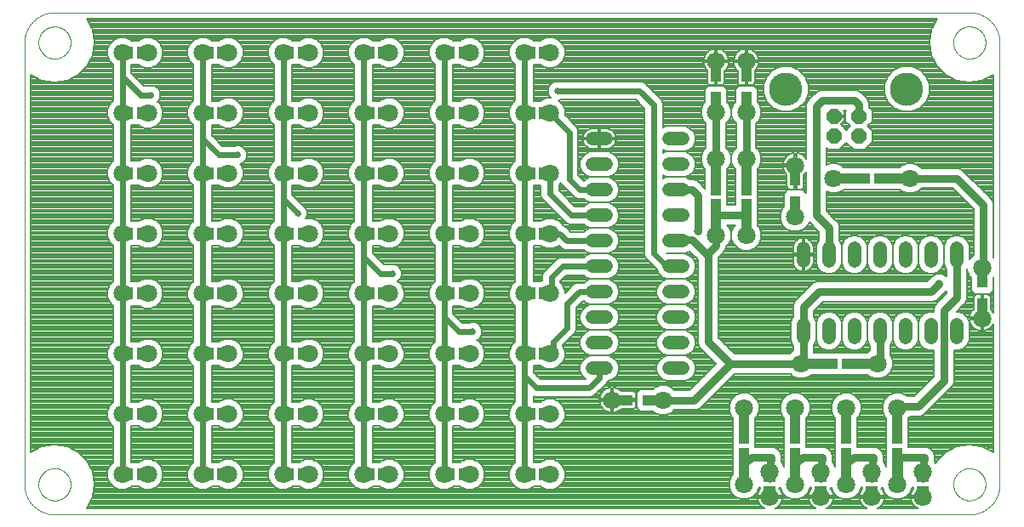
<source format=gtl>
G75*
%MOIN*%
%OFA0B0*%
%FSLAX25Y25*%
%IPPOS*%
%LPD*%
%AMOC8*
5,1,8,0,0,1.08239X$1,22.5*
%
%ADD10C,0.00000*%
%ADD11R,0.03937X0.10236*%
%ADD12C,0.07087*%
%ADD13C,0.05200*%
%ADD14R,0.12598X0.03937*%
%ADD15OC8,0.05740*%
%ADD16C,0.13055*%
%ADD17R,0.04724X0.02953*%
%ADD18R,0.03937X0.12598*%
%ADD19R,0.02953X0.04724*%
%ADD20R,0.10236X0.03937*%
%ADD21C,0.03150*%
%ADD22C,0.01600*%
%ADD23C,0.03150*%
%ADD24C,0.00787*%
%ADD25C,0.02362*%
%ADD26C,0.02578*%
D10*
X0016354Y0004543D02*
X0374622Y0004543D01*
X0368323Y0016354D02*
X0368325Y0016512D01*
X0368331Y0016670D01*
X0368341Y0016828D01*
X0368355Y0016986D01*
X0368373Y0017143D01*
X0368394Y0017300D01*
X0368420Y0017456D01*
X0368450Y0017612D01*
X0368483Y0017767D01*
X0368521Y0017920D01*
X0368562Y0018073D01*
X0368607Y0018225D01*
X0368656Y0018376D01*
X0368709Y0018525D01*
X0368765Y0018673D01*
X0368825Y0018819D01*
X0368889Y0018964D01*
X0368957Y0019107D01*
X0369028Y0019249D01*
X0369102Y0019389D01*
X0369180Y0019526D01*
X0369262Y0019662D01*
X0369346Y0019796D01*
X0369435Y0019927D01*
X0369526Y0020056D01*
X0369621Y0020183D01*
X0369718Y0020308D01*
X0369819Y0020430D01*
X0369923Y0020549D01*
X0370030Y0020666D01*
X0370140Y0020780D01*
X0370253Y0020891D01*
X0370368Y0021000D01*
X0370486Y0021105D01*
X0370607Y0021207D01*
X0370730Y0021307D01*
X0370856Y0021403D01*
X0370984Y0021496D01*
X0371114Y0021586D01*
X0371247Y0021672D01*
X0371382Y0021756D01*
X0371518Y0021835D01*
X0371657Y0021912D01*
X0371798Y0021984D01*
X0371940Y0022054D01*
X0372084Y0022119D01*
X0372230Y0022181D01*
X0372377Y0022239D01*
X0372526Y0022294D01*
X0372676Y0022345D01*
X0372827Y0022392D01*
X0372979Y0022435D01*
X0373132Y0022474D01*
X0373287Y0022510D01*
X0373442Y0022541D01*
X0373598Y0022569D01*
X0373754Y0022593D01*
X0373911Y0022613D01*
X0374069Y0022629D01*
X0374226Y0022641D01*
X0374385Y0022649D01*
X0374543Y0022653D01*
X0374701Y0022653D01*
X0374859Y0022649D01*
X0375018Y0022641D01*
X0375175Y0022629D01*
X0375333Y0022613D01*
X0375490Y0022593D01*
X0375646Y0022569D01*
X0375802Y0022541D01*
X0375957Y0022510D01*
X0376112Y0022474D01*
X0376265Y0022435D01*
X0376417Y0022392D01*
X0376568Y0022345D01*
X0376718Y0022294D01*
X0376867Y0022239D01*
X0377014Y0022181D01*
X0377160Y0022119D01*
X0377304Y0022054D01*
X0377446Y0021984D01*
X0377587Y0021912D01*
X0377726Y0021835D01*
X0377862Y0021756D01*
X0377997Y0021672D01*
X0378130Y0021586D01*
X0378260Y0021496D01*
X0378388Y0021403D01*
X0378514Y0021307D01*
X0378637Y0021207D01*
X0378758Y0021105D01*
X0378876Y0021000D01*
X0378991Y0020891D01*
X0379104Y0020780D01*
X0379214Y0020666D01*
X0379321Y0020549D01*
X0379425Y0020430D01*
X0379526Y0020308D01*
X0379623Y0020183D01*
X0379718Y0020056D01*
X0379809Y0019927D01*
X0379898Y0019796D01*
X0379982Y0019662D01*
X0380064Y0019526D01*
X0380142Y0019389D01*
X0380216Y0019249D01*
X0380287Y0019107D01*
X0380355Y0018964D01*
X0380419Y0018819D01*
X0380479Y0018673D01*
X0380535Y0018525D01*
X0380588Y0018376D01*
X0380637Y0018225D01*
X0380682Y0018073D01*
X0380723Y0017920D01*
X0380761Y0017767D01*
X0380794Y0017612D01*
X0380824Y0017456D01*
X0380850Y0017300D01*
X0380871Y0017143D01*
X0380889Y0016986D01*
X0380903Y0016828D01*
X0380913Y0016670D01*
X0380919Y0016512D01*
X0380921Y0016354D01*
X0380919Y0016196D01*
X0380913Y0016038D01*
X0380903Y0015880D01*
X0380889Y0015722D01*
X0380871Y0015565D01*
X0380850Y0015408D01*
X0380824Y0015252D01*
X0380794Y0015096D01*
X0380761Y0014941D01*
X0380723Y0014788D01*
X0380682Y0014635D01*
X0380637Y0014483D01*
X0380588Y0014332D01*
X0380535Y0014183D01*
X0380479Y0014035D01*
X0380419Y0013889D01*
X0380355Y0013744D01*
X0380287Y0013601D01*
X0380216Y0013459D01*
X0380142Y0013319D01*
X0380064Y0013182D01*
X0379982Y0013046D01*
X0379898Y0012912D01*
X0379809Y0012781D01*
X0379718Y0012652D01*
X0379623Y0012525D01*
X0379526Y0012400D01*
X0379425Y0012278D01*
X0379321Y0012159D01*
X0379214Y0012042D01*
X0379104Y0011928D01*
X0378991Y0011817D01*
X0378876Y0011708D01*
X0378758Y0011603D01*
X0378637Y0011501D01*
X0378514Y0011401D01*
X0378388Y0011305D01*
X0378260Y0011212D01*
X0378130Y0011122D01*
X0377997Y0011036D01*
X0377862Y0010952D01*
X0377726Y0010873D01*
X0377587Y0010796D01*
X0377446Y0010724D01*
X0377304Y0010654D01*
X0377160Y0010589D01*
X0377014Y0010527D01*
X0376867Y0010469D01*
X0376718Y0010414D01*
X0376568Y0010363D01*
X0376417Y0010316D01*
X0376265Y0010273D01*
X0376112Y0010234D01*
X0375957Y0010198D01*
X0375802Y0010167D01*
X0375646Y0010139D01*
X0375490Y0010115D01*
X0375333Y0010095D01*
X0375175Y0010079D01*
X0375018Y0010067D01*
X0374859Y0010059D01*
X0374701Y0010055D01*
X0374543Y0010055D01*
X0374385Y0010059D01*
X0374226Y0010067D01*
X0374069Y0010079D01*
X0373911Y0010095D01*
X0373754Y0010115D01*
X0373598Y0010139D01*
X0373442Y0010167D01*
X0373287Y0010198D01*
X0373132Y0010234D01*
X0372979Y0010273D01*
X0372827Y0010316D01*
X0372676Y0010363D01*
X0372526Y0010414D01*
X0372377Y0010469D01*
X0372230Y0010527D01*
X0372084Y0010589D01*
X0371940Y0010654D01*
X0371798Y0010724D01*
X0371657Y0010796D01*
X0371518Y0010873D01*
X0371382Y0010952D01*
X0371247Y0011036D01*
X0371114Y0011122D01*
X0370984Y0011212D01*
X0370856Y0011305D01*
X0370730Y0011401D01*
X0370607Y0011501D01*
X0370486Y0011603D01*
X0370368Y0011708D01*
X0370253Y0011817D01*
X0370140Y0011928D01*
X0370030Y0012042D01*
X0369923Y0012159D01*
X0369819Y0012278D01*
X0369718Y0012400D01*
X0369621Y0012525D01*
X0369526Y0012652D01*
X0369435Y0012781D01*
X0369346Y0012912D01*
X0369262Y0013046D01*
X0369180Y0013182D01*
X0369102Y0013319D01*
X0369028Y0013459D01*
X0368957Y0013601D01*
X0368889Y0013744D01*
X0368825Y0013889D01*
X0368765Y0014035D01*
X0368709Y0014183D01*
X0368656Y0014332D01*
X0368607Y0014483D01*
X0368562Y0014635D01*
X0368521Y0014788D01*
X0368483Y0014941D01*
X0368450Y0015096D01*
X0368420Y0015252D01*
X0368394Y0015408D01*
X0368373Y0015565D01*
X0368355Y0015722D01*
X0368341Y0015880D01*
X0368331Y0016038D01*
X0368325Y0016196D01*
X0368323Y0016354D01*
X0374622Y0004543D02*
X0374907Y0004546D01*
X0375193Y0004557D01*
X0375478Y0004574D01*
X0375762Y0004598D01*
X0376046Y0004629D01*
X0376329Y0004667D01*
X0376610Y0004712D01*
X0376891Y0004763D01*
X0377171Y0004821D01*
X0377449Y0004886D01*
X0377725Y0004958D01*
X0377999Y0005036D01*
X0378272Y0005121D01*
X0378542Y0005213D01*
X0378810Y0005311D01*
X0379076Y0005415D01*
X0379339Y0005526D01*
X0379599Y0005643D01*
X0379857Y0005766D01*
X0380111Y0005896D01*
X0380362Y0006032D01*
X0380610Y0006173D01*
X0380854Y0006321D01*
X0381095Y0006474D01*
X0381331Y0006634D01*
X0381564Y0006799D01*
X0381793Y0006969D01*
X0382018Y0007145D01*
X0382238Y0007327D01*
X0382454Y0007513D01*
X0382665Y0007705D01*
X0382872Y0007902D01*
X0383074Y0008104D01*
X0383271Y0008311D01*
X0383463Y0008522D01*
X0383649Y0008738D01*
X0383831Y0008958D01*
X0384007Y0009183D01*
X0384177Y0009412D01*
X0384342Y0009645D01*
X0384502Y0009881D01*
X0384655Y0010122D01*
X0384803Y0010366D01*
X0384944Y0010614D01*
X0385080Y0010865D01*
X0385210Y0011119D01*
X0385333Y0011377D01*
X0385450Y0011637D01*
X0385561Y0011900D01*
X0385665Y0012166D01*
X0385763Y0012434D01*
X0385855Y0012704D01*
X0385940Y0012977D01*
X0386018Y0013251D01*
X0386090Y0013527D01*
X0386155Y0013805D01*
X0386213Y0014085D01*
X0386264Y0014366D01*
X0386309Y0014647D01*
X0386347Y0014930D01*
X0386378Y0015214D01*
X0386402Y0015498D01*
X0386419Y0015783D01*
X0386430Y0016069D01*
X0386433Y0016354D01*
X0386433Y0189583D01*
X0368323Y0189583D02*
X0368325Y0189741D01*
X0368331Y0189899D01*
X0368341Y0190057D01*
X0368355Y0190215D01*
X0368373Y0190372D01*
X0368394Y0190529D01*
X0368420Y0190685D01*
X0368450Y0190841D01*
X0368483Y0190996D01*
X0368521Y0191149D01*
X0368562Y0191302D01*
X0368607Y0191454D01*
X0368656Y0191605D01*
X0368709Y0191754D01*
X0368765Y0191902D01*
X0368825Y0192048D01*
X0368889Y0192193D01*
X0368957Y0192336D01*
X0369028Y0192478D01*
X0369102Y0192618D01*
X0369180Y0192755D01*
X0369262Y0192891D01*
X0369346Y0193025D01*
X0369435Y0193156D01*
X0369526Y0193285D01*
X0369621Y0193412D01*
X0369718Y0193537D01*
X0369819Y0193659D01*
X0369923Y0193778D01*
X0370030Y0193895D01*
X0370140Y0194009D01*
X0370253Y0194120D01*
X0370368Y0194229D01*
X0370486Y0194334D01*
X0370607Y0194436D01*
X0370730Y0194536D01*
X0370856Y0194632D01*
X0370984Y0194725D01*
X0371114Y0194815D01*
X0371247Y0194901D01*
X0371382Y0194985D01*
X0371518Y0195064D01*
X0371657Y0195141D01*
X0371798Y0195213D01*
X0371940Y0195283D01*
X0372084Y0195348D01*
X0372230Y0195410D01*
X0372377Y0195468D01*
X0372526Y0195523D01*
X0372676Y0195574D01*
X0372827Y0195621D01*
X0372979Y0195664D01*
X0373132Y0195703D01*
X0373287Y0195739D01*
X0373442Y0195770D01*
X0373598Y0195798D01*
X0373754Y0195822D01*
X0373911Y0195842D01*
X0374069Y0195858D01*
X0374226Y0195870D01*
X0374385Y0195878D01*
X0374543Y0195882D01*
X0374701Y0195882D01*
X0374859Y0195878D01*
X0375018Y0195870D01*
X0375175Y0195858D01*
X0375333Y0195842D01*
X0375490Y0195822D01*
X0375646Y0195798D01*
X0375802Y0195770D01*
X0375957Y0195739D01*
X0376112Y0195703D01*
X0376265Y0195664D01*
X0376417Y0195621D01*
X0376568Y0195574D01*
X0376718Y0195523D01*
X0376867Y0195468D01*
X0377014Y0195410D01*
X0377160Y0195348D01*
X0377304Y0195283D01*
X0377446Y0195213D01*
X0377587Y0195141D01*
X0377726Y0195064D01*
X0377862Y0194985D01*
X0377997Y0194901D01*
X0378130Y0194815D01*
X0378260Y0194725D01*
X0378388Y0194632D01*
X0378514Y0194536D01*
X0378637Y0194436D01*
X0378758Y0194334D01*
X0378876Y0194229D01*
X0378991Y0194120D01*
X0379104Y0194009D01*
X0379214Y0193895D01*
X0379321Y0193778D01*
X0379425Y0193659D01*
X0379526Y0193537D01*
X0379623Y0193412D01*
X0379718Y0193285D01*
X0379809Y0193156D01*
X0379898Y0193025D01*
X0379982Y0192891D01*
X0380064Y0192755D01*
X0380142Y0192618D01*
X0380216Y0192478D01*
X0380287Y0192336D01*
X0380355Y0192193D01*
X0380419Y0192048D01*
X0380479Y0191902D01*
X0380535Y0191754D01*
X0380588Y0191605D01*
X0380637Y0191454D01*
X0380682Y0191302D01*
X0380723Y0191149D01*
X0380761Y0190996D01*
X0380794Y0190841D01*
X0380824Y0190685D01*
X0380850Y0190529D01*
X0380871Y0190372D01*
X0380889Y0190215D01*
X0380903Y0190057D01*
X0380913Y0189899D01*
X0380919Y0189741D01*
X0380921Y0189583D01*
X0380919Y0189425D01*
X0380913Y0189267D01*
X0380903Y0189109D01*
X0380889Y0188951D01*
X0380871Y0188794D01*
X0380850Y0188637D01*
X0380824Y0188481D01*
X0380794Y0188325D01*
X0380761Y0188170D01*
X0380723Y0188017D01*
X0380682Y0187864D01*
X0380637Y0187712D01*
X0380588Y0187561D01*
X0380535Y0187412D01*
X0380479Y0187264D01*
X0380419Y0187118D01*
X0380355Y0186973D01*
X0380287Y0186830D01*
X0380216Y0186688D01*
X0380142Y0186548D01*
X0380064Y0186411D01*
X0379982Y0186275D01*
X0379898Y0186141D01*
X0379809Y0186010D01*
X0379718Y0185881D01*
X0379623Y0185754D01*
X0379526Y0185629D01*
X0379425Y0185507D01*
X0379321Y0185388D01*
X0379214Y0185271D01*
X0379104Y0185157D01*
X0378991Y0185046D01*
X0378876Y0184937D01*
X0378758Y0184832D01*
X0378637Y0184730D01*
X0378514Y0184630D01*
X0378388Y0184534D01*
X0378260Y0184441D01*
X0378130Y0184351D01*
X0377997Y0184265D01*
X0377862Y0184181D01*
X0377726Y0184102D01*
X0377587Y0184025D01*
X0377446Y0183953D01*
X0377304Y0183883D01*
X0377160Y0183818D01*
X0377014Y0183756D01*
X0376867Y0183698D01*
X0376718Y0183643D01*
X0376568Y0183592D01*
X0376417Y0183545D01*
X0376265Y0183502D01*
X0376112Y0183463D01*
X0375957Y0183427D01*
X0375802Y0183396D01*
X0375646Y0183368D01*
X0375490Y0183344D01*
X0375333Y0183324D01*
X0375175Y0183308D01*
X0375018Y0183296D01*
X0374859Y0183288D01*
X0374701Y0183284D01*
X0374543Y0183284D01*
X0374385Y0183288D01*
X0374226Y0183296D01*
X0374069Y0183308D01*
X0373911Y0183324D01*
X0373754Y0183344D01*
X0373598Y0183368D01*
X0373442Y0183396D01*
X0373287Y0183427D01*
X0373132Y0183463D01*
X0372979Y0183502D01*
X0372827Y0183545D01*
X0372676Y0183592D01*
X0372526Y0183643D01*
X0372377Y0183698D01*
X0372230Y0183756D01*
X0372084Y0183818D01*
X0371940Y0183883D01*
X0371798Y0183953D01*
X0371657Y0184025D01*
X0371518Y0184102D01*
X0371382Y0184181D01*
X0371247Y0184265D01*
X0371114Y0184351D01*
X0370984Y0184441D01*
X0370856Y0184534D01*
X0370730Y0184630D01*
X0370607Y0184730D01*
X0370486Y0184832D01*
X0370368Y0184937D01*
X0370253Y0185046D01*
X0370140Y0185157D01*
X0370030Y0185271D01*
X0369923Y0185388D01*
X0369819Y0185507D01*
X0369718Y0185629D01*
X0369621Y0185754D01*
X0369526Y0185881D01*
X0369435Y0186010D01*
X0369346Y0186141D01*
X0369262Y0186275D01*
X0369180Y0186411D01*
X0369102Y0186548D01*
X0369028Y0186688D01*
X0368957Y0186830D01*
X0368889Y0186973D01*
X0368825Y0187118D01*
X0368765Y0187264D01*
X0368709Y0187412D01*
X0368656Y0187561D01*
X0368607Y0187712D01*
X0368562Y0187864D01*
X0368521Y0188017D01*
X0368483Y0188170D01*
X0368450Y0188325D01*
X0368420Y0188481D01*
X0368394Y0188637D01*
X0368373Y0188794D01*
X0368355Y0188951D01*
X0368341Y0189109D01*
X0368331Y0189267D01*
X0368325Y0189425D01*
X0368323Y0189583D01*
X0374622Y0201394D02*
X0374907Y0201391D01*
X0375193Y0201380D01*
X0375478Y0201363D01*
X0375762Y0201339D01*
X0376046Y0201308D01*
X0376329Y0201270D01*
X0376610Y0201225D01*
X0376891Y0201174D01*
X0377171Y0201116D01*
X0377449Y0201051D01*
X0377725Y0200979D01*
X0377999Y0200901D01*
X0378272Y0200816D01*
X0378542Y0200724D01*
X0378810Y0200626D01*
X0379076Y0200522D01*
X0379339Y0200411D01*
X0379599Y0200294D01*
X0379857Y0200171D01*
X0380111Y0200041D01*
X0380362Y0199905D01*
X0380610Y0199764D01*
X0380854Y0199616D01*
X0381095Y0199463D01*
X0381331Y0199303D01*
X0381564Y0199138D01*
X0381793Y0198968D01*
X0382018Y0198792D01*
X0382238Y0198610D01*
X0382454Y0198424D01*
X0382665Y0198232D01*
X0382872Y0198035D01*
X0383074Y0197833D01*
X0383271Y0197626D01*
X0383463Y0197415D01*
X0383649Y0197199D01*
X0383831Y0196979D01*
X0384007Y0196754D01*
X0384177Y0196525D01*
X0384342Y0196292D01*
X0384502Y0196056D01*
X0384655Y0195815D01*
X0384803Y0195571D01*
X0384944Y0195323D01*
X0385080Y0195072D01*
X0385210Y0194818D01*
X0385333Y0194560D01*
X0385450Y0194300D01*
X0385561Y0194037D01*
X0385665Y0193771D01*
X0385763Y0193503D01*
X0385855Y0193233D01*
X0385940Y0192960D01*
X0386018Y0192686D01*
X0386090Y0192410D01*
X0386155Y0192132D01*
X0386213Y0191852D01*
X0386264Y0191571D01*
X0386309Y0191290D01*
X0386347Y0191007D01*
X0386378Y0190723D01*
X0386402Y0190439D01*
X0386419Y0190154D01*
X0386430Y0189868D01*
X0386433Y0189583D01*
X0374622Y0201394D02*
X0016354Y0201394D01*
X0010055Y0189583D02*
X0010057Y0189741D01*
X0010063Y0189899D01*
X0010073Y0190057D01*
X0010087Y0190215D01*
X0010105Y0190372D01*
X0010126Y0190529D01*
X0010152Y0190685D01*
X0010182Y0190841D01*
X0010215Y0190996D01*
X0010253Y0191149D01*
X0010294Y0191302D01*
X0010339Y0191454D01*
X0010388Y0191605D01*
X0010441Y0191754D01*
X0010497Y0191902D01*
X0010557Y0192048D01*
X0010621Y0192193D01*
X0010689Y0192336D01*
X0010760Y0192478D01*
X0010834Y0192618D01*
X0010912Y0192755D01*
X0010994Y0192891D01*
X0011078Y0193025D01*
X0011167Y0193156D01*
X0011258Y0193285D01*
X0011353Y0193412D01*
X0011450Y0193537D01*
X0011551Y0193659D01*
X0011655Y0193778D01*
X0011762Y0193895D01*
X0011872Y0194009D01*
X0011985Y0194120D01*
X0012100Y0194229D01*
X0012218Y0194334D01*
X0012339Y0194436D01*
X0012462Y0194536D01*
X0012588Y0194632D01*
X0012716Y0194725D01*
X0012846Y0194815D01*
X0012979Y0194901D01*
X0013114Y0194985D01*
X0013250Y0195064D01*
X0013389Y0195141D01*
X0013530Y0195213D01*
X0013672Y0195283D01*
X0013816Y0195348D01*
X0013962Y0195410D01*
X0014109Y0195468D01*
X0014258Y0195523D01*
X0014408Y0195574D01*
X0014559Y0195621D01*
X0014711Y0195664D01*
X0014864Y0195703D01*
X0015019Y0195739D01*
X0015174Y0195770D01*
X0015330Y0195798D01*
X0015486Y0195822D01*
X0015643Y0195842D01*
X0015801Y0195858D01*
X0015958Y0195870D01*
X0016117Y0195878D01*
X0016275Y0195882D01*
X0016433Y0195882D01*
X0016591Y0195878D01*
X0016750Y0195870D01*
X0016907Y0195858D01*
X0017065Y0195842D01*
X0017222Y0195822D01*
X0017378Y0195798D01*
X0017534Y0195770D01*
X0017689Y0195739D01*
X0017844Y0195703D01*
X0017997Y0195664D01*
X0018149Y0195621D01*
X0018300Y0195574D01*
X0018450Y0195523D01*
X0018599Y0195468D01*
X0018746Y0195410D01*
X0018892Y0195348D01*
X0019036Y0195283D01*
X0019178Y0195213D01*
X0019319Y0195141D01*
X0019458Y0195064D01*
X0019594Y0194985D01*
X0019729Y0194901D01*
X0019862Y0194815D01*
X0019992Y0194725D01*
X0020120Y0194632D01*
X0020246Y0194536D01*
X0020369Y0194436D01*
X0020490Y0194334D01*
X0020608Y0194229D01*
X0020723Y0194120D01*
X0020836Y0194009D01*
X0020946Y0193895D01*
X0021053Y0193778D01*
X0021157Y0193659D01*
X0021258Y0193537D01*
X0021355Y0193412D01*
X0021450Y0193285D01*
X0021541Y0193156D01*
X0021630Y0193025D01*
X0021714Y0192891D01*
X0021796Y0192755D01*
X0021874Y0192618D01*
X0021948Y0192478D01*
X0022019Y0192336D01*
X0022087Y0192193D01*
X0022151Y0192048D01*
X0022211Y0191902D01*
X0022267Y0191754D01*
X0022320Y0191605D01*
X0022369Y0191454D01*
X0022414Y0191302D01*
X0022455Y0191149D01*
X0022493Y0190996D01*
X0022526Y0190841D01*
X0022556Y0190685D01*
X0022582Y0190529D01*
X0022603Y0190372D01*
X0022621Y0190215D01*
X0022635Y0190057D01*
X0022645Y0189899D01*
X0022651Y0189741D01*
X0022653Y0189583D01*
X0022651Y0189425D01*
X0022645Y0189267D01*
X0022635Y0189109D01*
X0022621Y0188951D01*
X0022603Y0188794D01*
X0022582Y0188637D01*
X0022556Y0188481D01*
X0022526Y0188325D01*
X0022493Y0188170D01*
X0022455Y0188017D01*
X0022414Y0187864D01*
X0022369Y0187712D01*
X0022320Y0187561D01*
X0022267Y0187412D01*
X0022211Y0187264D01*
X0022151Y0187118D01*
X0022087Y0186973D01*
X0022019Y0186830D01*
X0021948Y0186688D01*
X0021874Y0186548D01*
X0021796Y0186411D01*
X0021714Y0186275D01*
X0021630Y0186141D01*
X0021541Y0186010D01*
X0021450Y0185881D01*
X0021355Y0185754D01*
X0021258Y0185629D01*
X0021157Y0185507D01*
X0021053Y0185388D01*
X0020946Y0185271D01*
X0020836Y0185157D01*
X0020723Y0185046D01*
X0020608Y0184937D01*
X0020490Y0184832D01*
X0020369Y0184730D01*
X0020246Y0184630D01*
X0020120Y0184534D01*
X0019992Y0184441D01*
X0019862Y0184351D01*
X0019729Y0184265D01*
X0019594Y0184181D01*
X0019458Y0184102D01*
X0019319Y0184025D01*
X0019178Y0183953D01*
X0019036Y0183883D01*
X0018892Y0183818D01*
X0018746Y0183756D01*
X0018599Y0183698D01*
X0018450Y0183643D01*
X0018300Y0183592D01*
X0018149Y0183545D01*
X0017997Y0183502D01*
X0017844Y0183463D01*
X0017689Y0183427D01*
X0017534Y0183396D01*
X0017378Y0183368D01*
X0017222Y0183344D01*
X0017065Y0183324D01*
X0016907Y0183308D01*
X0016750Y0183296D01*
X0016591Y0183288D01*
X0016433Y0183284D01*
X0016275Y0183284D01*
X0016117Y0183288D01*
X0015958Y0183296D01*
X0015801Y0183308D01*
X0015643Y0183324D01*
X0015486Y0183344D01*
X0015330Y0183368D01*
X0015174Y0183396D01*
X0015019Y0183427D01*
X0014864Y0183463D01*
X0014711Y0183502D01*
X0014559Y0183545D01*
X0014408Y0183592D01*
X0014258Y0183643D01*
X0014109Y0183698D01*
X0013962Y0183756D01*
X0013816Y0183818D01*
X0013672Y0183883D01*
X0013530Y0183953D01*
X0013389Y0184025D01*
X0013250Y0184102D01*
X0013114Y0184181D01*
X0012979Y0184265D01*
X0012846Y0184351D01*
X0012716Y0184441D01*
X0012588Y0184534D01*
X0012462Y0184630D01*
X0012339Y0184730D01*
X0012218Y0184832D01*
X0012100Y0184937D01*
X0011985Y0185046D01*
X0011872Y0185157D01*
X0011762Y0185271D01*
X0011655Y0185388D01*
X0011551Y0185507D01*
X0011450Y0185629D01*
X0011353Y0185754D01*
X0011258Y0185881D01*
X0011167Y0186010D01*
X0011078Y0186141D01*
X0010994Y0186275D01*
X0010912Y0186411D01*
X0010834Y0186548D01*
X0010760Y0186688D01*
X0010689Y0186830D01*
X0010621Y0186973D01*
X0010557Y0187118D01*
X0010497Y0187264D01*
X0010441Y0187412D01*
X0010388Y0187561D01*
X0010339Y0187712D01*
X0010294Y0187864D01*
X0010253Y0188017D01*
X0010215Y0188170D01*
X0010182Y0188325D01*
X0010152Y0188481D01*
X0010126Y0188637D01*
X0010105Y0188794D01*
X0010087Y0188951D01*
X0010073Y0189109D01*
X0010063Y0189267D01*
X0010057Y0189425D01*
X0010055Y0189583D01*
X0004543Y0189583D02*
X0004543Y0016354D01*
X0010055Y0016354D02*
X0010057Y0016512D01*
X0010063Y0016670D01*
X0010073Y0016828D01*
X0010087Y0016986D01*
X0010105Y0017143D01*
X0010126Y0017300D01*
X0010152Y0017456D01*
X0010182Y0017612D01*
X0010215Y0017767D01*
X0010253Y0017920D01*
X0010294Y0018073D01*
X0010339Y0018225D01*
X0010388Y0018376D01*
X0010441Y0018525D01*
X0010497Y0018673D01*
X0010557Y0018819D01*
X0010621Y0018964D01*
X0010689Y0019107D01*
X0010760Y0019249D01*
X0010834Y0019389D01*
X0010912Y0019526D01*
X0010994Y0019662D01*
X0011078Y0019796D01*
X0011167Y0019927D01*
X0011258Y0020056D01*
X0011353Y0020183D01*
X0011450Y0020308D01*
X0011551Y0020430D01*
X0011655Y0020549D01*
X0011762Y0020666D01*
X0011872Y0020780D01*
X0011985Y0020891D01*
X0012100Y0021000D01*
X0012218Y0021105D01*
X0012339Y0021207D01*
X0012462Y0021307D01*
X0012588Y0021403D01*
X0012716Y0021496D01*
X0012846Y0021586D01*
X0012979Y0021672D01*
X0013114Y0021756D01*
X0013250Y0021835D01*
X0013389Y0021912D01*
X0013530Y0021984D01*
X0013672Y0022054D01*
X0013816Y0022119D01*
X0013962Y0022181D01*
X0014109Y0022239D01*
X0014258Y0022294D01*
X0014408Y0022345D01*
X0014559Y0022392D01*
X0014711Y0022435D01*
X0014864Y0022474D01*
X0015019Y0022510D01*
X0015174Y0022541D01*
X0015330Y0022569D01*
X0015486Y0022593D01*
X0015643Y0022613D01*
X0015801Y0022629D01*
X0015958Y0022641D01*
X0016117Y0022649D01*
X0016275Y0022653D01*
X0016433Y0022653D01*
X0016591Y0022649D01*
X0016750Y0022641D01*
X0016907Y0022629D01*
X0017065Y0022613D01*
X0017222Y0022593D01*
X0017378Y0022569D01*
X0017534Y0022541D01*
X0017689Y0022510D01*
X0017844Y0022474D01*
X0017997Y0022435D01*
X0018149Y0022392D01*
X0018300Y0022345D01*
X0018450Y0022294D01*
X0018599Y0022239D01*
X0018746Y0022181D01*
X0018892Y0022119D01*
X0019036Y0022054D01*
X0019178Y0021984D01*
X0019319Y0021912D01*
X0019458Y0021835D01*
X0019594Y0021756D01*
X0019729Y0021672D01*
X0019862Y0021586D01*
X0019992Y0021496D01*
X0020120Y0021403D01*
X0020246Y0021307D01*
X0020369Y0021207D01*
X0020490Y0021105D01*
X0020608Y0021000D01*
X0020723Y0020891D01*
X0020836Y0020780D01*
X0020946Y0020666D01*
X0021053Y0020549D01*
X0021157Y0020430D01*
X0021258Y0020308D01*
X0021355Y0020183D01*
X0021450Y0020056D01*
X0021541Y0019927D01*
X0021630Y0019796D01*
X0021714Y0019662D01*
X0021796Y0019526D01*
X0021874Y0019389D01*
X0021948Y0019249D01*
X0022019Y0019107D01*
X0022087Y0018964D01*
X0022151Y0018819D01*
X0022211Y0018673D01*
X0022267Y0018525D01*
X0022320Y0018376D01*
X0022369Y0018225D01*
X0022414Y0018073D01*
X0022455Y0017920D01*
X0022493Y0017767D01*
X0022526Y0017612D01*
X0022556Y0017456D01*
X0022582Y0017300D01*
X0022603Y0017143D01*
X0022621Y0016986D01*
X0022635Y0016828D01*
X0022645Y0016670D01*
X0022651Y0016512D01*
X0022653Y0016354D01*
X0022651Y0016196D01*
X0022645Y0016038D01*
X0022635Y0015880D01*
X0022621Y0015722D01*
X0022603Y0015565D01*
X0022582Y0015408D01*
X0022556Y0015252D01*
X0022526Y0015096D01*
X0022493Y0014941D01*
X0022455Y0014788D01*
X0022414Y0014635D01*
X0022369Y0014483D01*
X0022320Y0014332D01*
X0022267Y0014183D01*
X0022211Y0014035D01*
X0022151Y0013889D01*
X0022087Y0013744D01*
X0022019Y0013601D01*
X0021948Y0013459D01*
X0021874Y0013319D01*
X0021796Y0013182D01*
X0021714Y0013046D01*
X0021630Y0012912D01*
X0021541Y0012781D01*
X0021450Y0012652D01*
X0021355Y0012525D01*
X0021258Y0012400D01*
X0021157Y0012278D01*
X0021053Y0012159D01*
X0020946Y0012042D01*
X0020836Y0011928D01*
X0020723Y0011817D01*
X0020608Y0011708D01*
X0020490Y0011603D01*
X0020369Y0011501D01*
X0020246Y0011401D01*
X0020120Y0011305D01*
X0019992Y0011212D01*
X0019862Y0011122D01*
X0019729Y0011036D01*
X0019594Y0010952D01*
X0019458Y0010873D01*
X0019319Y0010796D01*
X0019178Y0010724D01*
X0019036Y0010654D01*
X0018892Y0010589D01*
X0018746Y0010527D01*
X0018599Y0010469D01*
X0018450Y0010414D01*
X0018300Y0010363D01*
X0018149Y0010316D01*
X0017997Y0010273D01*
X0017844Y0010234D01*
X0017689Y0010198D01*
X0017534Y0010167D01*
X0017378Y0010139D01*
X0017222Y0010115D01*
X0017065Y0010095D01*
X0016907Y0010079D01*
X0016750Y0010067D01*
X0016591Y0010059D01*
X0016433Y0010055D01*
X0016275Y0010055D01*
X0016117Y0010059D01*
X0015958Y0010067D01*
X0015801Y0010079D01*
X0015643Y0010095D01*
X0015486Y0010115D01*
X0015330Y0010139D01*
X0015174Y0010167D01*
X0015019Y0010198D01*
X0014864Y0010234D01*
X0014711Y0010273D01*
X0014559Y0010316D01*
X0014408Y0010363D01*
X0014258Y0010414D01*
X0014109Y0010469D01*
X0013962Y0010527D01*
X0013816Y0010589D01*
X0013672Y0010654D01*
X0013530Y0010724D01*
X0013389Y0010796D01*
X0013250Y0010873D01*
X0013114Y0010952D01*
X0012979Y0011036D01*
X0012846Y0011122D01*
X0012716Y0011212D01*
X0012588Y0011305D01*
X0012462Y0011401D01*
X0012339Y0011501D01*
X0012218Y0011603D01*
X0012100Y0011708D01*
X0011985Y0011817D01*
X0011872Y0011928D01*
X0011762Y0012042D01*
X0011655Y0012159D01*
X0011551Y0012278D01*
X0011450Y0012400D01*
X0011353Y0012525D01*
X0011258Y0012652D01*
X0011167Y0012781D01*
X0011078Y0012912D01*
X0010994Y0013046D01*
X0010912Y0013182D01*
X0010834Y0013319D01*
X0010760Y0013459D01*
X0010689Y0013601D01*
X0010621Y0013744D01*
X0010557Y0013889D01*
X0010497Y0014035D01*
X0010441Y0014183D01*
X0010388Y0014332D01*
X0010339Y0014483D01*
X0010294Y0014635D01*
X0010253Y0014788D01*
X0010215Y0014941D01*
X0010182Y0015096D01*
X0010152Y0015252D01*
X0010126Y0015408D01*
X0010105Y0015565D01*
X0010087Y0015722D01*
X0010073Y0015880D01*
X0010063Y0016038D01*
X0010057Y0016196D01*
X0010055Y0016354D01*
X0004543Y0016354D02*
X0004546Y0016069D01*
X0004557Y0015783D01*
X0004574Y0015498D01*
X0004598Y0015214D01*
X0004629Y0014930D01*
X0004667Y0014647D01*
X0004712Y0014366D01*
X0004763Y0014085D01*
X0004821Y0013805D01*
X0004886Y0013527D01*
X0004958Y0013251D01*
X0005036Y0012977D01*
X0005121Y0012704D01*
X0005213Y0012434D01*
X0005311Y0012166D01*
X0005415Y0011900D01*
X0005526Y0011637D01*
X0005643Y0011377D01*
X0005766Y0011119D01*
X0005896Y0010865D01*
X0006032Y0010614D01*
X0006173Y0010366D01*
X0006321Y0010122D01*
X0006474Y0009881D01*
X0006634Y0009645D01*
X0006799Y0009412D01*
X0006969Y0009183D01*
X0007145Y0008958D01*
X0007327Y0008738D01*
X0007513Y0008522D01*
X0007705Y0008311D01*
X0007902Y0008104D01*
X0008104Y0007902D01*
X0008311Y0007705D01*
X0008522Y0007513D01*
X0008738Y0007327D01*
X0008958Y0007145D01*
X0009183Y0006969D01*
X0009412Y0006799D01*
X0009645Y0006634D01*
X0009881Y0006474D01*
X0010122Y0006321D01*
X0010366Y0006173D01*
X0010614Y0006032D01*
X0010865Y0005896D01*
X0011119Y0005766D01*
X0011377Y0005643D01*
X0011637Y0005526D01*
X0011900Y0005415D01*
X0012166Y0005311D01*
X0012434Y0005213D01*
X0012704Y0005121D01*
X0012977Y0005036D01*
X0013251Y0004958D01*
X0013527Y0004886D01*
X0013805Y0004821D01*
X0014085Y0004763D01*
X0014366Y0004712D01*
X0014647Y0004667D01*
X0014930Y0004629D01*
X0015214Y0004598D01*
X0015498Y0004574D01*
X0015783Y0004557D01*
X0016069Y0004546D01*
X0016354Y0004543D01*
X0004543Y0189583D02*
X0004546Y0189868D01*
X0004557Y0190154D01*
X0004574Y0190439D01*
X0004598Y0190723D01*
X0004629Y0191007D01*
X0004667Y0191290D01*
X0004712Y0191571D01*
X0004763Y0191852D01*
X0004821Y0192132D01*
X0004886Y0192410D01*
X0004958Y0192686D01*
X0005036Y0192960D01*
X0005121Y0193233D01*
X0005213Y0193503D01*
X0005311Y0193771D01*
X0005415Y0194037D01*
X0005526Y0194300D01*
X0005643Y0194560D01*
X0005766Y0194818D01*
X0005896Y0195072D01*
X0006032Y0195323D01*
X0006173Y0195571D01*
X0006321Y0195815D01*
X0006474Y0196056D01*
X0006634Y0196292D01*
X0006799Y0196525D01*
X0006969Y0196754D01*
X0007145Y0196979D01*
X0007327Y0197199D01*
X0007513Y0197415D01*
X0007705Y0197626D01*
X0007902Y0197833D01*
X0008104Y0198035D01*
X0008311Y0198232D01*
X0008522Y0198424D01*
X0008738Y0198610D01*
X0008958Y0198792D01*
X0009183Y0198968D01*
X0009412Y0199138D01*
X0009645Y0199303D01*
X0009881Y0199463D01*
X0010122Y0199616D01*
X0010366Y0199764D01*
X0010614Y0199905D01*
X0010865Y0200041D01*
X0011119Y0200171D01*
X0011377Y0200294D01*
X0011637Y0200411D01*
X0011900Y0200522D01*
X0012166Y0200626D01*
X0012434Y0200724D01*
X0012704Y0200816D01*
X0012977Y0200901D01*
X0013251Y0200979D01*
X0013527Y0201051D01*
X0013805Y0201116D01*
X0014085Y0201174D01*
X0014366Y0201225D01*
X0014647Y0201270D01*
X0014930Y0201308D01*
X0015214Y0201339D01*
X0015498Y0201363D01*
X0015783Y0201380D01*
X0016069Y0201391D01*
X0016354Y0201394D01*
D11*
X0275409Y0179346D03*
X0287220Y0179346D03*
X0287220Y0165173D03*
X0275409Y0165173D03*
X0306433Y0138480D03*
X0306433Y0124307D03*
X0379583Y0098480D03*
X0379583Y0084307D03*
D12*
X0379583Y0081394D03*
X0379583Y0101394D03*
X0351433Y0136394D03*
X0321433Y0136394D03*
X0306433Y0141394D03*
X0287220Y0143953D03*
X0275409Y0143953D03*
X0275409Y0162260D03*
X0287220Y0162260D03*
X0287220Y0182260D03*
X0275409Y0182260D03*
X0210331Y0185646D03*
X0200331Y0185646D03*
X0178835Y0185646D03*
X0168835Y0185646D03*
X0147339Y0185646D03*
X0137339Y0185646D03*
X0115843Y0185646D03*
X0105843Y0185646D03*
X0084346Y0185646D03*
X0074346Y0185646D03*
X0052850Y0185646D03*
X0042850Y0185646D03*
X0042850Y0162024D03*
X0052850Y0162024D03*
X0074346Y0162024D03*
X0084346Y0162024D03*
X0105843Y0162024D03*
X0115843Y0162024D03*
X0137339Y0162024D03*
X0147339Y0162024D03*
X0168835Y0162024D03*
X0178835Y0162024D03*
X0200331Y0162024D03*
X0210331Y0162024D03*
X0210331Y0138402D03*
X0200331Y0138402D03*
X0178835Y0138402D03*
X0168835Y0138402D03*
X0147339Y0138402D03*
X0137339Y0138402D03*
X0115843Y0138402D03*
X0105843Y0138402D03*
X0084346Y0138402D03*
X0074346Y0138402D03*
X0052850Y0138402D03*
X0042850Y0138402D03*
X0042850Y0114780D03*
X0052850Y0114780D03*
X0074346Y0114780D03*
X0084346Y0114780D03*
X0105843Y0114780D03*
X0115843Y0114780D03*
X0137339Y0114780D03*
X0147339Y0114780D03*
X0168835Y0114780D03*
X0178835Y0114780D03*
X0200331Y0114780D03*
X0210331Y0114780D03*
X0210331Y0091157D03*
X0200331Y0091157D03*
X0178835Y0091157D03*
X0168835Y0091157D03*
X0147339Y0091157D03*
X0137339Y0091157D03*
X0115843Y0091157D03*
X0105843Y0091157D03*
X0084346Y0091157D03*
X0074346Y0091157D03*
X0052850Y0091157D03*
X0042850Y0091157D03*
X0042850Y0067535D03*
X0052850Y0067535D03*
X0074346Y0067535D03*
X0084346Y0067535D03*
X0105843Y0067535D03*
X0115843Y0067535D03*
X0137339Y0067535D03*
X0147339Y0067535D03*
X0168835Y0067535D03*
X0178835Y0067535D03*
X0200331Y0067535D03*
X0210331Y0067535D03*
X0234701Y0049425D03*
X0254701Y0049425D03*
X0286433Y0046394D03*
X0306433Y0046394D03*
X0326433Y0046394D03*
X0346433Y0046394D03*
X0338795Y0063756D03*
X0308795Y0063756D03*
X0316433Y0021394D03*
X0306433Y0016394D03*
X0316433Y0011394D03*
X0326433Y0016394D03*
X0336433Y0021394D03*
X0346433Y0016394D03*
X0356433Y0021394D03*
X0356433Y0011394D03*
X0336433Y0011394D03*
X0296433Y0011394D03*
X0286433Y0016394D03*
X0296433Y0021394D03*
X0210331Y0020291D03*
X0200331Y0020291D03*
X0178835Y0020291D03*
X0168835Y0020291D03*
X0147339Y0020291D03*
X0137339Y0020291D03*
X0115843Y0020291D03*
X0105843Y0020291D03*
X0084346Y0020291D03*
X0074346Y0020291D03*
X0052850Y0020291D03*
X0042850Y0020291D03*
X0042850Y0043913D03*
X0052850Y0043913D03*
X0074346Y0043913D03*
X0084346Y0043913D03*
X0105843Y0043913D03*
X0115843Y0043913D03*
X0137339Y0043913D03*
X0147339Y0043913D03*
X0168835Y0043913D03*
X0178835Y0043913D03*
X0200331Y0043913D03*
X0210331Y0043913D03*
X0275409Y0113953D03*
X0287220Y0113953D03*
X0306433Y0121394D03*
D13*
X0309583Y0108994D02*
X0309583Y0103794D01*
X0319583Y0103794D02*
X0319583Y0108994D01*
X0329583Y0108994D02*
X0329583Y0103794D01*
X0339583Y0103794D02*
X0339583Y0108994D01*
X0349583Y0108994D02*
X0349583Y0103794D01*
X0359583Y0103794D02*
X0359583Y0108994D01*
X0369583Y0108994D02*
X0369583Y0103794D01*
X0369583Y0078994D02*
X0369583Y0073794D01*
X0359583Y0073794D02*
X0359583Y0078994D01*
X0349583Y0078994D02*
X0349583Y0073794D01*
X0339583Y0073794D02*
X0339583Y0078994D01*
X0329583Y0078994D02*
X0329583Y0073794D01*
X0319583Y0073794D02*
X0319583Y0078994D01*
X0309583Y0078994D02*
X0309583Y0073794D01*
X0262301Y0071906D02*
X0257101Y0071906D01*
X0257101Y0081906D02*
X0262301Y0081906D01*
X0262301Y0091906D02*
X0257101Y0091906D01*
X0257101Y0101906D02*
X0262301Y0101906D01*
X0262301Y0111906D02*
X0257101Y0111906D01*
X0257101Y0121906D02*
X0262301Y0121906D01*
X0262301Y0131906D02*
X0257101Y0131906D01*
X0257101Y0141906D02*
X0262301Y0141906D01*
X0262301Y0151906D02*
X0257101Y0151906D01*
X0232301Y0151906D02*
X0227101Y0151906D01*
X0227101Y0141906D02*
X0232301Y0141906D01*
X0232301Y0131906D02*
X0227101Y0131906D01*
X0227101Y0121906D02*
X0232301Y0121906D01*
X0232301Y0111906D02*
X0227101Y0111906D01*
X0227101Y0101906D02*
X0232301Y0101906D01*
X0232301Y0091906D02*
X0227101Y0091906D01*
X0227101Y0081906D02*
X0232301Y0081906D01*
X0232301Y0071906D02*
X0227101Y0071906D01*
X0227101Y0061906D02*
X0232301Y0061906D01*
X0257101Y0061906D02*
X0262301Y0061906D01*
D14*
X0316709Y0063756D03*
X0330882Y0063756D03*
X0329346Y0136394D03*
X0343520Y0136394D03*
D15*
X0331354Y0152850D03*
X0331354Y0160724D03*
X0321512Y0160724D03*
X0321512Y0152850D03*
D16*
X0302732Y0171394D03*
X0350134Y0171394D03*
D17*
X0356433Y0018480D03*
X0356433Y0014307D03*
X0336433Y0014307D03*
X0336433Y0018480D03*
X0316433Y0018480D03*
X0316433Y0014307D03*
X0296433Y0014307D03*
X0296433Y0018480D03*
D18*
X0286433Y0024307D03*
X0286433Y0038480D03*
X0306433Y0038480D03*
X0326433Y0038480D03*
X0346433Y0038480D03*
X0346433Y0024307D03*
X0326433Y0024307D03*
X0306433Y0024307D03*
X0287220Y0121866D03*
X0275409Y0121866D03*
X0275409Y0136039D03*
X0287220Y0136039D03*
D19*
X0207417Y0138402D03*
X0203244Y0138402D03*
X0175921Y0138402D03*
X0171748Y0138402D03*
X0144425Y0138402D03*
X0140252Y0138402D03*
X0112929Y0138402D03*
X0108756Y0138402D03*
X0081433Y0138402D03*
X0077260Y0138402D03*
X0049937Y0138402D03*
X0045764Y0138402D03*
X0045764Y0162024D03*
X0049937Y0162024D03*
X0077260Y0162024D03*
X0081433Y0162024D03*
X0108756Y0162024D03*
X0112929Y0162024D03*
X0140252Y0162024D03*
X0144425Y0162024D03*
X0171748Y0162024D03*
X0175921Y0162024D03*
X0203244Y0162024D03*
X0207417Y0162024D03*
X0207417Y0185646D03*
X0203244Y0185646D03*
X0175921Y0185646D03*
X0171748Y0185646D03*
X0144425Y0185646D03*
X0140252Y0185646D03*
X0112929Y0185646D03*
X0108756Y0185646D03*
X0081433Y0185646D03*
X0077260Y0185646D03*
X0049937Y0185646D03*
X0045764Y0185646D03*
X0045764Y0114780D03*
X0049937Y0114780D03*
X0077260Y0114780D03*
X0081433Y0114780D03*
X0108756Y0114780D03*
X0112929Y0114780D03*
X0140252Y0114780D03*
X0144425Y0114780D03*
X0171748Y0114780D03*
X0175921Y0114780D03*
X0203244Y0114780D03*
X0207417Y0114780D03*
X0207417Y0091157D03*
X0203244Y0091157D03*
X0175921Y0091157D03*
X0171748Y0091157D03*
X0144425Y0091157D03*
X0140252Y0091157D03*
X0112929Y0091157D03*
X0108756Y0091157D03*
X0081433Y0091157D03*
X0077260Y0091157D03*
X0049937Y0091157D03*
X0045764Y0091157D03*
X0045764Y0067535D03*
X0049937Y0067535D03*
X0077260Y0067535D03*
X0081433Y0067535D03*
X0108756Y0067535D03*
X0112929Y0067535D03*
X0140252Y0067535D03*
X0144425Y0067535D03*
X0171748Y0067535D03*
X0175921Y0067535D03*
X0203244Y0067535D03*
X0207417Y0067535D03*
X0207417Y0043913D03*
X0203244Y0043913D03*
X0175921Y0043913D03*
X0171748Y0043913D03*
X0144425Y0043913D03*
X0140252Y0043913D03*
X0112929Y0043913D03*
X0108756Y0043913D03*
X0081433Y0043913D03*
X0077260Y0043913D03*
X0049937Y0043913D03*
X0045764Y0043913D03*
X0045764Y0020291D03*
X0049937Y0020291D03*
X0077260Y0020291D03*
X0081433Y0020291D03*
X0108756Y0020291D03*
X0112929Y0020291D03*
X0140252Y0020291D03*
X0144425Y0020291D03*
X0171748Y0020291D03*
X0175921Y0020291D03*
X0203244Y0020291D03*
X0207417Y0020291D03*
D20*
X0237614Y0049425D03*
X0251787Y0049425D03*
D21*
X0254701Y0049425D02*
X0266748Y0049425D01*
X0280921Y0063598D01*
X0308638Y0063598D01*
X0308795Y0063756D01*
X0309583Y0064543D01*
X0309583Y0076394D01*
X0309583Y0085961D01*
X0315567Y0091945D01*
X0359661Y0091945D01*
X0362811Y0095094D01*
X0369583Y0089543D02*
X0364583Y0084543D01*
X0364583Y0057043D01*
X0354583Y0047043D01*
X0347083Y0047043D01*
X0346433Y0046394D01*
X0338795Y0063756D02*
X0339583Y0064543D01*
X0339583Y0076394D01*
X0369583Y0089543D02*
X0369583Y0106394D01*
X0379346Y0101630D02*
X0379583Y0101394D01*
X0380134Y0101945D01*
X0380134Y0125803D01*
X0369543Y0136394D01*
X0351433Y0136394D01*
X0343520Y0136394D01*
X0350646Y0136394D01*
X0351000Y0136039D01*
X0329346Y0136394D02*
X0321433Y0136394D01*
X0314583Y0122043D02*
X0319583Y0117043D01*
X0319583Y0106394D01*
X0314583Y0122043D02*
X0314583Y0164543D01*
X0317083Y0167043D01*
X0329583Y0167043D01*
X0331354Y0165272D01*
X0331354Y0160724D01*
X0287220Y0162260D02*
X0287220Y0143953D01*
X0287220Y0136039D01*
X0275409Y0136039D02*
X0275409Y0143953D01*
X0275409Y0146276D01*
X0275409Y0162260D01*
X0265961Y0131906D02*
X0259701Y0131906D01*
X0265961Y0131906D02*
X0268323Y0129543D01*
X0268323Y0115567D01*
X0265961Y0112417D02*
X0260213Y0112417D01*
X0259701Y0111906D01*
X0265961Y0112417D02*
X0272260Y0106118D01*
X0272260Y0106906D01*
X0275409Y0110055D01*
X0275409Y0113953D01*
X0275409Y0121866D01*
X0287220Y0121866D01*
X0287220Y0113953D01*
X0272260Y0106118D02*
X0272260Y0072260D01*
X0280921Y0063598D01*
X0289169Y0027043D02*
X0286433Y0024307D01*
X0286433Y0016394D01*
X0296433Y0018480D02*
X0296433Y0021394D01*
X0297083Y0027043D01*
X0289169Y0027043D01*
X0306433Y0024307D02*
X0306433Y0016394D01*
X0316433Y0018480D02*
X0316433Y0021394D01*
X0317083Y0027043D01*
X0309169Y0027043D01*
X0306433Y0024307D01*
X0326433Y0024307D02*
X0326433Y0020193D01*
X0327083Y0017043D01*
X0326433Y0016394D01*
X0336433Y0018480D02*
X0336433Y0021394D01*
X0337083Y0027043D01*
X0329169Y0027043D01*
X0326433Y0024307D01*
X0346433Y0024307D02*
X0347083Y0023657D01*
X0347083Y0027043D01*
X0357083Y0027043D01*
X0356433Y0021394D01*
X0356433Y0018480D01*
X0356433Y0014307D02*
X0356433Y0011394D01*
X0347083Y0017043D02*
X0346433Y0016394D01*
X0347083Y0017043D02*
X0347083Y0023657D01*
X0379583Y0098480D02*
X0379583Y0101394D01*
D22*
X0338795Y0063756D02*
X0330882Y0063756D01*
X0316709Y0063756D02*
X0308795Y0063756D01*
X0306433Y0046394D02*
X0306433Y0038480D01*
X0326433Y0038480D02*
X0326433Y0046394D01*
X0346433Y0046394D02*
X0346433Y0038480D01*
X0286433Y0038480D02*
X0286433Y0046394D01*
X0306433Y0121394D02*
X0306433Y0124307D01*
D23*
X0268323Y0115567D03*
X0362811Y0095094D03*
D24*
X0365646Y0092361D02*
X0365041Y0091757D01*
X0361892Y0088607D01*
X0360445Y0088008D01*
X0317198Y0088008D01*
X0313520Y0084330D01*
X0313520Y0082074D01*
X0313789Y0081805D01*
X0314545Y0079981D01*
X0314545Y0072807D01*
X0313789Y0070983D01*
X0313520Y0070713D01*
X0313520Y0068087D01*
X0334774Y0068087D01*
X0335450Y0068762D01*
X0335646Y0068843D01*
X0335646Y0070713D01*
X0335376Y0070983D01*
X0334620Y0072807D01*
X0334620Y0079981D01*
X0335376Y0081805D01*
X0336772Y0083200D01*
X0338596Y0083956D01*
X0340570Y0083956D01*
X0342394Y0083200D01*
X0343789Y0081805D01*
X0344545Y0079981D01*
X0344545Y0072807D01*
X0343789Y0070983D01*
X0343520Y0070713D01*
X0343520Y0067383D01*
X0343802Y0067101D01*
X0344701Y0064931D01*
X0344701Y0062581D01*
X0343802Y0060411D01*
X0342140Y0058749D01*
X0339970Y0057850D01*
X0337621Y0057850D01*
X0335450Y0058749D01*
X0334774Y0059425D01*
X0312816Y0059425D01*
X0312140Y0058749D01*
X0309970Y0057850D01*
X0307621Y0057850D01*
X0305450Y0058749D01*
X0304538Y0059661D01*
X0282552Y0059661D01*
X0268978Y0046088D01*
X0267531Y0045488D01*
X0259115Y0045488D01*
X0258046Y0044419D01*
X0255875Y0043520D01*
X0253526Y0043520D01*
X0251356Y0044419D01*
X0250680Y0045094D01*
X0245691Y0045094D01*
X0244307Y0046478D01*
X0244307Y0052372D01*
X0245691Y0053756D01*
X0250680Y0053756D01*
X0251356Y0054432D01*
X0253526Y0055331D01*
X0255875Y0055331D01*
X0258046Y0054432D01*
X0259115Y0053362D01*
X0265117Y0053362D01*
X0275353Y0063598D01*
X0268922Y0070030D01*
X0268323Y0071477D01*
X0268323Y0104487D01*
X0265111Y0107699D01*
X0263288Y0106943D01*
X0256114Y0106943D01*
X0255874Y0107043D01*
X0256068Y0106849D01*
X0256114Y0106868D01*
X0263288Y0106868D01*
X0265112Y0106112D01*
X0266508Y0104716D01*
X0267263Y0102893D01*
X0267263Y0100918D01*
X0266508Y0099095D01*
X0265112Y0097699D01*
X0263288Y0096943D01*
X0256114Y0096943D01*
X0254290Y0097699D01*
X0252894Y0099095D01*
X0252254Y0100641D01*
X0247996Y0104898D01*
X0247457Y0106201D01*
X0247457Y0163706D01*
X0244020Y0167142D01*
X0214191Y0167142D01*
X0213931Y0167034D01*
X0213667Y0167034D01*
X0213676Y0167030D01*
X0215337Y0165369D01*
X0216236Y0163198D01*
X0216236Y0161129D01*
X0220933Y0156432D01*
X0221472Y0155130D01*
X0221472Y0137507D01*
X0223531Y0135449D01*
X0223626Y0135449D01*
X0224290Y0136112D01*
X0226114Y0136868D01*
X0233288Y0136868D01*
X0235112Y0136112D01*
X0236508Y0134716D01*
X0237263Y0132893D01*
X0237263Y0130918D01*
X0236508Y0129095D01*
X0235112Y0127699D01*
X0233288Y0126943D01*
X0226114Y0126943D01*
X0224290Y0127699D01*
X0223626Y0128362D01*
X0221358Y0128362D01*
X0220056Y0128902D01*
X0215922Y0133035D01*
X0214925Y0134032D01*
X0214746Y0134465D01*
X0213874Y0133593D01*
X0213874Y0131720D01*
X0220145Y0125449D01*
X0223626Y0125449D01*
X0224290Y0126112D01*
X0226114Y0126868D01*
X0233288Y0126868D01*
X0235112Y0126112D01*
X0236508Y0124716D01*
X0237263Y0122893D01*
X0237263Y0120918D01*
X0236508Y0119095D01*
X0235112Y0117699D01*
X0233288Y0116943D01*
X0226114Y0116943D01*
X0224290Y0117699D01*
X0223626Y0118362D01*
X0217972Y0118362D01*
X0216670Y0118902D01*
X0207327Y0128245D01*
X0206787Y0129547D01*
X0206787Y0133593D01*
X0206703Y0133677D01*
X0203958Y0133677D01*
X0203874Y0133593D01*
X0203874Y0119588D01*
X0203958Y0119504D01*
X0206703Y0119504D01*
X0206985Y0119786D01*
X0209156Y0120685D01*
X0211505Y0120685D01*
X0213676Y0119786D01*
X0215337Y0118125D01*
X0215371Y0118044D01*
X0215999Y0117783D01*
X0216996Y0116787D01*
X0218334Y0115449D01*
X0223626Y0115449D01*
X0224290Y0116112D01*
X0226114Y0116868D01*
X0233288Y0116868D01*
X0235112Y0116112D01*
X0236508Y0114716D01*
X0237263Y0112893D01*
X0237263Y0110918D01*
X0236508Y0109095D01*
X0235112Y0107699D01*
X0233288Y0106943D01*
X0226114Y0106943D01*
X0224290Y0107699D01*
X0223626Y0108362D01*
X0216161Y0108362D01*
X0214859Y0108902D01*
X0213832Y0109929D01*
X0213676Y0109773D01*
X0211505Y0108874D01*
X0209156Y0108874D01*
X0206985Y0109773D01*
X0206703Y0110055D01*
X0203958Y0110055D01*
X0203874Y0109971D01*
X0203874Y0095966D01*
X0203958Y0095882D01*
X0206703Y0095882D01*
X0206985Y0096164D01*
X0207299Y0096294D01*
X0207299Y0098162D01*
X0207839Y0099464D01*
X0208835Y0100461D01*
X0213284Y0104909D01*
X0214587Y0105449D01*
X0223626Y0105449D01*
X0224290Y0106112D01*
X0226114Y0106868D01*
X0233288Y0106868D01*
X0235112Y0106112D01*
X0236508Y0104716D01*
X0237263Y0102893D01*
X0237263Y0100918D01*
X0236508Y0099095D01*
X0235112Y0097699D01*
X0233288Y0096943D01*
X0226114Y0096943D01*
X0224290Y0097699D01*
X0223626Y0098362D01*
X0216759Y0098362D01*
X0214386Y0095989D01*
X0214386Y0095454D01*
X0215337Y0094503D01*
X0216236Y0092332D01*
X0216236Y0091326D01*
X0219820Y0094909D01*
X0221122Y0095449D01*
X0223626Y0095449D01*
X0224290Y0096112D01*
X0226114Y0096868D01*
X0233288Y0096868D01*
X0235112Y0096112D01*
X0236508Y0094716D01*
X0237263Y0092893D01*
X0237263Y0090918D01*
X0236508Y0089095D01*
X0235112Y0087699D01*
X0233288Y0086943D01*
X0226114Y0086943D01*
X0224290Y0087699D01*
X0223626Y0088362D01*
X0223294Y0088362D01*
X0220685Y0085753D01*
X0220685Y0077067D01*
X0220146Y0075765D01*
X0215299Y0070918D01*
X0215337Y0070881D01*
X0216236Y0068710D01*
X0216236Y0066361D01*
X0215337Y0064190D01*
X0213676Y0062529D01*
X0211505Y0061630D01*
X0209156Y0061630D01*
X0206985Y0062529D01*
X0206703Y0062811D01*
X0203958Y0062811D01*
X0203874Y0062727D01*
X0203874Y0060342D01*
X0206523Y0057693D01*
X0224304Y0057693D01*
X0224290Y0057699D01*
X0222894Y0059095D01*
X0222139Y0060918D01*
X0222139Y0062893D01*
X0222894Y0064716D01*
X0224290Y0066112D01*
X0226114Y0066868D01*
X0233288Y0066868D01*
X0235112Y0066112D01*
X0236508Y0064716D01*
X0237263Y0062893D01*
X0237263Y0060918D01*
X0236508Y0059095D01*
X0235112Y0057699D01*
X0233288Y0056943D01*
X0233102Y0056943D01*
X0232744Y0056079D01*
X0231747Y0055083D01*
X0228807Y0052142D01*
X0228807Y0052142D01*
X0227810Y0051146D01*
X0226508Y0050606D01*
X0204350Y0050606D01*
X0203874Y0050804D01*
X0203874Y0048722D01*
X0203958Y0048638D01*
X0206703Y0048638D01*
X0206985Y0048920D01*
X0209156Y0049819D01*
X0211505Y0049819D01*
X0213676Y0048920D01*
X0215337Y0047259D01*
X0216236Y0045088D01*
X0216236Y0042739D01*
X0215337Y0040568D01*
X0213676Y0038907D01*
X0211505Y0038008D01*
X0209156Y0038008D01*
X0206985Y0038907D01*
X0206703Y0039189D01*
X0203958Y0039189D01*
X0203874Y0039105D01*
X0203874Y0025100D01*
X0203958Y0025016D01*
X0206703Y0025016D01*
X0206985Y0025298D01*
X0209156Y0026197D01*
X0211505Y0026197D01*
X0213676Y0025298D01*
X0215337Y0023637D01*
X0216236Y0021466D01*
X0216236Y0019117D01*
X0215337Y0016946D01*
X0213676Y0015285D01*
X0211505Y0014386D01*
X0209156Y0014386D01*
X0206985Y0015285D01*
X0206703Y0015567D01*
X0203958Y0015567D01*
X0203676Y0015285D01*
X0201505Y0014386D01*
X0199156Y0014386D01*
X0196985Y0015285D01*
X0195324Y0016946D01*
X0194425Y0019117D01*
X0194425Y0021466D01*
X0195324Y0023637D01*
X0196787Y0025100D01*
X0196787Y0039105D01*
X0195324Y0040568D01*
X0194425Y0042739D01*
X0194425Y0045088D01*
X0195324Y0047259D01*
X0196787Y0048722D01*
X0196787Y0062727D01*
X0195324Y0064190D01*
X0194425Y0066361D01*
X0194425Y0068710D01*
X0195324Y0070881D01*
X0196787Y0072344D01*
X0196787Y0086349D01*
X0195324Y0087812D01*
X0194425Y0089983D01*
X0194425Y0092332D01*
X0195324Y0094503D01*
X0196787Y0095966D01*
X0196787Y0109971D01*
X0195324Y0111434D01*
X0194425Y0113605D01*
X0194425Y0115954D01*
X0195324Y0118125D01*
X0196787Y0119588D01*
X0196787Y0133593D01*
X0195324Y0135056D01*
X0194425Y0137227D01*
X0194425Y0139576D01*
X0195324Y0141747D01*
X0196787Y0143210D01*
X0196787Y0157215D01*
X0195324Y0158678D01*
X0194425Y0160849D01*
X0194425Y0163198D01*
X0195324Y0165369D01*
X0196787Y0166832D01*
X0196787Y0180837D01*
X0195324Y0182300D01*
X0194425Y0184471D01*
X0194425Y0186820D01*
X0195324Y0188991D01*
X0196985Y0190652D01*
X0199156Y0191551D01*
X0201505Y0191551D01*
X0203676Y0190652D01*
X0203958Y0190370D01*
X0206703Y0190370D01*
X0206985Y0190652D01*
X0209156Y0191551D01*
X0211505Y0191551D01*
X0213676Y0190652D01*
X0215337Y0188991D01*
X0216236Y0186820D01*
X0216236Y0184471D01*
X0215337Y0182300D01*
X0213676Y0180639D01*
X0211505Y0179740D01*
X0209156Y0179740D01*
X0206985Y0180639D01*
X0206703Y0180921D01*
X0203958Y0180921D01*
X0203874Y0180837D01*
X0203874Y0166832D01*
X0203958Y0166748D01*
X0206703Y0166748D01*
X0206985Y0167030D01*
X0209156Y0167929D01*
X0210797Y0167929D01*
X0210109Y0168617D01*
X0209554Y0169959D01*
X0209554Y0171411D01*
X0210109Y0172753D01*
X0211136Y0173780D01*
X0212478Y0174336D01*
X0213931Y0174336D01*
X0214191Y0174228D01*
X0246193Y0174228D01*
X0247495Y0173689D01*
X0253007Y0168177D01*
X0254004Y0167180D01*
X0254543Y0165878D01*
X0254543Y0156217D01*
X0256114Y0156868D01*
X0263288Y0156868D01*
X0265112Y0156112D01*
X0266508Y0154716D01*
X0267263Y0152893D01*
X0267263Y0150918D01*
X0266508Y0149095D01*
X0265112Y0147699D01*
X0263288Y0146943D01*
X0256114Y0146943D01*
X0254543Y0147594D01*
X0254543Y0146217D01*
X0256114Y0146868D01*
X0263288Y0146868D01*
X0265112Y0146112D01*
X0266508Y0144716D01*
X0267263Y0142893D01*
X0267263Y0140918D01*
X0266508Y0139095D01*
X0265112Y0137699D01*
X0263288Y0136943D01*
X0256114Y0136943D01*
X0254543Y0137594D01*
X0254543Y0136217D01*
X0256114Y0136868D01*
X0263288Y0136868D01*
X0265112Y0136112D01*
X0265381Y0135843D01*
X0266744Y0135843D01*
X0268191Y0135243D01*
X0269298Y0134136D01*
X0271079Y0132355D01*
X0271079Y0139932D01*
X0270403Y0140608D01*
X0269504Y0142778D01*
X0269504Y0145127D01*
X0270403Y0147298D01*
X0271472Y0148367D01*
X0271472Y0157845D01*
X0270403Y0158915D01*
X0269504Y0161085D01*
X0269504Y0163435D01*
X0270403Y0165605D01*
X0271079Y0166281D01*
X0271079Y0171270D01*
X0272462Y0172654D01*
X0278356Y0172654D01*
X0279740Y0171270D01*
X0279740Y0166281D01*
X0280416Y0165605D01*
X0281315Y0163435D01*
X0281315Y0161085D01*
X0280416Y0158915D01*
X0279346Y0157845D01*
X0279346Y0148367D01*
X0280416Y0147298D01*
X0281315Y0145127D01*
X0281315Y0142778D01*
X0282214Y0140608D01*
X0282890Y0139932D01*
X0282890Y0125803D01*
X0279740Y0125803D01*
X0279740Y0139932D01*
X0280416Y0140608D01*
X0281315Y0142778D01*
X0281315Y0145127D01*
X0282214Y0147298D01*
X0283283Y0148367D01*
X0283283Y0157845D01*
X0282214Y0158915D01*
X0281315Y0161085D01*
X0281315Y0163435D01*
X0282214Y0165605D01*
X0282890Y0166281D01*
X0282890Y0171270D01*
X0284273Y0172654D01*
X0290167Y0172654D01*
X0291551Y0171270D01*
X0291551Y0166281D01*
X0292227Y0165605D01*
X0293126Y0163435D01*
X0293126Y0161085D01*
X0292227Y0158915D01*
X0291157Y0157845D01*
X0291157Y0148367D01*
X0292227Y0147298D01*
X0293126Y0145127D01*
X0293126Y0142778D01*
X0292227Y0140608D01*
X0291551Y0139932D01*
X0291551Y0117974D01*
X0292227Y0117298D01*
X0293126Y0115127D01*
X0293126Y0112778D01*
X0292227Y0110608D01*
X0290566Y0108946D01*
X0288395Y0108047D01*
X0286046Y0108047D01*
X0283875Y0108946D01*
X0282214Y0110608D01*
X0281315Y0112778D01*
X0281315Y0115127D01*
X0282214Y0117298D01*
X0282845Y0117929D01*
X0279785Y0117929D01*
X0280416Y0117298D01*
X0281315Y0115127D01*
X0281315Y0112778D01*
X0280416Y0110608D01*
X0279346Y0109538D01*
X0279346Y0109272D01*
X0278747Y0107825D01*
X0277640Y0106717D01*
X0276197Y0105275D01*
X0276197Y0073891D01*
X0282552Y0067535D01*
X0304223Y0067535D01*
X0305450Y0068762D01*
X0305646Y0068843D01*
X0305646Y0070713D01*
X0305376Y0070983D01*
X0304620Y0072807D01*
X0304620Y0079981D01*
X0305376Y0081805D01*
X0305646Y0082074D01*
X0305646Y0086744D01*
X0306245Y0088191D01*
X0312229Y0094175D01*
X0313337Y0095283D01*
X0314784Y0095882D01*
X0358031Y0095882D01*
X0359473Y0097325D01*
X0360581Y0098432D01*
X0362028Y0099031D01*
X0363594Y0099031D01*
X0365041Y0098432D01*
X0365646Y0097828D01*
X0365646Y0100713D01*
X0365376Y0100983D01*
X0364620Y0102807D01*
X0364620Y0109981D01*
X0365376Y0111805D01*
X0366772Y0113200D01*
X0368596Y0113956D01*
X0370570Y0113956D01*
X0372394Y0113200D01*
X0373789Y0111805D01*
X0374545Y0109981D01*
X0374545Y0104663D01*
X0374576Y0104739D01*
X0376197Y0106360D01*
X0376197Y0124172D01*
X0367913Y0132457D01*
X0355848Y0132457D01*
X0354778Y0131387D01*
X0352608Y0130488D01*
X0350258Y0130488D01*
X0348088Y0131387D01*
X0347412Y0132063D01*
X0325454Y0132063D01*
X0324778Y0131387D01*
X0322608Y0130488D01*
X0320258Y0130488D01*
X0318520Y0131208D01*
X0318520Y0123674D01*
X0321813Y0120381D01*
X0322920Y0119273D01*
X0323520Y0117826D01*
X0323520Y0112074D01*
X0323789Y0111805D01*
X0324545Y0109981D01*
X0324545Y0102807D01*
X0323789Y0100983D01*
X0322394Y0099587D01*
X0320570Y0098831D01*
X0318596Y0098831D01*
X0316772Y0099587D01*
X0315376Y0100983D01*
X0314620Y0102807D01*
X0314620Y0109981D01*
X0315376Y0111805D01*
X0315646Y0112074D01*
X0315646Y0115413D01*
X0311899Y0119159D01*
X0311440Y0118048D01*
X0309778Y0116387D01*
X0307608Y0115488D01*
X0305258Y0115488D01*
X0303088Y0116387D01*
X0301427Y0118048D01*
X0300528Y0120219D01*
X0300528Y0122568D01*
X0301427Y0124739D01*
X0302102Y0125415D01*
X0302102Y0130404D01*
X0303486Y0131787D01*
X0309380Y0131787D01*
X0310646Y0130522D01*
X0310646Y0138793D01*
X0310199Y0138177D01*
X0309795Y0137774D01*
X0309795Y0133179D01*
X0309700Y0132824D01*
X0309517Y0132506D01*
X0309257Y0132247D01*
X0308940Y0132063D01*
X0308585Y0131969D01*
X0306827Y0131969D01*
X0306827Y0138087D01*
X0306039Y0138087D01*
X0306039Y0131969D01*
X0304281Y0131969D01*
X0303927Y0132063D01*
X0303609Y0132247D01*
X0303349Y0132506D01*
X0303166Y0132824D01*
X0303071Y0133179D01*
X0303071Y0137774D01*
X0302667Y0138177D01*
X0302211Y0138806D01*
X0301858Y0139499D01*
X0301618Y0140238D01*
X0301497Y0141000D01*
X0303071Y0141000D01*
X0303071Y0141787D01*
X0301497Y0141787D01*
X0301618Y0142550D01*
X0301858Y0143289D01*
X0302211Y0143981D01*
X0302667Y0144610D01*
X0303217Y0145159D01*
X0303846Y0145616D01*
X0304538Y0145969D01*
X0305277Y0146209D01*
X0306039Y0146330D01*
X0306039Y0144992D01*
X0306039Y0144992D01*
X0306039Y0141787D01*
X0306827Y0141787D01*
X0306827Y0144992D01*
X0306827Y0144992D01*
X0306827Y0146330D01*
X0307589Y0146209D01*
X0308328Y0145969D01*
X0309021Y0145616D01*
X0309649Y0145159D01*
X0310199Y0144610D01*
X0310646Y0143995D01*
X0310646Y0165326D01*
X0311245Y0166773D01*
X0312353Y0167881D01*
X0314853Y0170381D01*
X0316300Y0170980D01*
X0330366Y0170980D01*
X0331813Y0170381D01*
X0332920Y0169273D01*
X0334692Y0167502D01*
X0335291Y0166055D01*
X0335291Y0164187D01*
X0336587Y0162892D01*
X0336587Y0158557D01*
X0334817Y0156787D01*
X0336587Y0155018D01*
X0336587Y0150683D01*
X0333522Y0147618D01*
X0329187Y0147618D01*
X0326433Y0150372D01*
X0323679Y0147618D01*
X0319345Y0147618D01*
X0318520Y0148443D01*
X0318520Y0141579D01*
X0320258Y0142299D01*
X0322608Y0142299D01*
X0324778Y0141400D01*
X0325454Y0140724D01*
X0347412Y0140724D01*
X0348088Y0141400D01*
X0350258Y0142299D01*
X0352608Y0142299D01*
X0354778Y0141400D01*
X0355848Y0140331D01*
X0370326Y0140331D01*
X0371773Y0139731D01*
X0382364Y0129141D01*
X0383471Y0128033D01*
X0384071Y0126586D01*
X0384071Y0105257D01*
X0384071Y0105257D01*
X0384071Y0177017D01*
X0383886Y0176832D01*
X0383886Y0176832D01*
X0379492Y0174593D01*
X0379492Y0174593D01*
X0374622Y0173822D01*
X0374622Y0173822D01*
X0369752Y0174593D01*
X0369752Y0174593D01*
X0365358Y0176832D01*
X0365358Y0176832D01*
X0361871Y0180319D01*
X0361871Y0180319D01*
X0359633Y0184712D01*
X0358861Y0189583D01*
X0359633Y0194453D01*
X0361871Y0198847D01*
X0362056Y0199031D01*
X0028920Y0199031D01*
X0029105Y0198847D01*
X0029105Y0198847D01*
X0031344Y0194453D01*
X0031344Y0194453D01*
X0032115Y0189583D01*
X0031344Y0184712D01*
X0031344Y0184712D01*
X0029105Y0180319D01*
X0029105Y0180319D01*
X0025618Y0176832D01*
X0025618Y0176832D01*
X0021225Y0174593D01*
X0021225Y0174593D01*
X0016354Y0173822D01*
X0016354Y0173822D01*
X0011484Y0174593D01*
X0011484Y0174593D01*
X0007090Y0176832D01*
X0007090Y0176832D01*
X0006905Y0177017D01*
X0006905Y0028920D01*
X0007090Y0029105D01*
X0011484Y0031344D01*
X0016354Y0032115D01*
X0021225Y0031344D01*
X0025618Y0029105D01*
X0025618Y0029105D01*
X0029105Y0025618D01*
X0029105Y0025618D01*
X0031344Y0021225D01*
X0031344Y0021225D01*
X0032115Y0016354D01*
X0031344Y0011484D01*
X0031344Y0011484D01*
X0029105Y0007090D01*
X0029105Y0007090D01*
X0028920Y0006905D01*
X0294367Y0006905D01*
X0293846Y0007171D01*
X0293217Y0007628D01*
X0292667Y0008177D01*
X0292211Y0008806D01*
X0291858Y0009499D01*
X0291618Y0010238D01*
X0291497Y0011000D01*
X0296039Y0011000D01*
X0296039Y0011437D01*
X0293887Y0011437D01*
X0293533Y0011532D01*
X0293215Y0011715D01*
X0293143Y0011787D01*
X0291497Y0011787D01*
X0291618Y0012550D01*
X0291858Y0013289D01*
X0292211Y0013981D01*
X0292667Y0014610D01*
X0292709Y0014652D01*
X0292677Y0014652D01*
X0292677Y0015057D01*
X0292339Y0015396D01*
X0292339Y0015219D01*
X0291440Y0013048D01*
X0289778Y0011387D01*
X0287608Y0010488D01*
X0285258Y0010488D01*
X0283088Y0011387D01*
X0281427Y0013048D01*
X0280528Y0015219D01*
X0280528Y0017568D01*
X0281427Y0019739D01*
X0282102Y0020415D01*
X0282102Y0042373D01*
X0281427Y0043048D01*
X0280528Y0045219D01*
X0280528Y0047568D01*
X0281427Y0049739D01*
X0283088Y0051400D01*
X0285258Y0052299D01*
X0287608Y0052299D01*
X0289778Y0051400D01*
X0291440Y0049739D01*
X0292339Y0047568D01*
X0292339Y0045219D01*
X0291440Y0043048D01*
X0290764Y0042373D01*
X0290764Y0030980D01*
X0296531Y0030980D01*
X0296754Y0031044D01*
X0297308Y0030980D01*
X0297866Y0030980D01*
X0298080Y0030892D01*
X0298310Y0030865D01*
X0298798Y0030594D01*
X0299313Y0030381D01*
X0299477Y0030217D01*
X0299679Y0030104D01*
X0300026Y0029668D01*
X0300420Y0029273D01*
X0300509Y0029059D01*
X0300653Y0028878D01*
X0300806Y0028342D01*
X0301020Y0027826D01*
X0301020Y0027595D01*
X0301083Y0027372D01*
X0301020Y0026818D01*
X0301020Y0026260D01*
X0300931Y0026046D01*
X0300849Y0025330D01*
X0301440Y0024739D01*
X0302102Y0023139D01*
X0302102Y0042373D01*
X0301427Y0043048D01*
X0300528Y0045219D01*
X0300528Y0047568D01*
X0301427Y0049739D01*
X0303088Y0051400D01*
X0305258Y0052299D01*
X0307608Y0052299D01*
X0309778Y0051400D01*
X0311440Y0049739D01*
X0312339Y0047568D01*
X0312339Y0045219D01*
X0311440Y0043048D01*
X0310764Y0042373D01*
X0310764Y0030980D01*
X0316531Y0030980D01*
X0316754Y0031044D01*
X0317308Y0030980D01*
X0317866Y0030980D01*
X0318080Y0030892D01*
X0318310Y0030865D01*
X0318798Y0030594D01*
X0319313Y0030381D01*
X0319477Y0030217D01*
X0319679Y0030104D01*
X0320026Y0029668D01*
X0320420Y0029273D01*
X0320509Y0029059D01*
X0320653Y0028878D01*
X0320806Y0028342D01*
X0321020Y0027826D01*
X0321020Y0027595D01*
X0321083Y0027372D01*
X0321020Y0026818D01*
X0321020Y0026260D01*
X0320931Y0026046D01*
X0320849Y0025330D01*
X0321440Y0024739D01*
X0322102Y0023139D01*
X0322102Y0042373D01*
X0321427Y0043048D01*
X0320528Y0045219D01*
X0320528Y0047568D01*
X0321427Y0049739D01*
X0323088Y0051400D01*
X0325258Y0052299D01*
X0327608Y0052299D01*
X0329778Y0051400D01*
X0331440Y0049739D01*
X0332339Y0047568D01*
X0332339Y0045219D01*
X0331440Y0043048D01*
X0330764Y0042373D01*
X0330764Y0030980D01*
X0336531Y0030980D01*
X0336754Y0031044D01*
X0337308Y0030980D01*
X0337866Y0030980D01*
X0338080Y0030892D01*
X0338310Y0030865D01*
X0338798Y0030594D01*
X0339313Y0030381D01*
X0339477Y0030217D01*
X0339679Y0030104D01*
X0340026Y0029668D01*
X0340420Y0029273D01*
X0340509Y0029059D01*
X0340653Y0028878D01*
X0340806Y0028342D01*
X0341020Y0027826D01*
X0341020Y0027595D01*
X0341083Y0027372D01*
X0341020Y0026818D01*
X0341020Y0026260D01*
X0340931Y0026046D01*
X0340849Y0025330D01*
X0341440Y0024739D01*
X0342102Y0023139D01*
X0342102Y0042373D01*
X0341427Y0043048D01*
X0340528Y0045219D01*
X0340528Y0047568D01*
X0341427Y0049739D01*
X0343088Y0051400D01*
X0345258Y0052299D01*
X0347608Y0052299D01*
X0349778Y0051400D01*
X0350198Y0050980D01*
X0352952Y0050980D01*
X0360646Y0058674D01*
X0360646Y0068863D01*
X0360570Y0068831D01*
X0358596Y0068831D01*
X0356772Y0069587D01*
X0355376Y0070983D01*
X0354620Y0072807D01*
X0354620Y0079981D01*
X0355376Y0081805D01*
X0356772Y0083200D01*
X0358596Y0083956D01*
X0360570Y0083956D01*
X0360646Y0083924D01*
X0360646Y0085326D01*
X0361245Y0086773D01*
X0362353Y0087881D01*
X0362353Y0087881D01*
X0365646Y0091174D01*
X0365646Y0092361D01*
X0365646Y0091780D02*
X0365064Y0091780D01*
X0365465Y0090994D02*
X0364278Y0090994D01*
X0364679Y0090208D02*
X0363492Y0090208D01*
X0363894Y0089422D02*
X0362706Y0089422D01*
X0363108Y0088636D02*
X0361920Y0088636D01*
X0362322Y0087850D02*
X0317040Y0087850D01*
X0316254Y0087064D02*
X0361536Y0087064D01*
X0361040Y0086278D02*
X0315468Y0086278D01*
X0314682Y0085492D02*
X0360714Y0085492D01*
X0360646Y0084706D02*
X0313896Y0084706D01*
X0313520Y0083921D02*
X0318510Y0083921D01*
X0318596Y0083956D02*
X0316772Y0083200D01*
X0315376Y0081805D01*
X0314620Y0079981D01*
X0314620Y0072807D01*
X0315376Y0070983D01*
X0316772Y0069587D01*
X0318596Y0068831D01*
X0320570Y0068831D01*
X0322394Y0069587D01*
X0323789Y0070983D01*
X0324545Y0072807D01*
X0324545Y0079981D01*
X0323789Y0081805D01*
X0322394Y0083200D01*
X0320570Y0083956D01*
X0318596Y0083956D01*
X0320655Y0083921D02*
X0328510Y0083921D01*
X0328596Y0083956D02*
X0326772Y0083200D01*
X0325376Y0081805D01*
X0324620Y0079981D01*
X0324620Y0072807D01*
X0325376Y0070983D01*
X0326772Y0069587D01*
X0328596Y0068831D01*
X0330570Y0068831D01*
X0332394Y0069587D01*
X0333789Y0070983D01*
X0334545Y0072807D01*
X0334545Y0079981D01*
X0333789Y0081805D01*
X0332394Y0083200D01*
X0330570Y0083956D01*
X0328596Y0083956D01*
X0330655Y0083921D02*
X0338510Y0083921D01*
X0336706Y0083135D02*
X0332459Y0083135D01*
X0333245Y0082349D02*
X0335920Y0082349D01*
X0335276Y0081563D02*
X0333890Y0081563D01*
X0334215Y0080777D02*
X0334950Y0080777D01*
X0334625Y0079991D02*
X0334541Y0079991D01*
X0334545Y0079205D02*
X0334620Y0079205D01*
X0334620Y0078419D02*
X0334545Y0078419D01*
X0334545Y0077633D02*
X0334620Y0077633D01*
X0334620Y0076847D02*
X0334545Y0076847D01*
X0334545Y0076061D02*
X0334620Y0076061D01*
X0334620Y0075275D02*
X0334545Y0075275D01*
X0334545Y0074490D02*
X0334620Y0074490D01*
X0334620Y0073704D02*
X0334545Y0073704D01*
X0334545Y0072918D02*
X0334620Y0072918D01*
X0334900Y0072132D02*
X0334265Y0072132D01*
X0333940Y0071346D02*
X0335226Y0071346D01*
X0335646Y0070560D02*
X0333367Y0070560D01*
X0332581Y0069774D02*
X0335646Y0069774D01*
X0335646Y0068988D02*
X0330948Y0068988D01*
X0328217Y0068988D02*
X0320948Y0068988D01*
X0322581Y0069774D02*
X0326585Y0069774D01*
X0325799Y0070560D02*
X0323367Y0070560D01*
X0323940Y0071346D02*
X0325226Y0071346D01*
X0324900Y0072132D02*
X0324265Y0072132D01*
X0324545Y0072918D02*
X0324620Y0072918D01*
X0324620Y0073704D02*
X0324545Y0073704D01*
X0324545Y0074490D02*
X0324620Y0074490D01*
X0324620Y0075275D02*
X0324545Y0075275D01*
X0324545Y0076061D02*
X0324620Y0076061D01*
X0324620Y0076847D02*
X0324545Y0076847D01*
X0324545Y0077633D02*
X0324620Y0077633D01*
X0324620Y0078419D02*
X0324545Y0078419D01*
X0324545Y0079205D02*
X0324620Y0079205D01*
X0324625Y0079991D02*
X0324541Y0079991D01*
X0324215Y0080777D02*
X0324950Y0080777D01*
X0325276Y0081563D02*
X0323890Y0081563D01*
X0323245Y0082349D02*
X0325920Y0082349D01*
X0326706Y0083135D02*
X0322459Y0083135D01*
X0316706Y0083135D02*
X0313520Y0083135D01*
X0313520Y0082349D02*
X0315920Y0082349D01*
X0315276Y0081563D02*
X0313890Y0081563D01*
X0314215Y0080777D02*
X0314950Y0080777D01*
X0314625Y0079991D02*
X0314541Y0079991D01*
X0314545Y0079205D02*
X0314620Y0079205D01*
X0314620Y0078419D02*
X0314545Y0078419D01*
X0314545Y0077633D02*
X0314620Y0077633D01*
X0314620Y0076847D02*
X0314545Y0076847D01*
X0314545Y0076061D02*
X0314620Y0076061D01*
X0314620Y0075275D02*
X0314545Y0075275D01*
X0314545Y0074490D02*
X0314620Y0074490D01*
X0314620Y0073704D02*
X0314545Y0073704D01*
X0314545Y0072918D02*
X0314620Y0072918D01*
X0314900Y0072132D02*
X0314265Y0072132D01*
X0313940Y0071346D02*
X0315226Y0071346D01*
X0315799Y0070560D02*
X0313520Y0070560D01*
X0313520Y0069774D02*
X0316585Y0069774D01*
X0318217Y0068988D02*
X0313520Y0068988D01*
X0313520Y0068202D02*
X0334890Y0068202D01*
X0343520Y0068202D02*
X0360646Y0068202D01*
X0360646Y0067416D02*
X0343520Y0067416D01*
X0343997Y0066630D02*
X0360646Y0066630D01*
X0360646Y0065845D02*
X0344322Y0065845D01*
X0344648Y0065059D02*
X0360646Y0065059D01*
X0360646Y0064273D02*
X0344701Y0064273D01*
X0344701Y0063487D02*
X0360646Y0063487D01*
X0360646Y0062701D02*
X0344701Y0062701D01*
X0344425Y0061915D02*
X0360646Y0061915D01*
X0360646Y0061129D02*
X0344099Y0061129D01*
X0343734Y0060343D02*
X0360646Y0060343D01*
X0360646Y0059557D02*
X0342948Y0059557D01*
X0342162Y0058771D02*
X0360646Y0058771D01*
X0359957Y0057985D02*
X0340296Y0057985D01*
X0337295Y0057985D02*
X0310296Y0057985D01*
X0312162Y0058771D02*
X0335428Y0058771D01*
X0329059Y0051698D02*
X0343807Y0051698D01*
X0342600Y0050912D02*
X0330266Y0050912D01*
X0331052Y0050126D02*
X0341814Y0050126D01*
X0341262Y0049340D02*
X0331605Y0049340D01*
X0331930Y0048554D02*
X0340936Y0048554D01*
X0340610Y0047769D02*
X0332256Y0047769D01*
X0332339Y0046983D02*
X0340528Y0046983D01*
X0340528Y0046197D02*
X0332339Y0046197D01*
X0332339Y0045411D02*
X0340528Y0045411D01*
X0340774Y0044625D02*
X0332092Y0044625D01*
X0331767Y0043839D02*
X0341099Y0043839D01*
X0341425Y0043053D02*
X0331441Y0043053D01*
X0330764Y0042267D02*
X0342102Y0042267D01*
X0342102Y0041481D02*
X0330764Y0041481D01*
X0330764Y0040695D02*
X0342102Y0040695D01*
X0342102Y0039909D02*
X0330764Y0039909D01*
X0330764Y0039123D02*
X0342102Y0039123D01*
X0342102Y0038338D02*
X0330764Y0038338D01*
X0330764Y0037552D02*
X0342102Y0037552D01*
X0342102Y0036766D02*
X0330764Y0036766D01*
X0330764Y0035980D02*
X0342102Y0035980D01*
X0342102Y0035194D02*
X0330764Y0035194D01*
X0330764Y0034408D02*
X0342102Y0034408D01*
X0342102Y0033622D02*
X0330764Y0033622D01*
X0330764Y0032836D02*
X0342102Y0032836D01*
X0342102Y0032050D02*
X0330764Y0032050D01*
X0330764Y0031264D02*
X0342102Y0031264D01*
X0342102Y0030478D02*
X0339077Y0030478D01*
X0340006Y0029693D02*
X0342102Y0029693D01*
X0342102Y0028907D02*
X0340630Y0028907D01*
X0340898Y0028121D02*
X0342102Y0028121D01*
X0342102Y0027335D02*
X0341079Y0027335D01*
X0341020Y0026549D02*
X0342102Y0026549D01*
X0342102Y0025763D02*
X0340898Y0025763D01*
X0341201Y0024977D02*
X0342102Y0024977D01*
X0342102Y0024191D02*
X0341666Y0024191D01*
X0341992Y0023405D02*
X0342102Y0023405D01*
X0340528Y0015396D02*
X0340528Y0015219D01*
X0341427Y0013048D01*
X0343088Y0011387D01*
X0345258Y0010488D01*
X0347608Y0010488D01*
X0349778Y0011387D01*
X0351440Y0013048D01*
X0352339Y0015219D01*
X0352339Y0015396D01*
X0352677Y0015057D01*
X0352677Y0014652D01*
X0352709Y0014652D01*
X0352667Y0014610D01*
X0352211Y0013981D01*
X0351858Y0013289D01*
X0351618Y0012550D01*
X0351497Y0011787D01*
X0353143Y0011787D01*
X0353215Y0011715D01*
X0353533Y0011532D01*
X0353887Y0011437D01*
X0356039Y0011437D01*
X0356039Y0011000D01*
X0351497Y0011000D01*
X0351618Y0010238D01*
X0351858Y0009499D01*
X0352211Y0008806D01*
X0352667Y0008177D01*
X0353217Y0007628D01*
X0353846Y0007171D01*
X0354367Y0006905D01*
X0338499Y0006905D01*
X0339021Y0007171D01*
X0339649Y0007628D01*
X0340199Y0008177D01*
X0340656Y0008806D01*
X0341008Y0009499D01*
X0341248Y0010238D01*
X0341369Y0011000D01*
X0336827Y0011000D01*
X0336827Y0011437D01*
X0338979Y0011437D01*
X0339333Y0011532D01*
X0339651Y0011715D01*
X0339723Y0011787D01*
X0341369Y0011787D01*
X0341248Y0012550D01*
X0341008Y0013289D01*
X0340656Y0013981D01*
X0340199Y0014610D01*
X0340157Y0014652D01*
X0340189Y0014652D01*
X0340189Y0015057D01*
X0340528Y0015396D01*
X0340718Y0014760D02*
X0340189Y0014760D01*
X0340659Y0013974D02*
X0341043Y0013974D01*
X0341041Y0013188D02*
X0341369Y0013188D01*
X0341272Y0012402D02*
X0342073Y0012402D01*
X0342859Y0011617D02*
X0339480Y0011617D01*
X0341342Y0010831D02*
X0344432Y0010831D01*
X0341186Y0010045D02*
X0351680Y0010045D01*
X0351524Y0010831D02*
X0348434Y0010831D01*
X0350008Y0011617D02*
X0353386Y0011617D01*
X0351594Y0012402D02*
X0350793Y0012402D01*
X0351497Y0013188D02*
X0351825Y0013188D01*
X0351823Y0013974D02*
X0352207Y0013974D01*
X0352149Y0014760D02*
X0352677Y0014760D01*
X0356089Y0013963D02*
X0356089Y0011787D01*
X0356778Y0011787D01*
X0356778Y0013963D01*
X0356089Y0013963D01*
X0356089Y0013188D02*
X0356778Y0013188D01*
X0356778Y0012402D02*
X0356089Y0012402D01*
X0351980Y0009259D02*
X0340886Y0009259D01*
X0340413Y0008473D02*
X0352453Y0008473D01*
X0353158Y0007687D02*
X0339708Y0007687D01*
X0336039Y0011000D02*
X0331497Y0011000D01*
X0331618Y0010238D01*
X0331858Y0009499D01*
X0332211Y0008806D01*
X0332667Y0008177D01*
X0333217Y0007628D01*
X0333846Y0007171D01*
X0334367Y0006905D01*
X0318499Y0006905D01*
X0319021Y0007171D01*
X0319649Y0007628D01*
X0320199Y0008177D01*
X0320656Y0008806D01*
X0321008Y0009499D01*
X0321248Y0010238D01*
X0321369Y0011000D01*
X0316827Y0011000D01*
X0316827Y0011437D01*
X0318979Y0011437D01*
X0319333Y0011532D01*
X0319651Y0011715D01*
X0319723Y0011787D01*
X0321369Y0011787D01*
X0321248Y0012550D01*
X0321008Y0013289D01*
X0320656Y0013981D01*
X0320199Y0014610D01*
X0320157Y0014652D01*
X0320189Y0014652D01*
X0320189Y0015057D01*
X0320528Y0015396D01*
X0320528Y0015219D01*
X0321427Y0013048D01*
X0323088Y0011387D01*
X0325258Y0010488D01*
X0327608Y0010488D01*
X0329778Y0011387D01*
X0331440Y0013048D01*
X0332339Y0015219D01*
X0332339Y0015396D01*
X0332677Y0015057D01*
X0332677Y0014652D01*
X0332709Y0014652D01*
X0332667Y0014610D01*
X0332211Y0013981D01*
X0331858Y0013289D01*
X0331618Y0012550D01*
X0331497Y0011787D01*
X0333143Y0011787D01*
X0333215Y0011715D01*
X0333533Y0011532D01*
X0333887Y0011437D01*
X0336039Y0011437D01*
X0336039Y0011000D01*
X0336089Y0011787D02*
X0336089Y0013963D01*
X0336778Y0013963D01*
X0336778Y0011787D01*
X0336089Y0011787D01*
X0336089Y0012402D02*
X0336778Y0012402D01*
X0336778Y0013188D02*
X0336089Y0013188D01*
X0333386Y0011617D02*
X0330008Y0011617D01*
X0330793Y0012402D02*
X0331594Y0012402D01*
X0331497Y0013188D02*
X0331825Y0013188D01*
X0331823Y0013974D02*
X0332207Y0013974D01*
X0332149Y0014760D02*
X0332677Y0014760D01*
X0331524Y0010831D02*
X0328434Y0010831D01*
X0331680Y0010045D02*
X0321186Y0010045D01*
X0321342Y0010831D02*
X0324432Y0010831D01*
X0322859Y0011617D02*
X0319480Y0011617D01*
X0321272Y0012402D02*
X0322073Y0012402D01*
X0321369Y0013188D02*
X0321041Y0013188D01*
X0321043Y0013974D02*
X0320659Y0013974D01*
X0320718Y0014760D02*
X0320189Y0014760D01*
X0316778Y0013963D02*
X0316778Y0011787D01*
X0316089Y0011787D01*
X0316089Y0013963D01*
X0316778Y0013963D01*
X0316778Y0013188D02*
X0316089Y0013188D01*
X0316089Y0012402D02*
X0316778Y0012402D01*
X0316039Y0011437D02*
X0313887Y0011437D01*
X0313533Y0011532D01*
X0313215Y0011715D01*
X0313143Y0011787D01*
X0311497Y0011787D01*
X0311618Y0012550D01*
X0311858Y0013289D01*
X0312211Y0013981D01*
X0312667Y0014610D01*
X0312709Y0014652D01*
X0312677Y0014652D01*
X0312677Y0015057D01*
X0312339Y0015396D01*
X0312339Y0015219D01*
X0311440Y0013048D01*
X0309778Y0011387D01*
X0307608Y0010488D01*
X0305258Y0010488D01*
X0303088Y0011387D01*
X0301427Y0013048D01*
X0300528Y0015219D01*
X0300528Y0015396D01*
X0300189Y0015057D01*
X0300189Y0014652D01*
X0300157Y0014652D01*
X0300199Y0014610D01*
X0300656Y0013981D01*
X0301008Y0013289D01*
X0301248Y0012550D01*
X0301369Y0011787D01*
X0299723Y0011787D01*
X0299651Y0011715D01*
X0299333Y0011532D01*
X0298979Y0011437D01*
X0296827Y0011437D01*
X0296827Y0011000D01*
X0301369Y0011000D01*
X0301248Y0010238D01*
X0301008Y0009499D01*
X0300656Y0008806D01*
X0300199Y0008177D01*
X0299649Y0007628D01*
X0299021Y0007171D01*
X0298499Y0006905D01*
X0314367Y0006905D01*
X0313846Y0007171D01*
X0313217Y0007628D01*
X0312667Y0008177D01*
X0312211Y0008806D01*
X0311858Y0009499D01*
X0311618Y0010238D01*
X0311497Y0011000D01*
X0316039Y0011000D01*
X0316039Y0011437D01*
X0313386Y0011617D02*
X0310008Y0011617D01*
X0310793Y0012402D02*
X0311594Y0012402D01*
X0311497Y0013188D02*
X0311825Y0013188D01*
X0311823Y0013974D02*
X0312207Y0013974D01*
X0312149Y0014760D02*
X0312677Y0014760D01*
X0311524Y0010831D02*
X0308434Y0010831D01*
X0311680Y0010045D02*
X0301186Y0010045D01*
X0301342Y0010831D02*
X0304432Y0010831D01*
X0302859Y0011617D02*
X0299480Y0011617D01*
X0301272Y0012402D02*
X0302073Y0012402D01*
X0301369Y0013188D02*
X0301041Y0013188D01*
X0301043Y0013974D02*
X0300659Y0013974D01*
X0300718Y0014760D02*
X0300189Y0014760D01*
X0296778Y0013963D02*
X0296778Y0011787D01*
X0296089Y0011787D01*
X0296089Y0013963D01*
X0296778Y0013963D01*
X0296778Y0013188D02*
X0296089Y0013188D01*
X0296089Y0012402D02*
X0296778Y0012402D01*
X0293386Y0011617D02*
X0290008Y0011617D01*
X0290793Y0012402D02*
X0291594Y0012402D01*
X0291497Y0013188D02*
X0291825Y0013188D01*
X0291823Y0013974D02*
X0292207Y0013974D01*
X0292149Y0014760D02*
X0292677Y0014760D01*
X0291524Y0010831D02*
X0288434Y0010831D01*
X0291680Y0010045D02*
X0030610Y0010045D01*
X0031011Y0010831D02*
X0284432Y0010831D01*
X0282859Y0011617D02*
X0031365Y0011617D01*
X0031489Y0012402D02*
X0282073Y0012402D01*
X0281369Y0013188D02*
X0031613Y0013188D01*
X0031738Y0013974D02*
X0281043Y0013974D01*
X0280718Y0014760D02*
X0212409Y0014760D01*
X0213937Y0015546D02*
X0280528Y0015546D01*
X0280528Y0016332D02*
X0214723Y0016332D01*
X0215408Y0017118D02*
X0280528Y0017118D01*
X0280667Y0017904D02*
X0215734Y0017904D01*
X0216059Y0018690D02*
X0280992Y0018690D01*
X0281318Y0019476D02*
X0216236Y0019476D01*
X0216236Y0020262D02*
X0281949Y0020262D01*
X0282102Y0021047D02*
X0216236Y0021047D01*
X0216084Y0021833D02*
X0282102Y0021833D01*
X0282102Y0022619D02*
X0215759Y0022619D01*
X0215433Y0023405D02*
X0282102Y0023405D01*
X0282102Y0024191D02*
X0214783Y0024191D01*
X0213997Y0024977D02*
X0282102Y0024977D01*
X0282102Y0025763D02*
X0212553Y0025763D01*
X0208109Y0025763D02*
X0203874Y0025763D01*
X0203874Y0026549D02*
X0282102Y0026549D01*
X0282102Y0027335D02*
X0203874Y0027335D01*
X0203874Y0028121D02*
X0282102Y0028121D01*
X0282102Y0028907D02*
X0203874Y0028907D01*
X0203874Y0029693D02*
X0282102Y0029693D01*
X0282102Y0030478D02*
X0203874Y0030478D01*
X0203874Y0031264D02*
X0282102Y0031264D01*
X0282102Y0032050D02*
X0203874Y0032050D01*
X0203874Y0032836D02*
X0282102Y0032836D01*
X0282102Y0033622D02*
X0203874Y0033622D01*
X0203874Y0034408D02*
X0282102Y0034408D01*
X0282102Y0035194D02*
X0203874Y0035194D01*
X0203874Y0035980D02*
X0282102Y0035980D01*
X0282102Y0036766D02*
X0203874Y0036766D01*
X0203874Y0037552D02*
X0282102Y0037552D01*
X0282102Y0038338D02*
X0212301Y0038338D01*
X0213892Y0039123D02*
X0282102Y0039123D01*
X0282102Y0039909D02*
X0214678Y0039909D01*
X0215390Y0040695D02*
X0282102Y0040695D01*
X0282102Y0041481D02*
X0215715Y0041481D01*
X0216041Y0042267D02*
X0282102Y0042267D01*
X0281425Y0043053D02*
X0216236Y0043053D01*
X0216236Y0043839D02*
X0252755Y0043839D01*
X0251149Y0044625D02*
X0235903Y0044625D01*
X0235857Y0044610D02*
X0236596Y0044850D01*
X0237288Y0045203D01*
X0237917Y0045659D01*
X0238321Y0046063D01*
X0242916Y0046063D01*
X0243270Y0046158D01*
X0243588Y0046341D01*
X0243848Y0046601D01*
X0244031Y0046919D01*
X0244126Y0047273D01*
X0244126Y0049032D01*
X0238008Y0049032D01*
X0238008Y0049819D01*
X0244126Y0049819D01*
X0244126Y0051577D01*
X0244031Y0051932D01*
X0243848Y0052249D01*
X0243588Y0052509D01*
X0243270Y0052692D01*
X0242916Y0052787D01*
X0238321Y0052787D01*
X0237917Y0053191D01*
X0237288Y0053648D01*
X0236596Y0054000D01*
X0235857Y0054241D01*
X0235094Y0054361D01*
X0235094Y0052787D01*
X0234307Y0052787D01*
X0234307Y0054361D01*
X0233545Y0054241D01*
X0232806Y0054000D01*
X0232113Y0053648D01*
X0231485Y0053191D01*
X0230935Y0052641D01*
X0230478Y0052013D01*
X0230125Y0051320D01*
X0229885Y0050581D01*
X0229765Y0049819D01*
X0231102Y0049819D01*
X0231102Y0049819D01*
X0234307Y0049819D01*
X0234307Y0049032D01*
X0231102Y0049032D01*
X0231102Y0049031D01*
X0229765Y0049031D01*
X0229885Y0048269D01*
X0230125Y0047530D01*
X0230478Y0046838D01*
X0230935Y0046209D01*
X0231485Y0045659D01*
X0232113Y0045203D01*
X0232806Y0044850D01*
X0233545Y0044610D01*
X0234307Y0044489D01*
X0234307Y0046063D01*
X0235094Y0046063D01*
X0235094Y0044489D01*
X0235857Y0044610D01*
X0235094Y0044625D02*
X0234307Y0044625D01*
X0234307Y0045411D02*
X0235094Y0045411D01*
X0233498Y0044625D02*
X0216236Y0044625D01*
X0216103Y0045411D02*
X0231827Y0045411D01*
X0230947Y0046197D02*
X0215777Y0046197D01*
X0215451Y0046983D02*
X0230404Y0046983D01*
X0230048Y0047769D02*
X0214827Y0047769D01*
X0214041Y0048554D02*
X0229840Y0048554D01*
X0229813Y0050126D02*
X0203874Y0050126D01*
X0203874Y0049340D02*
X0208001Y0049340D01*
X0212661Y0049340D02*
X0234307Y0049340D01*
X0235095Y0049340D02*
X0237220Y0049340D01*
X0237220Y0049032D02*
X0237220Y0049819D01*
X0235095Y0049819D01*
X0235095Y0049032D01*
X0237220Y0049032D01*
X0238008Y0049340D02*
X0244307Y0049340D01*
X0244307Y0048554D02*
X0244126Y0048554D01*
X0244126Y0047769D02*
X0244307Y0047769D01*
X0244307Y0046983D02*
X0244048Y0046983D01*
X0244589Y0046197D02*
X0243337Y0046197D01*
X0245375Y0045411D02*
X0237575Y0045411D01*
X0244126Y0050126D02*
X0244307Y0050126D01*
X0244307Y0050912D02*
X0244126Y0050912D01*
X0244094Y0051698D02*
X0244307Y0051698D01*
X0244419Y0052484D02*
X0243613Y0052484D01*
X0245205Y0053270D02*
X0237808Y0053270D01*
X0236426Y0054056D02*
X0250980Y0054056D01*
X0252346Y0054842D02*
X0231506Y0054842D01*
X0232292Y0055628D02*
X0267383Y0055628D01*
X0268169Y0056414D02*
X0232882Y0056414D01*
X0233906Y0057199D02*
X0255495Y0057199D01*
X0256114Y0056943D02*
X0263288Y0056943D01*
X0265112Y0057699D01*
X0266508Y0059095D01*
X0267263Y0060918D01*
X0267263Y0062893D01*
X0266508Y0064716D01*
X0265112Y0066112D01*
X0263288Y0066868D01*
X0256114Y0066868D01*
X0254290Y0066112D01*
X0252894Y0064716D01*
X0252139Y0062893D01*
X0252139Y0060918D01*
X0252894Y0059095D01*
X0254290Y0057699D01*
X0256114Y0056943D01*
X0257056Y0054842D02*
X0266597Y0054842D01*
X0265811Y0054056D02*
X0258422Y0054056D01*
X0254003Y0057985D02*
X0235398Y0057985D01*
X0236184Y0058771D02*
X0253217Y0058771D01*
X0252702Y0059557D02*
X0236699Y0059557D01*
X0237025Y0060343D02*
X0252377Y0060343D01*
X0252139Y0061129D02*
X0237263Y0061129D01*
X0237263Y0061915D02*
X0252139Y0061915D01*
X0252139Y0062701D02*
X0237263Y0062701D01*
X0237017Y0063487D02*
X0252385Y0063487D01*
X0252710Y0064273D02*
X0236691Y0064273D01*
X0236165Y0065059D02*
X0253236Y0065059D01*
X0254022Y0065845D02*
X0235379Y0065845D01*
X0233861Y0066630D02*
X0255541Y0066630D01*
X0256114Y0066943D02*
X0263288Y0066943D01*
X0265112Y0067699D01*
X0266508Y0069095D01*
X0267263Y0070918D01*
X0267263Y0072893D01*
X0266508Y0074716D01*
X0265112Y0076112D01*
X0263288Y0076868D01*
X0256114Y0076868D01*
X0254290Y0076112D01*
X0252894Y0074716D01*
X0252139Y0072893D01*
X0252139Y0070918D01*
X0252894Y0069095D01*
X0254290Y0067699D01*
X0256114Y0066943D01*
X0254972Y0067416D02*
X0234430Y0067416D01*
X0235112Y0067699D02*
X0236508Y0069095D01*
X0237263Y0070918D01*
X0237263Y0072893D01*
X0236508Y0074716D01*
X0235112Y0076112D01*
X0233288Y0076868D01*
X0226114Y0076868D01*
X0224290Y0076112D01*
X0222894Y0074716D01*
X0222139Y0072893D01*
X0222139Y0070918D01*
X0222894Y0069095D01*
X0224290Y0067699D01*
X0226114Y0066943D01*
X0233288Y0066943D01*
X0235112Y0067699D01*
X0235615Y0068202D02*
X0253786Y0068202D01*
X0253001Y0068988D02*
X0236401Y0068988D01*
X0236789Y0069774D02*
X0252613Y0069774D01*
X0252287Y0070560D02*
X0237114Y0070560D01*
X0237263Y0071346D02*
X0252139Y0071346D01*
X0252139Y0072132D02*
X0237263Y0072132D01*
X0237253Y0072918D02*
X0252149Y0072918D01*
X0252475Y0073704D02*
X0236927Y0073704D01*
X0236601Y0074490D02*
X0252800Y0074490D01*
X0253453Y0075275D02*
X0235948Y0075275D01*
X0235163Y0076061D02*
X0254239Y0076061D01*
X0254448Y0077633D02*
X0234953Y0077633D01*
X0235112Y0077699D02*
X0236508Y0079095D01*
X0237263Y0080918D01*
X0237263Y0082893D01*
X0236508Y0084716D01*
X0235112Y0086112D01*
X0233288Y0086868D01*
X0226114Y0086868D01*
X0224290Y0086112D01*
X0222894Y0084716D01*
X0222139Y0082893D01*
X0222139Y0080918D01*
X0222894Y0079095D01*
X0224290Y0077699D01*
X0226114Y0076943D01*
X0233288Y0076943D01*
X0235112Y0077699D01*
X0235832Y0078419D02*
X0253570Y0078419D01*
X0252894Y0079095D02*
X0254290Y0077699D01*
X0256114Y0076943D01*
X0263288Y0076943D01*
X0265112Y0077699D01*
X0266508Y0079095D01*
X0267263Y0080918D01*
X0267263Y0082893D01*
X0266508Y0084716D01*
X0265112Y0086112D01*
X0263288Y0086868D01*
X0256114Y0086868D01*
X0254290Y0086112D01*
X0252894Y0084716D01*
X0252139Y0082893D01*
X0252139Y0080918D01*
X0252894Y0079095D01*
X0252848Y0079205D02*
X0236553Y0079205D01*
X0236879Y0079991D02*
X0252523Y0079991D01*
X0252197Y0080777D02*
X0237204Y0080777D01*
X0237263Y0081563D02*
X0252139Y0081563D01*
X0252139Y0082349D02*
X0237263Y0082349D01*
X0237163Y0083135D02*
X0252239Y0083135D01*
X0252564Y0083921D02*
X0236837Y0083921D01*
X0236512Y0084706D02*
X0252890Y0084706D01*
X0253670Y0085492D02*
X0235732Y0085492D01*
X0234711Y0086278D02*
X0254691Y0086278D01*
X0255822Y0087064D02*
X0233580Y0087064D01*
X0235263Y0087850D02*
X0254139Y0087850D01*
X0254290Y0087699D02*
X0256114Y0086943D01*
X0263288Y0086943D01*
X0265112Y0087699D01*
X0266508Y0089095D01*
X0267263Y0090918D01*
X0267263Y0092893D01*
X0266508Y0094716D01*
X0265112Y0096112D01*
X0263288Y0096868D01*
X0256114Y0096868D01*
X0254290Y0096112D01*
X0252894Y0094716D01*
X0252139Y0092893D01*
X0252139Y0090918D01*
X0252894Y0089095D01*
X0254290Y0087699D01*
X0253353Y0088636D02*
X0236049Y0088636D01*
X0236643Y0089422D02*
X0252758Y0089422D01*
X0252433Y0090208D02*
X0236969Y0090208D01*
X0237263Y0090994D02*
X0252139Y0090994D01*
X0252139Y0091780D02*
X0237263Y0091780D01*
X0237263Y0092566D02*
X0252139Y0092566D01*
X0252329Y0093351D02*
X0237073Y0093351D01*
X0236747Y0094137D02*
X0252654Y0094137D01*
X0253101Y0094923D02*
X0236301Y0094923D01*
X0235515Y0095709D02*
X0253887Y0095709D01*
X0255214Y0096495D02*
X0234187Y0096495D01*
X0234103Y0097281D02*
X0255298Y0097281D01*
X0253922Y0098067D02*
X0235480Y0098067D01*
X0236266Y0098853D02*
X0253136Y0098853D01*
X0252669Y0099639D02*
X0236733Y0099639D01*
X0237058Y0100425D02*
X0252343Y0100425D01*
X0251684Y0101211D02*
X0237263Y0101211D01*
X0237263Y0101997D02*
X0250898Y0101997D01*
X0250112Y0102782D02*
X0237263Y0102782D01*
X0236983Y0103568D02*
X0249326Y0103568D01*
X0248540Y0104354D02*
X0236658Y0104354D01*
X0236084Y0105140D02*
X0247896Y0105140D01*
X0247570Y0105926D02*
X0235298Y0105926D01*
X0234627Y0107498D02*
X0247457Y0107498D01*
X0247457Y0108284D02*
X0235697Y0108284D01*
X0236483Y0109070D02*
X0247457Y0109070D01*
X0247457Y0109856D02*
X0236823Y0109856D01*
X0237148Y0110642D02*
X0247457Y0110642D01*
X0247457Y0111427D02*
X0237263Y0111427D01*
X0237263Y0112213D02*
X0247457Y0112213D01*
X0247457Y0112999D02*
X0237219Y0112999D01*
X0236893Y0113785D02*
X0247457Y0113785D01*
X0247457Y0114571D02*
X0236568Y0114571D01*
X0235867Y0115357D02*
X0247457Y0115357D01*
X0247457Y0116143D02*
X0235038Y0116143D01*
X0235128Y0117715D02*
X0247457Y0117715D01*
X0247457Y0118501D02*
X0235914Y0118501D01*
X0236587Y0119287D02*
X0247457Y0119287D01*
X0247457Y0120073D02*
X0236913Y0120073D01*
X0237238Y0120858D02*
X0247457Y0120858D01*
X0247457Y0121644D02*
X0237263Y0121644D01*
X0237263Y0122430D02*
X0247457Y0122430D01*
X0247457Y0123216D02*
X0237129Y0123216D01*
X0236803Y0124002D02*
X0247457Y0124002D01*
X0247457Y0124788D02*
X0236436Y0124788D01*
X0235650Y0125574D02*
X0247457Y0125574D01*
X0247457Y0126360D02*
X0234514Y0126360D01*
X0233776Y0127146D02*
X0247457Y0127146D01*
X0247457Y0127932D02*
X0235345Y0127932D01*
X0236130Y0128718D02*
X0247457Y0128718D01*
X0247457Y0129503D02*
X0236677Y0129503D01*
X0237002Y0130289D02*
X0247457Y0130289D01*
X0247457Y0131075D02*
X0237263Y0131075D01*
X0237263Y0131861D02*
X0247457Y0131861D01*
X0247457Y0132647D02*
X0237263Y0132647D01*
X0237039Y0133433D02*
X0247457Y0133433D01*
X0247457Y0134219D02*
X0236714Y0134219D01*
X0236219Y0135005D02*
X0247457Y0135005D01*
X0247457Y0135791D02*
X0235433Y0135791D01*
X0233990Y0136577D02*
X0247457Y0136577D01*
X0247457Y0137363D02*
X0234300Y0137363D01*
X0235112Y0137699D02*
X0233288Y0136943D01*
X0226114Y0136943D01*
X0224290Y0137699D01*
X0222894Y0139095D01*
X0222139Y0140918D01*
X0222139Y0142893D01*
X0222894Y0144716D01*
X0224290Y0146112D01*
X0226114Y0146868D01*
X0233288Y0146868D01*
X0235112Y0146112D01*
X0236508Y0144716D01*
X0237263Y0142893D01*
X0237263Y0140918D01*
X0236508Y0139095D01*
X0235112Y0137699D01*
X0235561Y0138148D02*
X0247457Y0138148D01*
X0247457Y0138934D02*
X0236347Y0138934D01*
X0236767Y0139720D02*
X0247457Y0139720D01*
X0247457Y0140506D02*
X0237092Y0140506D01*
X0237263Y0141292D02*
X0247457Y0141292D01*
X0247457Y0142078D02*
X0237263Y0142078D01*
X0237263Y0142864D02*
X0247457Y0142864D01*
X0247457Y0143650D02*
X0236949Y0143650D01*
X0236624Y0144436D02*
X0247457Y0144436D01*
X0247457Y0145222D02*
X0236002Y0145222D01*
X0235216Y0146008D02*
X0247457Y0146008D01*
X0247457Y0146794D02*
X0233467Y0146794D01*
X0233466Y0148065D02*
X0234193Y0148366D01*
X0234847Y0148803D01*
X0235403Y0149360D01*
X0235840Y0150014D01*
X0236141Y0150741D01*
X0236294Y0151512D01*
X0230095Y0151512D01*
X0230095Y0152299D01*
X0236294Y0152299D01*
X0236141Y0153070D01*
X0235840Y0153797D01*
X0235403Y0154451D01*
X0234847Y0155008D01*
X0234193Y0155445D01*
X0233466Y0155746D01*
X0232694Y0155899D01*
X0230094Y0155899D01*
X0230094Y0152299D01*
X0229307Y0152299D01*
X0229307Y0151512D01*
X0223107Y0151512D01*
X0223261Y0150741D01*
X0223562Y0150014D01*
X0223999Y0149360D01*
X0224555Y0148803D01*
X0225209Y0148366D01*
X0225936Y0148065D01*
X0226707Y0147912D01*
X0229307Y0147912D01*
X0229307Y0151512D01*
X0230094Y0151512D01*
X0230094Y0147912D01*
X0232694Y0147912D01*
X0233466Y0148065D01*
X0234190Y0148365D02*
X0247457Y0148365D01*
X0247457Y0147579D02*
X0221472Y0147579D01*
X0221472Y0146794D02*
X0225935Y0146794D01*
X0225211Y0148365D02*
X0221472Y0148365D01*
X0221472Y0149151D02*
X0224207Y0149151D01*
X0223613Y0149937D02*
X0221472Y0149937D01*
X0221472Y0150723D02*
X0223268Y0150723D01*
X0223108Y0151509D02*
X0221472Y0151509D01*
X0221472Y0152295D02*
X0229307Y0152295D01*
X0229307Y0152299D02*
X0223107Y0152299D01*
X0223261Y0153070D01*
X0223562Y0153797D01*
X0223999Y0154451D01*
X0224555Y0155008D01*
X0225209Y0155445D01*
X0225936Y0155746D01*
X0226707Y0155899D01*
X0229307Y0155899D01*
X0229307Y0152299D01*
X0229307Y0153081D02*
X0230094Y0153081D01*
X0230094Y0153867D02*
X0229307Y0153867D01*
X0229307Y0154653D02*
X0230094Y0154653D01*
X0230094Y0155439D02*
X0229307Y0155439D01*
X0230095Y0152295D02*
X0247457Y0152295D01*
X0247457Y0153081D02*
X0236137Y0153081D01*
X0235794Y0153867D02*
X0247457Y0153867D01*
X0247457Y0154653D02*
X0235202Y0154653D01*
X0234202Y0155439D02*
X0247457Y0155439D01*
X0247457Y0156224D02*
X0221019Y0156224D01*
X0221345Y0155439D02*
X0225200Y0155439D01*
X0224200Y0154653D02*
X0221472Y0154653D01*
X0221472Y0153867D02*
X0223608Y0153867D01*
X0223265Y0153081D02*
X0221472Y0153081D01*
X0220355Y0157010D02*
X0247457Y0157010D01*
X0247457Y0157796D02*
X0219569Y0157796D01*
X0218783Y0158582D02*
X0247457Y0158582D01*
X0247457Y0159368D02*
X0217997Y0159368D01*
X0217211Y0160154D02*
X0247457Y0160154D01*
X0247457Y0160940D02*
X0216425Y0160940D01*
X0216236Y0161726D02*
X0247457Y0161726D01*
X0247457Y0162512D02*
X0216236Y0162512D01*
X0216195Y0163298D02*
X0247457Y0163298D01*
X0247079Y0164084D02*
X0215870Y0164084D01*
X0215544Y0164870D02*
X0246293Y0164870D01*
X0245507Y0165655D02*
X0215051Y0165655D01*
X0214265Y0166441D02*
X0244721Y0166441D01*
X0250027Y0171157D02*
X0271079Y0171157D01*
X0271079Y0170371D02*
X0250813Y0170371D01*
X0251599Y0169585D02*
X0271079Y0169585D01*
X0271079Y0168799D02*
X0252385Y0168799D01*
X0253171Y0168013D02*
X0271079Y0168013D01*
X0271079Y0167227D02*
X0253957Y0167227D01*
X0254310Y0166441D02*
X0271079Y0166441D01*
X0270453Y0165655D02*
X0254543Y0165655D01*
X0254543Y0164870D02*
X0270098Y0164870D01*
X0269773Y0164084D02*
X0254543Y0164084D01*
X0254543Y0163298D02*
X0269504Y0163298D01*
X0269504Y0162512D02*
X0254543Y0162512D01*
X0254543Y0161726D02*
X0269504Y0161726D01*
X0269564Y0160940D02*
X0254543Y0160940D01*
X0254543Y0160154D02*
X0269890Y0160154D01*
X0270215Y0159368D02*
X0254543Y0159368D01*
X0254543Y0158582D02*
X0270735Y0158582D01*
X0271472Y0157796D02*
X0254543Y0157796D01*
X0254543Y0157010D02*
X0271472Y0157010D01*
X0271472Y0156224D02*
X0264841Y0156224D01*
X0265785Y0155439D02*
X0271472Y0155439D01*
X0271472Y0154653D02*
X0266534Y0154653D01*
X0266859Y0153867D02*
X0271472Y0153867D01*
X0271472Y0153081D02*
X0267185Y0153081D01*
X0267263Y0152295D02*
X0271472Y0152295D01*
X0271472Y0151509D02*
X0267263Y0151509D01*
X0267182Y0150723D02*
X0271472Y0150723D01*
X0271472Y0149937D02*
X0266857Y0149937D01*
X0266531Y0149151D02*
X0271472Y0149151D01*
X0271470Y0148365D02*
X0265778Y0148365D01*
X0264824Y0147579D02*
X0270684Y0147579D01*
X0270194Y0146794D02*
X0263467Y0146794D01*
X0265216Y0146008D02*
X0269869Y0146008D01*
X0269543Y0145222D02*
X0266002Y0145222D01*
X0266624Y0144436D02*
X0269504Y0144436D01*
X0269504Y0143650D02*
X0266949Y0143650D01*
X0267263Y0142864D02*
X0269504Y0142864D01*
X0269794Y0142078D02*
X0267263Y0142078D01*
X0267263Y0141292D02*
X0270119Y0141292D01*
X0270504Y0140506D02*
X0267092Y0140506D01*
X0266767Y0139720D02*
X0271079Y0139720D01*
X0271079Y0138934D02*
X0266347Y0138934D01*
X0265561Y0138148D02*
X0271079Y0138148D01*
X0271079Y0137363D02*
X0264300Y0137363D01*
X0263990Y0136577D02*
X0271079Y0136577D01*
X0271079Y0135791D02*
X0266869Y0135791D01*
X0268429Y0135005D02*
X0271079Y0135005D01*
X0271079Y0134219D02*
X0269215Y0134219D01*
X0270001Y0133433D02*
X0271079Y0133433D01*
X0271079Y0132647D02*
X0270787Y0132647D01*
X0279740Y0132647D02*
X0282890Y0132647D01*
X0282890Y0131861D02*
X0279740Y0131861D01*
X0279740Y0131075D02*
X0282890Y0131075D01*
X0282890Y0130289D02*
X0279740Y0130289D01*
X0279740Y0129503D02*
X0282890Y0129503D01*
X0282890Y0128718D02*
X0279740Y0128718D01*
X0279740Y0127932D02*
X0282890Y0127932D01*
X0282890Y0127146D02*
X0279740Y0127146D01*
X0279740Y0126360D02*
X0282890Y0126360D01*
X0291551Y0126360D02*
X0302102Y0126360D01*
X0302102Y0127146D02*
X0291551Y0127146D01*
X0291551Y0127932D02*
X0302102Y0127932D01*
X0302102Y0128718D02*
X0291551Y0128718D01*
X0291551Y0129503D02*
X0302102Y0129503D01*
X0302102Y0130289D02*
X0291551Y0130289D01*
X0291551Y0131075D02*
X0302774Y0131075D01*
X0303268Y0132647D02*
X0291551Y0132647D01*
X0291551Y0131861D02*
X0310646Y0131861D01*
X0310646Y0131075D02*
X0310092Y0131075D01*
X0309598Y0132647D02*
X0310646Y0132647D01*
X0310646Y0133433D02*
X0309795Y0133433D01*
X0309795Y0134219D02*
X0310646Y0134219D01*
X0310646Y0135005D02*
X0309795Y0135005D01*
X0309795Y0135791D02*
X0310646Y0135791D01*
X0310646Y0136577D02*
X0309795Y0136577D01*
X0309795Y0137363D02*
X0310646Y0137363D01*
X0310646Y0138148D02*
X0310170Y0138148D01*
X0306827Y0138874D02*
X0306827Y0141000D01*
X0306039Y0141000D01*
X0306039Y0138874D01*
X0306827Y0138874D01*
X0306827Y0138934D02*
X0306039Y0138934D01*
X0306039Y0139720D02*
X0306827Y0139720D01*
X0306827Y0140506D02*
X0306039Y0140506D01*
X0306039Y0142078D02*
X0306827Y0142078D01*
X0306827Y0142864D02*
X0306039Y0142864D01*
X0306039Y0143650D02*
X0306827Y0143650D01*
X0306827Y0144436D02*
X0306039Y0144436D01*
X0306039Y0145222D02*
X0306827Y0145222D01*
X0306827Y0146008D02*
X0306039Y0146008D01*
X0304657Y0146008D02*
X0292761Y0146008D01*
X0292436Y0146794D02*
X0310646Y0146794D01*
X0310646Y0147579D02*
X0291945Y0147579D01*
X0291160Y0148365D02*
X0310646Y0148365D01*
X0310646Y0149151D02*
X0291157Y0149151D01*
X0291157Y0149937D02*
X0310646Y0149937D01*
X0310646Y0150723D02*
X0291157Y0150723D01*
X0291157Y0151509D02*
X0310646Y0151509D01*
X0310646Y0152295D02*
X0291157Y0152295D01*
X0291157Y0153081D02*
X0310646Y0153081D01*
X0310646Y0153867D02*
X0291157Y0153867D01*
X0291157Y0154653D02*
X0310646Y0154653D01*
X0310646Y0155439D02*
X0291157Y0155439D01*
X0291157Y0156224D02*
X0310646Y0156224D01*
X0310646Y0157010D02*
X0291157Y0157010D01*
X0291157Y0157796D02*
X0310646Y0157796D01*
X0310646Y0158582D02*
X0291895Y0158582D01*
X0292415Y0159368D02*
X0310646Y0159368D01*
X0310646Y0160154D02*
X0292740Y0160154D01*
X0293066Y0160940D02*
X0310646Y0160940D01*
X0310646Y0161726D02*
X0293126Y0161726D01*
X0293126Y0162512D02*
X0300945Y0162512D01*
X0300964Y0162504D02*
X0304501Y0162504D01*
X0307768Y0163857D01*
X0310269Y0166358D01*
X0311622Y0169625D01*
X0311622Y0173162D01*
X0310269Y0176429D01*
X0307768Y0178930D01*
X0304501Y0180283D01*
X0300964Y0180283D01*
X0297697Y0178930D01*
X0295196Y0176429D01*
X0293843Y0173162D01*
X0293843Y0169625D01*
X0295196Y0166358D01*
X0297697Y0163857D01*
X0300964Y0162504D01*
X0299048Y0163298D02*
X0293126Y0163298D01*
X0292857Y0164084D02*
X0297470Y0164084D01*
X0296684Y0164870D02*
X0292532Y0164870D01*
X0292177Y0165655D02*
X0295898Y0165655D01*
X0295161Y0166441D02*
X0291551Y0166441D01*
X0291551Y0167227D02*
X0294836Y0167227D01*
X0294510Y0168013D02*
X0291551Y0168013D01*
X0291551Y0168799D02*
X0294185Y0168799D01*
X0293859Y0169585D02*
X0291551Y0169585D01*
X0291551Y0170371D02*
X0293843Y0170371D01*
X0293843Y0171157D02*
X0291551Y0171157D01*
X0290878Y0171943D02*
X0293843Y0171943D01*
X0293843Y0172729D02*
X0248456Y0172729D01*
X0249241Y0171943D02*
X0271752Y0171943D01*
X0272585Y0173113D02*
X0272903Y0172930D01*
X0273257Y0172835D01*
X0275016Y0172835D01*
X0275016Y0178953D01*
X0275803Y0178953D01*
X0275803Y0172835D01*
X0277561Y0172835D01*
X0277916Y0172930D01*
X0278234Y0173113D01*
X0278493Y0173373D01*
X0278677Y0173690D01*
X0278772Y0174045D01*
X0278772Y0178640D01*
X0279175Y0179044D01*
X0279632Y0179672D01*
X0279985Y0180365D01*
X0280225Y0181104D01*
X0280346Y0181866D01*
X0278772Y0181866D01*
X0278772Y0182654D01*
X0280346Y0182654D01*
X0280225Y0183416D01*
X0279985Y0184155D01*
X0279632Y0184847D01*
X0279175Y0185476D01*
X0278626Y0186026D01*
X0277997Y0186482D01*
X0277305Y0186835D01*
X0276566Y0187075D01*
X0275803Y0187196D01*
X0275803Y0185858D01*
X0275803Y0182654D01*
X0275016Y0182654D01*
X0275016Y0185858D01*
X0275016Y0185858D01*
X0275016Y0187196D01*
X0274253Y0187075D01*
X0273514Y0186835D01*
X0272822Y0186482D01*
X0272193Y0186026D01*
X0271644Y0185476D01*
X0271187Y0184847D01*
X0270834Y0184155D01*
X0270594Y0183416D01*
X0270473Y0182654D01*
X0272047Y0182654D01*
X0272047Y0181866D01*
X0270473Y0181866D01*
X0270594Y0181104D01*
X0270834Y0180365D01*
X0271187Y0179672D01*
X0271644Y0179044D01*
X0272047Y0178640D01*
X0272047Y0174045D01*
X0272142Y0173690D01*
X0272326Y0173373D01*
X0272585Y0173113D01*
X0272244Y0173515D02*
X0247670Y0173515D01*
X0270762Y0180588D02*
X0213552Y0180588D01*
X0214410Y0181374D02*
X0270551Y0181374D01*
X0270520Y0182946D02*
X0215604Y0182946D01*
X0215930Y0183731D02*
X0270697Y0183731D01*
X0271019Y0184517D02*
X0216236Y0184517D01*
X0216236Y0185303D02*
X0271518Y0185303D01*
X0272281Y0186089D02*
X0216236Y0186089D01*
X0216214Y0186875D02*
X0273637Y0186875D01*
X0275016Y0186875D02*
X0275803Y0186875D01*
X0275803Y0186089D02*
X0275016Y0186089D01*
X0275016Y0185303D02*
X0275803Y0185303D01*
X0275803Y0185858D02*
X0275803Y0185858D01*
X0275803Y0184517D02*
X0275016Y0184517D01*
X0275016Y0183731D02*
X0275803Y0183731D01*
X0275803Y0182946D02*
X0275016Y0182946D01*
X0275016Y0181866D02*
X0275803Y0181866D01*
X0275803Y0179740D01*
X0275016Y0179740D01*
X0275016Y0181866D01*
X0275016Y0181374D02*
X0275803Y0181374D01*
X0275803Y0180588D02*
X0275016Y0180588D01*
X0275016Y0179802D02*
X0275803Y0179802D01*
X0275803Y0178230D02*
X0275016Y0178230D01*
X0275016Y0177444D02*
X0275803Y0177444D01*
X0275803Y0176658D02*
X0275016Y0176658D01*
X0275016Y0175872D02*
X0275803Y0175872D01*
X0275803Y0175086D02*
X0275016Y0175086D01*
X0275016Y0174300D02*
X0275803Y0174300D01*
X0275803Y0173515D02*
X0275016Y0173515D01*
X0272047Y0174300D02*
X0214017Y0174300D01*
X0212392Y0174300D02*
X0203874Y0174300D01*
X0203874Y0173515D02*
X0210871Y0173515D01*
X0210099Y0172729D02*
X0203874Y0172729D01*
X0203874Y0171943D02*
X0209774Y0171943D01*
X0209554Y0171157D02*
X0203874Y0171157D01*
X0203874Y0170371D02*
X0209554Y0170371D01*
X0209708Y0169585D02*
X0203874Y0169585D01*
X0203874Y0168799D02*
X0210034Y0168799D01*
X0210713Y0168013D02*
X0203874Y0168013D01*
X0203874Y0167227D02*
X0207462Y0167227D01*
X0196787Y0167227D02*
X0181704Y0167227D01*
X0182180Y0167030D02*
X0180009Y0167929D01*
X0177660Y0167929D01*
X0175489Y0167030D01*
X0175207Y0166748D01*
X0174203Y0166748D01*
X0172462Y0166748D01*
X0172378Y0166832D01*
X0172378Y0180837D01*
X0172462Y0180921D01*
X0175207Y0180921D01*
X0175489Y0180639D01*
X0177660Y0179740D01*
X0180009Y0179740D01*
X0182180Y0180639D01*
X0183841Y0182300D01*
X0184740Y0184471D01*
X0184740Y0186820D01*
X0183841Y0188991D01*
X0182180Y0190652D01*
X0180009Y0191551D01*
X0177660Y0191551D01*
X0175489Y0190652D01*
X0175207Y0190370D01*
X0172462Y0190370D01*
X0172180Y0190652D01*
X0170009Y0191551D01*
X0167660Y0191551D01*
X0165489Y0190652D01*
X0163828Y0188991D01*
X0162929Y0186820D01*
X0162929Y0184471D01*
X0163828Y0182300D01*
X0165291Y0180837D01*
X0165291Y0166832D01*
X0163828Y0165369D01*
X0162929Y0163198D01*
X0162929Y0160849D01*
X0163828Y0158678D01*
X0165291Y0157215D01*
X0165291Y0143210D01*
X0163828Y0141747D01*
X0162929Y0139576D01*
X0162929Y0137227D01*
X0163828Y0135056D01*
X0165291Y0133593D01*
X0165291Y0119588D01*
X0163828Y0118125D01*
X0162929Y0115954D01*
X0162929Y0113605D01*
X0163828Y0111434D01*
X0165291Y0109971D01*
X0165291Y0095966D01*
X0163828Y0094503D01*
X0162929Y0092332D01*
X0162929Y0089983D01*
X0163828Y0087812D01*
X0165291Y0086349D01*
X0165291Y0072344D01*
X0163828Y0070881D01*
X0162929Y0068710D01*
X0162929Y0066361D01*
X0163828Y0064190D01*
X0165291Y0062727D01*
X0165291Y0048722D01*
X0163828Y0047259D01*
X0162929Y0045088D01*
X0162929Y0042739D01*
X0163828Y0040568D01*
X0165291Y0039105D01*
X0165291Y0025100D01*
X0163828Y0023637D01*
X0162929Y0021466D01*
X0162929Y0019117D01*
X0163828Y0016946D01*
X0165489Y0015285D01*
X0167660Y0014386D01*
X0170009Y0014386D01*
X0172180Y0015285D01*
X0172462Y0015567D01*
X0175207Y0015567D01*
X0175489Y0015285D01*
X0177660Y0014386D01*
X0180009Y0014386D01*
X0182180Y0015285D01*
X0183841Y0016946D01*
X0184740Y0019117D01*
X0184740Y0021466D01*
X0183841Y0023637D01*
X0182180Y0025298D01*
X0180009Y0026197D01*
X0177660Y0026197D01*
X0175489Y0025298D01*
X0175207Y0025016D01*
X0172462Y0025016D01*
X0172378Y0025100D01*
X0172378Y0039105D01*
X0172462Y0039189D01*
X0175207Y0039189D01*
X0175489Y0038907D01*
X0177660Y0038008D01*
X0180009Y0038008D01*
X0182180Y0038907D01*
X0183841Y0040568D01*
X0184740Y0042739D01*
X0184740Y0045088D01*
X0183841Y0047259D01*
X0182180Y0048920D01*
X0180009Y0049819D01*
X0177660Y0049819D01*
X0175489Y0048920D01*
X0175207Y0048638D01*
X0172462Y0048638D01*
X0172378Y0048722D01*
X0172378Y0062727D01*
X0172462Y0062811D01*
X0175207Y0062811D01*
X0175489Y0062529D01*
X0177660Y0061630D01*
X0180009Y0061630D01*
X0182180Y0062529D01*
X0183841Y0064190D01*
X0184740Y0066361D01*
X0184740Y0068710D01*
X0183841Y0070881D01*
X0182180Y0072542D01*
X0181515Y0072817D01*
X0182202Y0073102D01*
X0183229Y0074129D01*
X0183785Y0075471D01*
X0183785Y0076923D01*
X0183229Y0078265D01*
X0182202Y0079292D01*
X0180860Y0079848D01*
X0179408Y0079848D01*
X0179147Y0079740D01*
X0176090Y0079740D01*
X0172378Y0083452D01*
X0172378Y0086349D01*
X0172462Y0086433D01*
X0175207Y0086433D01*
X0175489Y0086151D01*
X0177660Y0085252D01*
X0180009Y0085252D01*
X0182180Y0086151D01*
X0183841Y0087812D01*
X0184740Y0089983D01*
X0184740Y0092332D01*
X0183841Y0094503D01*
X0182180Y0096164D01*
X0180009Y0097063D01*
X0177660Y0097063D01*
X0175489Y0096164D01*
X0175207Y0095882D01*
X0172462Y0095882D01*
X0172378Y0095966D01*
X0172378Y0109971D01*
X0172462Y0110055D01*
X0175207Y0110055D01*
X0175489Y0109773D01*
X0177660Y0108874D01*
X0180009Y0108874D01*
X0182180Y0109773D01*
X0183841Y0111434D01*
X0184740Y0113605D01*
X0184740Y0115954D01*
X0183841Y0118125D01*
X0182180Y0119786D01*
X0180009Y0120685D01*
X0177660Y0120685D01*
X0175489Y0119786D01*
X0175207Y0119504D01*
X0172462Y0119504D01*
X0172378Y0119588D01*
X0172378Y0133593D01*
X0172462Y0133677D01*
X0175207Y0133677D01*
X0175489Y0133395D01*
X0177660Y0132496D01*
X0180009Y0132496D01*
X0182180Y0133395D01*
X0183841Y0135056D01*
X0184740Y0137227D01*
X0184740Y0139576D01*
X0183841Y0141747D01*
X0182180Y0143408D01*
X0180009Y0144307D01*
X0177660Y0144307D01*
X0175489Y0143408D01*
X0175207Y0143126D01*
X0172462Y0143126D01*
X0172378Y0143210D01*
X0172378Y0157215D01*
X0172462Y0157299D01*
X0175207Y0157299D01*
X0175489Y0157017D01*
X0177660Y0156118D01*
X0180009Y0156118D01*
X0182180Y0157017D01*
X0183841Y0158678D01*
X0184740Y0160849D01*
X0184740Y0163198D01*
X0183841Y0165369D01*
X0182180Y0167030D01*
X0182769Y0166441D02*
X0196397Y0166441D01*
X0195611Y0165655D02*
X0183554Y0165655D01*
X0184048Y0164870D02*
X0195117Y0164870D01*
X0194792Y0164084D02*
X0184373Y0164084D01*
X0184699Y0163298D02*
X0194466Y0163298D01*
X0194425Y0162512D02*
X0184740Y0162512D01*
X0184740Y0161726D02*
X0194425Y0161726D01*
X0194425Y0160940D02*
X0184740Y0160940D01*
X0184452Y0160154D02*
X0194713Y0160154D01*
X0195039Y0159368D02*
X0184127Y0159368D01*
X0183745Y0158582D02*
X0195420Y0158582D01*
X0196206Y0157796D02*
X0182959Y0157796D01*
X0182164Y0157010D02*
X0196787Y0157010D01*
X0196787Y0156224D02*
X0180266Y0156224D01*
X0177403Y0156224D02*
X0172378Y0156224D01*
X0172378Y0155439D02*
X0196787Y0155439D01*
X0196787Y0154653D02*
X0172378Y0154653D01*
X0172378Y0153867D02*
X0196787Y0153867D01*
X0196787Y0153081D02*
X0172378Y0153081D01*
X0172378Y0152295D02*
X0196787Y0152295D01*
X0196787Y0151509D02*
X0172378Y0151509D01*
X0172378Y0150723D02*
X0196787Y0150723D01*
X0196787Y0149937D02*
X0172378Y0149937D01*
X0172378Y0149151D02*
X0196787Y0149151D01*
X0196787Y0148365D02*
X0172378Y0148365D01*
X0172378Y0147579D02*
X0196787Y0147579D01*
X0196787Y0146794D02*
X0172378Y0146794D01*
X0172378Y0146008D02*
X0196787Y0146008D01*
X0196787Y0145222D02*
X0172378Y0145222D01*
X0172378Y0144436D02*
X0196787Y0144436D01*
X0196787Y0143650D02*
X0181596Y0143650D01*
X0182724Y0142864D02*
X0196441Y0142864D01*
X0195656Y0142078D02*
X0183510Y0142078D01*
X0184029Y0141292D02*
X0195136Y0141292D01*
X0194810Y0140506D02*
X0184355Y0140506D01*
X0184680Y0139720D02*
X0194485Y0139720D01*
X0194425Y0138934D02*
X0184740Y0138934D01*
X0184740Y0138148D02*
X0194425Y0138148D01*
X0194425Y0137363D02*
X0184740Y0137363D01*
X0184471Y0136577D02*
X0194695Y0136577D01*
X0195020Y0135791D02*
X0184145Y0135791D01*
X0183790Y0135005D02*
X0195376Y0135005D01*
X0196162Y0134219D02*
X0183004Y0134219D01*
X0182218Y0133433D02*
X0196787Y0133433D01*
X0196787Y0132647D02*
X0180374Y0132647D01*
X0177295Y0132647D02*
X0172378Y0132647D01*
X0172378Y0131861D02*
X0196787Y0131861D01*
X0196787Y0131075D02*
X0172378Y0131075D01*
X0172378Y0130289D02*
X0196787Y0130289D01*
X0196787Y0129503D02*
X0172378Y0129503D01*
X0172378Y0128718D02*
X0196787Y0128718D01*
X0196787Y0127932D02*
X0172378Y0127932D01*
X0172378Y0127146D02*
X0196787Y0127146D01*
X0196787Y0126360D02*
X0172378Y0126360D01*
X0172378Y0125574D02*
X0196787Y0125574D01*
X0196787Y0124788D02*
X0172378Y0124788D01*
X0172378Y0124002D02*
X0196787Y0124002D01*
X0196787Y0123216D02*
X0172378Y0123216D01*
X0172378Y0122430D02*
X0196787Y0122430D01*
X0196787Y0121644D02*
X0172378Y0121644D01*
X0172378Y0120858D02*
X0196787Y0120858D01*
X0196787Y0120073D02*
X0181488Y0120073D01*
X0182679Y0119287D02*
X0196486Y0119287D01*
X0195700Y0118501D02*
X0183465Y0118501D01*
X0184011Y0117715D02*
X0195154Y0117715D01*
X0194829Y0116929D02*
X0184336Y0116929D01*
X0184662Y0116143D02*
X0194503Y0116143D01*
X0194425Y0115357D02*
X0184740Y0115357D01*
X0184740Y0114571D02*
X0194425Y0114571D01*
X0194425Y0113785D02*
X0184740Y0113785D01*
X0184489Y0112999D02*
X0194676Y0112999D01*
X0195002Y0112213D02*
X0184164Y0112213D01*
X0183834Y0111427D02*
X0195331Y0111427D01*
X0196117Y0110642D02*
X0183048Y0110642D01*
X0182262Y0109856D02*
X0196787Y0109856D01*
X0196787Y0109070D02*
X0180482Y0109070D01*
X0177187Y0109070D02*
X0172378Y0109070D01*
X0172378Y0109856D02*
X0175407Y0109856D01*
X0172378Y0108284D02*
X0196787Y0108284D01*
X0196787Y0107498D02*
X0172378Y0107498D01*
X0172378Y0106712D02*
X0196787Y0106712D01*
X0196787Y0105926D02*
X0172378Y0105926D01*
X0172378Y0105140D02*
X0196787Y0105140D01*
X0196787Y0104354D02*
X0172378Y0104354D01*
X0172378Y0103568D02*
X0196787Y0103568D01*
X0196787Y0102782D02*
X0172378Y0102782D01*
X0172378Y0101997D02*
X0196787Y0101997D01*
X0196787Y0101211D02*
X0172378Y0101211D01*
X0172378Y0100425D02*
X0196787Y0100425D01*
X0196787Y0099639D02*
X0172378Y0099639D01*
X0172378Y0098853D02*
X0196787Y0098853D01*
X0196787Y0098067D02*
X0172378Y0098067D01*
X0172378Y0097281D02*
X0196787Y0097281D01*
X0196787Y0096495D02*
X0181380Y0096495D01*
X0182635Y0095709D02*
X0196531Y0095709D01*
X0195745Y0094923D02*
X0183420Y0094923D01*
X0183992Y0094137D02*
X0195173Y0094137D01*
X0194847Y0093351D02*
X0184318Y0093351D01*
X0184643Y0092566D02*
X0194522Y0092566D01*
X0194425Y0091780D02*
X0184740Y0091780D01*
X0184740Y0090994D02*
X0194425Y0090994D01*
X0194425Y0090208D02*
X0184740Y0090208D01*
X0184508Y0089422D02*
X0194658Y0089422D01*
X0194983Y0088636D02*
X0184182Y0088636D01*
X0183857Y0087850D02*
X0195309Y0087850D01*
X0196072Y0087064D02*
X0183093Y0087064D01*
X0182307Y0086278D02*
X0196787Y0086278D01*
X0196787Y0085492D02*
X0180590Y0085492D01*
X0177080Y0085492D02*
X0172378Y0085492D01*
X0172378Y0084706D02*
X0196787Y0084706D01*
X0196787Y0083921D02*
X0172378Y0083921D01*
X0172695Y0083135D02*
X0196787Y0083135D01*
X0196787Y0082349D02*
X0173481Y0082349D01*
X0174267Y0081563D02*
X0196787Y0081563D01*
X0196787Y0080777D02*
X0175053Y0080777D01*
X0175839Y0079991D02*
X0196787Y0079991D01*
X0196787Y0079205D02*
X0182289Y0079205D01*
X0183075Y0078419D02*
X0196787Y0078419D01*
X0196787Y0077633D02*
X0183491Y0077633D01*
X0183785Y0076847D02*
X0196787Y0076847D01*
X0196787Y0076061D02*
X0183785Y0076061D01*
X0183704Y0075275D02*
X0196787Y0075275D01*
X0196787Y0074490D02*
X0183379Y0074490D01*
X0182804Y0073704D02*
X0196787Y0073704D01*
X0196787Y0072918D02*
X0181758Y0072918D01*
X0182590Y0072132D02*
X0196575Y0072132D01*
X0195790Y0071346D02*
X0183376Y0071346D01*
X0183974Y0070560D02*
X0195191Y0070560D01*
X0194866Y0069774D02*
X0184299Y0069774D01*
X0184625Y0068988D02*
X0194540Y0068988D01*
X0194425Y0068202D02*
X0184740Y0068202D01*
X0184740Y0067416D02*
X0194425Y0067416D01*
X0194425Y0066630D02*
X0184740Y0066630D01*
X0184526Y0065845D02*
X0194639Y0065845D01*
X0194965Y0065059D02*
X0184201Y0065059D01*
X0183875Y0064273D02*
X0195290Y0064273D01*
X0196028Y0063487D02*
X0183138Y0063487D01*
X0182352Y0062701D02*
X0196787Y0062701D01*
X0196787Y0061915D02*
X0180697Y0061915D01*
X0176972Y0061915D02*
X0172378Y0061915D01*
X0172378Y0062701D02*
X0175318Y0062701D01*
X0172378Y0061129D02*
X0196787Y0061129D01*
X0196787Y0060343D02*
X0172378Y0060343D01*
X0172378Y0059557D02*
X0196787Y0059557D01*
X0196787Y0058771D02*
X0172378Y0058771D01*
X0172378Y0057985D02*
X0196787Y0057985D01*
X0196787Y0057199D02*
X0172378Y0057199D01*
X0172378Y0056414D02*
X0196787Y0056414D01*
X0196787Y0055628D02*
X0172378Y0055628D01*
X0172378Y0054842D02*
X0196787Y0054842D01*
X0196787Y0054056D02*
X0172378Y0054056D01*
X0172378Y0053270D02*
X0196787Y0053270D01*
X0196787Y0052484D02*
X0172378Y0052484D01*
X0172378Y0051698D02*
X0196787Y0051698D01*
X0196787Y0050912D02*
X0172378Y0050912D01*
X0172378Y0050126D02*
X0196787Y0050126D01*
X0196787Y0049340D02*
X0181165Y0049340D01*
X0182545Y0048554D02*
X0196620Y0048554D01*
X0195834Y0047769D02*
X0183331Y0047769D01*
X0183955Y0046983D02*
X0195210Y0046983D01*
X0194884Y0046197D02*
X0184281Y0046197D01*
X0184606Y0045411D02*
X0194559Y0045411D01*
X0194425Y0044625D02*
X0184740Y0044625D01*
X0184740Y0043839D02*
X0194425Y0043839D01*
X0194425Y0043053D02*
X0184740Y0043053D01*
X0184545Y0042267D02*
X0194621Y0042267D01*
X0194946Y0041481D02*
X0184219Y0041481D01*
X0183894Y0040695D02*
X0195272Y0040695D01*
X0195983Y0039909D02*
X0183182Y0039909D01*
X0182396Y0039123D02*
X0196769Y0039123D01*
X0196787Y0038338D02*
X0180805Y0038338D01*
X0176864Y0038338D02*
X0172378Y0038338D01*
X0172396Y0039123D02*
X0175273Y0039123D01*
X0172378Y0037552D02*
X0196787Y0037552D01*
X0196787Y0036766D02*
X0172378Y0036766D01*
X0172378Y0035980D02*
X0196787Y0035980D01*
X0196787Y0035194D02*
X0172378Y0035194D01*
X0172378Y0034408D02*
X0196787Y0034408D01*
X0196787Y0033622D02*
X0172378Y0033622D01*
X0172378Y0032836D02*
X0196787Y0032836D01*
X0196787Y0032050D02*
X0172378Y0032050D01*
X0172378Y0031264D02*
X0196787Y0031264D01*
X0196787Y0030478D02*
X0172378Y0030478D01*
X0172378Y0029693D02*
X0196787Y0029693D01*
X0196787Y0028907D02*
X0172378Y0028907D01*
X0172378Y0028121D02*
X0196787Y0028121D01*
X0196787Y0027335D02*
X0172378Y0027335D01*
X0172378Y0026549D02*
X0196787Y0026549D01*
X0196787Y0025763D02*
X0181057Y0025763D01*
X0182501Y0024977D02*
X0196665Y0024977D01*
X0195879Y0024191D02*
X0183287Y0024191D01*
X0183937Y0023405D02*
X0195228Y0023405D01*
X0194903Y0022619D02*
X0184262Y0022619D01*
X0184588Y0021833D02*
X0194577Y0021833D01*
X0194425Y0021047D02*
X0184740Y0021047D01*
X0184740Y0020262D02*
X0194425Y0020262D01*
X0194425Y0019476D02*
X0184740Y0019476D01*
X0184563Y0018690D02*
X0194602Y0018690D01*
X0194928Y0017904D02*
X0184238Y0017904D01*
X0183912Y0017118D02*
X0195253Y0017118D01*
X0195938Y0016332D02*
X0183227Y0016332D01*
X0182441Y0015546D02*
X0196724Y0015546D01*
X0198252Y0014760D02*
X0180913Y0014760D01*
X0176756Y0014760D02*
X0170913Y0014760D01*
X0172441Y0015546D02*
X0175228Y0015546D01*
X0166756Y0014760D02*
X0149417Y0014760D01*
X0148513Y0014386D02*
X0150684Y0015285D01*
X0152345Y0016946D01*
X0153244Y0019117D01*
X0153244Y0021466D01*
X0152345Y0023637D01*
X0150684Y0025298D01*
X0148513Y0026197D01*
X0146164Y0026197D01*
X0143993Y0025298D01*
X0143711Y0025016D01*
X0140966Y0025016D01*
X0140882Y0025100D01*
X0140882Y0039105D01*
X0140966Y0039189D01*
X0143711Y0039189D01*
X0143993Y0038907D01*
X0146164Y0038008D01*
X0148513Y0038008D01*
X0150684Y0038907D01*
X0152345Y0040568D01*
X0153244Y0042739D01*
X0153244Y0045088D01*
X0152345Y0047259D01*
X0150684Y0048920D01*
X0148513Y0049819D01*
X0146164Y0049819D01*
X0143993Y0048920D01*
X0143711Y0048638D01*
X0140966Y0048638D01*
X0140882Y0048722D01*
X0140882Y0062727D01*
X0140966Y0062811D01*
X0143711Y0062811D01*
X0143993Y0062529D01*
X0146164Y0061630D01*
X0148513Y0061630D01*
X0150684Y0062529D01*
X0152345Y0064190D01*
X0153244Y0066361D01*
X0153244Y0068710D01*
X0152345Y0070881D01*
X0150684Y0072542D01*
X0148513Y0073441D01*
X0146164Y0073441D01*
X0143993Y0072542D01*
X0143711Y0072260D01*
X0140966Y0072260D01*
X0140882Y0072344D01*
X0140882Y0086349D01*
X0140966Y0086433D01*
X0143711Y0086433D01*
X0143993Y0086151D01*
X0146164Y0085252D01*
X0148513Y0085252D01*
X0150684Y0086151D01*
X0152345Y0087812D01*
X0153244Y0089983D01*
X0153244Y0092332D01*
X0152345Y0094503D01*
X0150809Y0096039D01*
X0151733Y0096963D01*
X0152289Y0098305D01*
X0152289Y0099758D01*
X0151733Y0101100D01*
X0150706Y0102127D01*
X0149364Y0102683D01*
X0147912Y0102683D01*
X0147651Y0102575D01*
X0145381Y0102575D01*
X0140882Y0107074D01*
X0140882Y0109971D01*
X0140966Y0110055D01*
X0143711Y0110055D01*
X0143993Y0109773D01*
X0146164Y0108874D01*
X0148513Y0108874D01*
X0150684Y0109773D01*
X0152345Y0111434D01*
X0153244Y0113605D01*
X0153244Y0115954D01*
X0152345Y0118125D01*
X0150684Y0119786D01*
X0148513Y0120685D01*
X0146164Y0120685D01*
X0143993Y0119786D01*
X0143711Y0119504D01*
X0140966Y0119504D01*
X0140882Y0119588D01*
X0140882Y0133593D01*
X0140966Y0133677D01*
X0143711Y0133677D01*
X0143993Y0133395D01*
X0146164Y0132496D01*
X0148513Y0132496D01*
X0150684Y0133395D01*
X0152345Y0135056D01*
X0153244Y0137227D01*
X0153244Y0139576D01*
X0152345Y0141747D01*
X0150684Y0143408D01*
X0148513Y0144307D01*
X0146164Y0144307D01*
X0143993Y0143408D01*
X0143711Y0143126D01*
X0140966Y0143126D01*
X0140882Y0143210D01*
X0140882Y0157215D01*
X0140966Y0157299D01*
X0143711Y0157299D01*
X0143993Y0157017D01*
X0146164Y0156118D01*
X0148513Y0156118D01*
X0150684Y0157017D01*
X0152345Y0158678D01*
X0153244Y0160849D01*
X0153244Y0163198D01*
X0152345Y0165369D01*
X0150684Y0167030D01*
X0148513Y0167929D01*
X0146164Y0167929D01*
X0143993Y0167030D01*
X0143711Y0166748D01*
X0140966Y0166748D01*
X0140882Y0166832D01*
X0140882Y0180837D01*
X0140966Y0180921D01*
X0143711Y0180921D01*
X0143993Y0180639D01*
X0146164Y0179740D01*
X0148513Y0179740D01*
X0150684Y0180639D01*
X0152345Y0182300D01*
X0153244Y0184471D01*
X0153244Y0186820D01*
X0152345Y0188991D01*
X0150684Y0190652D01*
X0148513Y0191551D01*
X0146164Y0191551D01*
X0143993Y0190652D01*
X0143711Y0190370D01*
X0142707Y0190370D01*
X0140966Y0190370D01*
X0140684Y0190652D01*
X0138513Y0191551D01*
X0136164Y0191551D01*
X0133993Y0190652D01*
X0132332Y0188991D01*
X0131433Y0186820D01*
X0131433Y0184471D01*
X0132332Y0182300D01*
X0133795Y0180837D01*
X0133795Y0166832D01*
X0132332Y0165369D01*
X0131433Y0163198D01*
X0131433Y0160849D01*
X0132332Y0158678D01*
X0133795Y0157215D01*
X0133795Y0143210D01*
X0132332Y0141747D01*
X0131433Y0139576D01*
X0131433Y0137227D01*
X0132332Y0135056D01*
X0133795Y0133593D01*
X0133795Y0119588D01*
X0132332Y0118125D01*
X0131433Y0115954D01*
X0131433Y0113605D01*
X0132332Y0111434D01*
X0133795Y0109971D01*
X0133795Y0095966D01*
X0132332Y0094503D01*
X0131433Y0092332D01*
X0131433Y0089983D01*
X0132332Y0087812D01*
X0133795Y0086349D01*
X0133795Y0072344D01*
X0132332Y0070881D01*
X0131433Y0068710D01*
X0131433Y0066361D01*
X0132332Y0064190D01*
X0133795Y0062727D01*
X0133795Y0048722D01*
X0132332Y0047259D01*
X0131433Y0045088D01*
X0131433Y0042739D01*
X0132332Y0040568D01*
X0133795Y0039105D01*
X0133795Y0025100D01*
X0132332Y0023637D01*
X0131433Y0021466D01*
X0131433Y0019117D01*
X0132332Y0016946D01*
X0133993Y0015285D01*
X0136164Y0014386D01*
X0138513Y0014386D01*
X0140684Y0015285D01*
X0140966Y0015567D01*
X0143711Y0015567D01*
X0143993Y0015285D01*
X0146164Y0014386D01*
X0148513Y0014386D01*
X0150945Y0015546D02*
X0165228Y0015546D01*
X0164442Y0016332D02*
X0151731Y0016332D01*
X0152416Y0017118D02*
X0163757Y0017118D01*
X0163431Y0017904D02*
X0152742Y0017904D01*
X0153067Y0018690D02*
X0163106Y0018690D01*
X0162929Y0019476D02*
X0153244Y0019476D01*
X0153244Y0020262D02*
X0162929Y0020262D01*
X0162929Y0021047D02*
X0153244Y0021047D01*
X0153092Y0021833D02*
X0163081Y0021833D01*
X0163407Y0022619D02*
X0152766Y0022619D01*
X0152441Y0023405D02*
X0163732Y0023405D01*
X0164383Y0024191D02*
X0151790Y0024191D01*
X0151005Y0024977D02*
X0165169Y0024977D01*
X0165291Y0025763D02*
X0149561Y0025763D01*
X0145116Y0025763D02*
X0140882Y0025763D01*
X0140882Y0026549D02*
X0165291Y0026549D01*
X0165291Y0027335D02*
X0140882Y0027335D01*
X0140882Y0028121D02*
X0165291Y0028121D01*
X0165291Y0028907D02*
X0140882Y0028907D01*
X0140882Y0029693D02*
X0165291Y0029693D01*
X0165291Y0030478D02*
X0140882Y0030478D01*
X0140882Y0031264D02*
X0165291Y0031264D01*
X0165291Y0032050D02*
X0140882Y0032050D01*
X0140882Y0032836D02*
X0165291Y0032836D01*
X0165291Y0033622D02*
X0140882Y0033622D01*
X0140882Y0034408D02*
X0165291Y0034408D01*
X0165291Y0035194D02*
X0140882Y0035194D01*
X0140882Y0035980D02*
X0165291Y0035980D01*
X0165291Y0036766D02*
X0140882Y0036766D01*
X0140882Y0037552D02*
X0165291Y0037552D01*
X0165291Y0038338D02*
X0149309Y0038338D01*
X0150900Y0039123D02*
X0165273Y0039123D01*
X0164487Y0039909D02*
X0151686Y0039909D01*
X0152398Y0040695D02*
X0163776Y0040695D01*
X0163450Y0041481D02*
X0152723Y0041481D01*
X0153049Y0042267D02*
X0163124Y0042267D01*
X0162929Y0043053D02*
X0153244Y0043053D01*
X0153244Y0043839D02*
X0162929Y0043839D01*
X0162929Y0044625D02*
X0153244Y0044625D01*
X0153110Y0045411D02*
X0163063Y0045411D01*
X0163388Y0046197D02*
X0152785Y0046197D01*
X0152459Y0046983D02*
X0163714Y0046983D01*
X0164338Y0047769D02*
X0151835Y0047769D01*
X0151049Y0048554D02*
X0165124Y0048554D01*
X0165291Y0049340D02*
X0149669Y0049340D01*
X0145009Y0049340D02*
X0140882Y0049340D01*
X0140882Y0050126D02*
X0165291Y0050126D01*
X0165291Y0050912D02*
X0140882Y0050912D01*
X0140882Y0051698D02*
X0165291Y0051698D01*
X0165291Y0052484D02*
X0140882Y0052484D01*
X0140882Y0053270D02*
X0165291Y0053270D01*
X0165291Y0054056D02*
X0140882Y0054056D01*
X0140882Y0054842D02*
X0165291Y0054842D01*
X0165291Y0055628D02*
X0140882Y0055628D01*
X0140882Y0056414D02*
X0165291Y0056414D01*
X0165291Y0057199D02*
X0140882Y0057199D01*
X0140882Y0057985D02*
X0165291Y0057985D01*
X0165291Y0058771D02*
X0140882Y0058771D01*
X0140882Y0059557D02*
X0165291Y0059557D01*
X0165291Y0060343D02*
X0140882Y0060343D01*
X0140882Y0061129D02*
X0165291Y0061129D01*
X0165291Y0061915D02*
X0149201Y0061915D01*
X0150856Y0062701D02*
X0165291Y0062701D01*
X0164532Y0063487D02*
X0151642Y0063487D01*
X0152379Y0064273D02*
X0163794Y0064273D01*
X0163468Y0065059D02*
X0152705Y0065059D01*
X0153030Y0065845D02*
X0163143Y0065845D01*
X0162929Y0066630D02*
X0153244Y0066630D01*
X0153244Y0067416D02*
X0162929Y0067416D01*
X0162929Y0068202D02*
X0153244Y0068202D01*
X0153129Y0068988D02*
X0163044Y0068988D01*
X0163370Y0069774D02*
X0152803Y0069774D01*
X0152478Y0070560D02*
X0163695Y0070560D01*
X0164293Y0071346D02*
X0151880Y0071346D01*
X0151094Y0072132D02*
X0165079Y0072132D01*
X0165291Y0072918D02*
X0149776Y0072918D01*
X0144901Y0072918D02*
X0140882Y0072918D01*
X0140882Y0073704D02*
X0165291Y0073704D01*
X0165291Y0074490D02*
X0140882Y0074490D01*
X0140882Y0075275D02*
X0165291Y0075275D01*
X0165291Y0076061D02*
X0140882Y0076061D01*
X0140882Y0076847D02*
X0165291Y0076847D01*
X0165291Y0077633D02*
X0140882Y0077633D01*
X0140882Y0078419D02*
X0165291Y0078419D01*
X0165291Y0079205D02*
X0140882Y0079205D01*
X0140882Y0079991D02*
X0165291Y0079991D01*
X0165291Y0080777D02*
X0140882Y0080777D01*
X0140882Y0081563D02*
X0165291Y0081563D01*
X0165291Y0082349D02*
X0140882Y0082349D01*
X0140882Y0083135D02*
X0165291Y0083135D01*
X0165291Y0083921D02*
X0140882Y0083921D01*
X0140882Y0084706D02*
X0165291Y0084706D01*
X0165291Y0085492D02*
X0149094Y0085492D01*
X0150811Y0086278D02*
X0165291Y0086278D01*
X0164576Y0087064D02*
X0151597Y0087064D01*
X0152361Y0087850D02*
X0163813Y0087850D01*
X0163487Y0088636D02*
X0152686Y0088636D01*
X0153012Y0089422D02*
X0163161Y0089422D01*
X0162929Y0090208D02*
X0153244Y0090208D01*
X0153244Y0090994D02*
X0162929Y0090994D01*
X0162929Y0091780D02*
X0153244Y0091780D01*
X0153147Y0092566D02*
X0163026Y0092566D01*
X0163351Y0093351D02*
X0152822Y0093351D01*
X0152496Y0094137D02*
X0163677Y0094137D01*
X0164249Y0094923D02*
X0151924Y0094923D01*
X0151139Y0095709D02*
X0165035Y0095709D01*
X0165291Y0096495D02*
X0151265Y0096495D01*
X0151865Y0097281D02*
X0165291Y0097281D01*
X0165291Y0098067D02*
X0152190Y0098067D01*
X0152289Y0098853D02*
X0165291Y0098853D01*
X0165291Y0099639D02*
X0152289Y0099639D01*
X0152013Y0100425D02*
X0165291Y0100425D01*
X0165291Y0101211D02*
X0151622Y0101211D01*
X0150836Y0101997D02*
X0165291Y0101997D01*
X0165291Y0102782D02*
X0145173Y0102782D01*
X0144388Y0103568D02*
X0165291Y0103568D01*
X0165291Y0104354D02*
X0143602Y0104354D01*
X0142816Y0105140D02*
X0165291Y0105140D01*
X0165291Y0105926D02*
X0142030Y0105926D01*
X0141244Y0106712D02*
X0165291Y0106712D01*
X0165291Y0107498D02*
X0140882Y0107498D01*
X0140882Y0108284D02*
X0165291Y0108284D01*
X0165291Y0109070D02*
X0148986Y0109070D01*
X0150766Y0109856D02*
X0165291Y0109856D01*
X0164621Y0110642D02*
X0151552Y0110642D01*
X0152338Y0111427D02*
X0163835Y0111427D01*
X0163505Y0112213D02*
X0152668Y0112213D01*
X0152993Y0112999D02*
X0163180Y0112999D01*
X0162929Y0113785D02*
X0153244Y0113785D01*
X0153244Y0114571D02*
X0162929Y0114571D01*
X0162929Y0115357D02*
X0153244Y0115357D01*
X0153166Y0116143D02*
X0163007Y0116143D01*
X0163333Y0116929D02*
X0152840Y0116929D01*
X0152515Y0117715D02*
X0163658Y0117715D01*
X0164204Y0118501D02*
X0151969Y0118501D01*
X0151183Y0119287D02*
X0164990Y0119287D01*
X0165291Y0120073D02*
X0149992Y0120073D01*
X0144685Y0120073D02*
X0140882Y0120073D01*
X0140882Y0120858D02*
X0165291Y0120858D01*
X0165291Y0121644D02*
X0140882Y0121644D01*
X0140882Y0122430D02*
X0165291Y0122430D01*
X0165291Y0123216D02*
X0140882Y0123216D01*
X0140882Y0124002D02*
X0165291Y0124002D01*
X0165291Y0124788D02*
X0140882Y0124788D01*
X0140882Y0125574D02*
X0165291Y0125574D01*
X0165291Y0126360D02*
X0140882Y0126360D01*
X0140882Y0127146D02*
X0165291Y0127146D01*
X0165291Y0127932D02*
X0140882Y0127932D01*
X0140882Y0128718D02*
X0165291Y0128718D01*
X0165291Y0129503D02*
X0140882Y0129503D01*
X0140882Y0130289D02*
X0165291Y0130289D01*
X0165291Y0131075D02*
X0140882Y0131075D01*
X0140882Y0131861D02*
X0165291Y0131861D01*
X0165291Y0132647D02*
X0148878Y0132647D01*
X0150722Y0133433D02*
X0165291Y0133433D01*
X0164666Y0134219D02*
X0151508Y0134219D01*
X0152294Y0135005D02*
X0163880Y0135005D01*
X0163524Y0135791D02*
X0152649Y0135791D01*
X0152975Y0136577D02*
X0163198Y0136577D01*
X0162929Y0137363D02*
X0153244Y0137363D01*
X0153244Y0138148D02*
X0162929Y0138148D01*
X0162929Y0138934D02*
X0153244Y0138934D01*
X0153184Y0139720D02*
X0162989Y0139720D01*
X0163314Y0140506D02*
X0152859Y0140506D01*
X0152533Y0141292D02*
X0163640Y0141292D01*
X0164159Y0142078D02*
X0152014Y0142078D01*
X0151228Y0142864D02*
X0164945Y0142864D01*
X0165291Y0143650D02*
X0150100Y0143650D01*
X0144577Y0143650D02*
X0140882Y0143650D01*
X0140882Y0144436D02*
X0165291Y0144436D01*
X0165291Y0145222D02*
X0140882Y0145222D01*
X0140882Y0146008D02*
X0165291Y0146008D01*
X0165291Y0146794D02*
X0140882Y0146794D01*
X0140882Y0147579D02*
X0165291Y0147579D01*
X0165291Y0148365D02*
X0140882Y0148365D01*
X0140882Y0149151D02*
X0165291Y0149151D01*
X0165291Y0149937D02*
X0140882Y0149937D01*
X0140882Y0150723D02*
X0165291Y0150723D01*
X0165291Y0151509D02*
X0140882Y0151509D01*
X0140882Y0152295D02*
X0165291Y0152295D01*
X0165291Y0153081D02*
X0140882Y0153081D01*
X0140882Y0153867D02*
X0165291Y0153867D01*
X0165291Y0154653D02*
X0140882Y0154653D01*
X0140882Y0155439D02*
X0165291Y0155439D01*
X0165291Y0156224D02*
X0148770Y0156224D01*
X0150667Y0157010D02*
X0165291Y0157010D01*
X0164710Y0157796D02*
X0151463Y0157796D01*
X0152249Y0158582D02*
X0163924Y0158582D01*
X0163542Y0159368D02*
X0152631Y0159368D01*
X0152956Y0160154D02*
X0163217Y0160154D01*
X0162929Y0160940D02*
X0153244Y0160940D01*
X0153244Y0161726D02*
X0162929Y0161726D01*
X0162929Y0162512D02*
X0153244Y0162512D01*
X0153203Y0163298D02*
X0162970Y0163298D01*
X0163296Y0164084D02*
X0152877Y0164084D01*
X0152552Y0164870D02*
X0163621Y0164870D01*
X0164115Y0165655D02*
X0152058Y0165655D01*
X0151272Y0166441D02*
X0164901Y0166441D01*
X0165291Y0167227D02*
X0150208Y0167227D01*
X0144469Y0167227D02*
X0140882Y0167227D01*
X0140882Y0168013D02*
X0165291Y0168013D01*
X0165291Y0168799D02*
X0140882Y0168799D01*
X0140882Y0169585D02*
X0165291Y0169585D01*
X0165291Y0170371D02*
X0140882Y0170371D01*
X0140882Y0171157D02*
X0165291Y0171157D01*
X0165291Y0171943D02*
X0140882Y0171943D01*
X0140882Y0172729D02*
X0165291Y0172729D01*
X0165291Y0173515D02*
X0140882Y0173515D01*
X0140882Y0174300D02*
X0165291Y0174300D01*
X0165291Y0175086D02*
X0140882Y0175086D01*
X0140882Y0175872D02*
X0165291Y0175872D01*
X0165291Y0176658D02*
X0140882Y0176658D01*
X0140882Y0177444D02*
X0165291Y0177444D01*
X0165291Y0178230D02*
X0140882Y0178230D01*
X0140882Y0179016D02*
X0165291Y0179016D01*
X0165291Y0179802D02*
X0148662Y0179802D01*
X0150560Y0180588D02*
X0165291Y0180588D01*
X0164755Y0181374D02*
X0151418Y0181374D01*
X0152204Y0182160D02*
X0163969Y0182160D01*
X0163561Y0182946D02*
X0152612Y0182946D01*
X0152938Y0183731D02*
X0163235Y0183731D01*
X0162929Y0184517D02*
X0153244Y0184517D01*
X0153244Y0185303D02*
X0162929Y0185303D01*
X0162929Y0186089D02*
X0153244Y0186089D01*
X0153221Y0186875D02*
X0162952Y0186875D01*
X0163277Y0187661D02*
X0152896Y0187661D01*
X0152570Y0188447D02*
X0163603Y0188447D01*
X0164070Y0189233D02*
X0152103Y0189233D01*
X0151317Y0190019D02*
X0164856Y0190019D01*
X0165858Y0190805D02*
X0150316Y0190805D01*
X0144362Y0190805D02*
X0140316Y0190805D01*
X0134362Y0190805D02*
X0118819Y0190805D01*
X0119188Y0190652D02*
X0117017Y0191551D01*
X0114668Y0191551D01*
X0112497Y0190652D01*
X0112215Y0190370D01*
X0111211Y0190370D01*
X0109470Y0190370D01*
X0109188Y0190652D01*
X0107017Y0191551D01*
X0104668Y0191551D01*
X0102497Y0190652D01*
X0100836Y0188991D01*
X0099937Y0186820D01*
X0099937Y0184471D01*
X0100836Y0182300D01*
X0102299Y0180837D01*
X0102299Y0166832D01*
X0100836Y0165369D01*
X0099937Y0163198D01*
X0099937Y0160849D01*
X0100836Y0158678D01*
X0102299Y0157215D01*
X0102299Y0143210D01*
X0100836Y0141747D01*
X0099937Y0139576D01*
X0099937Y0137227D01*
X0100836Y0135056D01*
X0102299Y0133593D01*
X0102299Y0119588D01*
X0100836Y0118125D01*
X0099937Y0115954D01*
X0099937Y0113605D01*
X0100836Y0111434D01*
X0102299Y0109971D01*
X0102299Y0095966D01*
X0100836Y0094503D01*
X0099937Y0092332D01*
X0099937Y0089983D01*
X0100836Y0087812D01*
X0102299Y0086349D01*
X0102299Y0072344D01*
X0100836Y0070881D01*
X0099937Y0068710D01*
X0099937Y0066361D01*
X0100836Y0064190D01*
X0102299Y0062727D01*
X0102299Y0048722D01*
X0100836Y0047259D01*
X0099937Y0045088D01*
X0099937Y0042739D01*
X0100836Y0040568D01*
X0102299Y0039105D01*
X0102299Y0025100D01*
X0100836Y0023637D01*
X0099937Y0021466D01*
X0099937Y0019117D01*
X0100836Y0016946D01*
X0102497Y0015285D01*
X0104668Y0014386D01*
X0107017Y0014386D01*
X0109188Y0015285D01*
X0109470Y0015567D01*
X0112215Y0015567D01*
X0112497Y0015285D01*
X0114668Y0014386D01*
X0117017Y0014386D01*
X0119188Y0015285D01*
X0120849Y0016946D01*
X0121748Y0019117D01*
X0121748Y0021466D01*
X0120849Y0023637D01*
X0119188Y0025298D01*
X0117017Y0026197D01*
X0114668Y0026197D01*
X0112497Y0025298D01*
X0112215Y0025016D01*
X0109470Y0025016D01*
X0109386Y0025100D01*
X0109386Y0039105D01*
X0109470Y0039189D01*
X0112215Y0039189D01*
X0112497Y0038907D01*
X0114668Y0038008D01*
X0117017Y0038008D01*
X0119188Y0038907D01*
X0120849Y0040568D01*
X0121748Y0042739D01*
X0121748Y0045088D01*
X0120849Y0047259D01*
X0119188Y0048920D01*
X0117017Y0049819D01*
X0114668Y0049819D01*
X0112497Y0048920D01*
X0112215Y0048638D01*
X0109470Y0048638D01*
X0109386Y0048722D01*
X0109386Y0062727D01*
X0109470Y0062811D01*
X0112215Y0062811D01*
X0112497Y0062529D01*
X0114668Y0061630D01*
X0117017Y0061630D01*
X0119188Y0062529D01*
X0120849Y0064190D01*
X0121748Y0066361D01*
X0121748Y0068710D01*
X0120849Y0070881D01*
X0119188Y0072542D01*
X0117017Y0073441D01*
X0114668Y0073441D01*
X0112497Y0072542D01*
X0112215Y0072260D01*
X0109470Y0072260D01*
X0109386Y0072344D01*
X0109386Y0086349D01*
X0109470Y0086433D01*
X0112215Y0086433D01*
X0112497Y0086151D01*
X0114668Y0085252D01*
X0117017Y0085252D01*
X0119188Y0086151D01*
X0120849Y0087812D01*
X0121748Y0089983D01*
X0121748Y0092332D01*
X0120849Y0094503D01*
X0119188Y0096164D01*
X0117017Y0097063D01*
X0114668Y0097063D01*
X0112497Y0096164D01*
X0112215Y0095882D01*
X0109470Y0095882D01*
X0109386Y0095966D01*
X0109386Y0109971D01*
X0109470Y0110055D01*
X0112215Y0110055D01*
X0112497Y0109773D01*
X0114668Y0108874D01*
X0117017Y0108874D01*
X0119188Y0109773D01*
X0120849Y0111434D01*
X0121748Y0113605D01*
X0121748Y0115954D01*
X0120849Y0118125D01*
X0119188Y0119786D01*
X0117017Y0120685D01*
X0114767Y0120685D01*
X0115281Y0121927D01*
X0115281Y0123380D01*
X0114725Y0124722D01*
X0113698Y0125749D01*
X0113438Y0125857D01*
X0109386Y0129909D01*
X0109386Y0133593D01*
X0109470Y0133677D01*
X0112215Y0133677D01*
X0112497Y0133395D01*
X0114668Y0132496D01*
X0117017Y0132496D01*
X0119188Y0133395D01*
X0120849Y0135056D01*
X0121748Y0137227D01*
X0121748Y0139576D01*
X0120849Y0141747D01*
X0119188Y0143408D01*
X0117017Y0144307D01*
X0114668Y0144307D01*
X0112497Y0143408D01*
X0112215Y0143126D01*
X0109470Y0143126D01*
X0109386Y0143210D01*
X0109386Y0157215D01*
X0109470Y0157299D01*
X0112215Y0157299D01*
X0112497Y0157017D01*
X0114668Y0156118D01*
X0117017Y0156118D01*
X0119188Y0157017D01*
X0120849Y0158678D01*
X0121748Y0160849D01*
X0121748Y0163198D01*
X0120849Y0165369D01*
X0119188Y0167030D01*
X0117017Y0167929D01*
X0114668Y0167929D01*
X0112497Y0167030D01*
X0112215Y0166748D01*
X0109470Y0166748D01*
X0109386Y0166832D01*
X0109386Y0180837D01*
X0109470Y0180921D01*
X0112215Y0180921D01*
X0112497Y0180639D01*
X0114668Y0179740D01*
X0117017Y0179740D01*
X0119188Y0180639D01*
X0120849Y0182300D01*
X0121748Y0184471D01*
X0121748Y0186820D01*
X0120849Y0188991D01*
X0119188Y0190652D01*
X0119821Y0190019D02*
X0133360Y0190019D01*
X0132574Y0189233D02*
X0120607Y0189233D01*
X0121074Y0188447D02*
X0132107Y0188447D01*
X0131781Y0187661D02*
X0121400Y0187661D01*
X0121725Y0186875D02*
X0131456Y0186875D01*
X0131433Y0186089D02*
X0121748Y0186089D01*
X0121748Y0185303D02*
X0131433Y0185303D01*
X0131433Y0184517D02*
X0121748Y0184517D01*
X0121442Y0183731D02*
X0131739Y0183731D01*
X0132065Y0182946D02*
X0121116Y0182946D01*
X0120708Y0182160D02*
X0132473Y0182160D01*
X0133259Y0181374D02*
X0119922Y0181374D01*
X0119064Y0180588D02*
X0133795Y0180588D01*
X0133795Y0179802D02*
X0117166Y0179802D01*
X0114519Y0179802D02*
X0109386Y0179802D01*
X0109386Y0180588D02*
X0112621Y0180588D01*
X0109386Y0179016D02*
X0133795Y0179016D01*
X0133795Y0178230D02*
X0109386Y0178230D01*
X0109386Y0177444D02*
X0133795Y0177444D01*
X0133795Y0176658D02*
X0109386Y0176658D01*
X0109386Y0175872D02*
X0133795Y0175872D01*
X0133795Y0175086D02*
X0109386Y0175086D01*
X0109386Y0174300D02*
X0133795Y0174300D01*
X0133795Y0173515D02*
X0109386Y0173515D01*
X0109386Y0172729D02*
X0133795Y0172729D01*
X0133795Y0171943D02*
X0109386Y0171943D01*
X0109386Y0171157D02*
X0133795Y0171157D01*
X0133795Y0170371D02*
X0109386Y0170371D01*
X0109386Y0169585D02*
X0133795Y0169585D01*
X0133795Y0168799D02*
X0109386Y0168799D01*
X0109386Y0168013D02*
X0133795Y0168013D01*
X0133795Y0167227D02*
X0118712Y0167227D01*
X0119776Y0166441D02*
X0133405Y0166441D01*
X0132619Y0165655D02*
X0120562Y0165655D01*
X0121056Y0164870D02*
X0132125Y0164870D01*
X0131800Y0164084D02*
X0121381Y0164084D01*
X0121707Y0163298D02*
X0131474Y0163298D01*
X0131433Y0162512D02*
X0121748Y0162512D01*
X0121748Y0161726D02*
X0131433Y0161726D01*
X0131433Y0160940D02*
X0121748Y0160940D01*
X0121460Y0160154D02*
X0131721Y0160154D01*
X0132046Y0159368D02*
X0121135Y0159368D01*
X0120753Y0158582D02*
X0132428Y0158582D01*
X0133214Y0157796D02*
X0119967Y0157796D01*
X0119171Y0157010D02*
X0133795Y0157010D01*
X0133795Y0156224D02*
X0117274Y0156224D01*
X0114411Y0156224D02*
X0109386Y0156224D01*
X0109386Y0155439D02*
X0133795Y0155439D01*
X0133795Y0154653D02*
X0109386Y0154653D01*
X0109386Y0153867D02*
X0133795Y0153867D01*
X0133795Y0153081D02*
X0109386Y0153081D01*
X0109386Y0152295D02*
X0133795Y0152295D01*
X0133795Y0151509D02*
X0109386Y0151509D01*
X0109386Y0150723D02*
X0133795Y0150723D01*
X0133795Y0149937D02*
X0109386Y0149937D01*
X0109386Y0149151D02*
X0133795Y0149151D01*
X0133795Y0148365D02*
X0109386Y0148365D01*
X0109386Y0147579D02*
X0133795Y0147579D01*
X0133795Y0146794D02*
X0109386Y0146794D01*
X0109386Y0146008D02*
X0133795Y0146008D01*
X0133795Y0145222D02*
X0109386Y0145222D01*
X0109386Y0144436D02*
X0133795Y0144436D01*
X0133795Y0143650D02*
X0118604Y0143650D01*
X0119732Y0142864D02*
X0133449Y0142864D01*
X0132663Y0142078D02*
X0120518Y0142078D01*
X0121037Y0141292D02*
X0132144Y0141292D01*
X0131818Y0140506D02*
X0121363Y0140506D01*
X0121688Y0139720D02*
X0131493Y0139720D01*
X0131433Y0138934D02*
X0121748Y0138934D01*
X0121748Y0138148D02*
X0131433Y0138148D01*
X0131433Y0137363D02*
X0121748Y0137363D01*
X0121479Y0136577D02*
X0131702Y0136577D01*
X0132028Y0135791D02*
X0121153Y0135791D01*
X0120797Y0135005D02*
X0132384Y0135005D01*
X0133170Y0134219D02*
X0120012Y0134219D01*
X0119226Y0133433D02*
X0133795Y0133433D01*
X0133795Y0132647D02*
X0117382Y0132647D01*
X0114303Y0132647D02*
X0109386Y0132647D01*
X0109386Y0131861D02*
X0133795Y0131861D01*
X0133795Y0131075D02*
X0109386Y0131075D01*
X0109386Y0130289D02*
X0133795Y0130289D01*
X0133795Y0129503D02*
X0109791Y0129503D01*
X0110577Y0128718D02*
X0133795Y0128718D01*
X0133795Y0127932D02*
X0111363Y0127932D01*
X0112149Y0127146D02*
X0133795Y0127146D01*
X0133795Y0126360D02*
X0112935Y0126360D01*
X0113873Y0125574D02*
X0133795Y0125574D01*
X0133795Y0124788D02*
X0114659Y0124788D01*
X0115023Y0124002D02*
X0133795Y0124002D01*
X0133795Y0123216D02*
X0115281Y0123216D01*
X0115281Y0122430D02*
X0133795Y0122430D01*
X0133795Y0121644D02*
X0115164Y0121644D01*
X0114838Y0120858D02*
X0133795Y0120858D01*
X0133795Y0120073D02*
X0118496Y0120073D01*
X0119687Y0119287D02*
X0133494Y0119287D01*
X0132708Y0118501D02*
X0120473Y0118501D01*
X0121019Y0117715D02*
X0132162Y0117715D01*
X0131837Y0116929D02*
X0121344Y0116929D01*
X0121670Y0116143D02*
X0131511Y0116143D01*
X0131433Y0115357D02*
X0121748Y0115357D01*
X0121748Y0114571D02*
X0131433Y0114571D01*
X0131433Y0113785D02*
X0121748Y0113785D01*
X0121497Y0112999D02*
X0131684Y0112999D01*
X0132009Y0112213D02*
X0121172Y0112213D01*
X0120842Y0111427D02*
X0132339Y0111427D01*
X0133125Y0110642D02*
X0120056Y0110642D01*
X0119270Y0109856D02*
X0133795Y0109856D01*
X0133795Y0109070D02*
X0117490Y0109070D01*
X0114195Y0109070D02*
X0109386Y0109070D01*
X0109386Y0109856D02*
X0112415Y0109856D01*
X0109386Y0108284D02*
X0133795Y0108284D01*
X0133795Y0107498D02*
X0109386Y0107498D01*
X0109386Y0106712D02*
X0133795Y0106712D01*
X0133795Y0105926D02*
X0109386Y0105926D01*
X0109386Y0105140D02*
X0133795Y0105140D01*
X0133795Y0104354D02*
X0109386Y0104354D01*
X0109386Y0103568D02*
X0133795Y0103568D01*
X0133795Y0102782D02*
X0109386Y0102782D01*
X0109386Y0101997D02*
X0133795Y0101997D01*
X0133795Y0101211D02*
X0109386Y0101211D01*
X0109386Y0100425D02*
X0133795Y0100425D01*
X0133795Y0099639D02*
X0109386Y0099639D01*
X0109386Y0098853D02*
X0133795Y0098853D01*
X0133795Y0098067D02*
X0109386Y0098067D01*
X0109386Y0097281D02*
X0133795Y0097281D01*
X0133795Y0096495D02*
X0118388Y0096495D01*
X0119642Y0095709D02*
X0133539Y0095709D01*
X0132753Y0094923D02*
X0120428Y0094923D01*
X0121000Y0094137D02*
X0132181Y0094137D01*
X0131855Y0093351D02*
X0121326Y0093351D01*
X0121651Y0092566D02*
X0131530Y0092566D01*
X0131433Y0091780D02*
X0121748Y0091780D01*
X0121748Y0090994D02*
X0131433Y0090994D01*
X0131433Y0090208D02*
X0121748Y0090208D01*
X0121516Y0089422D02*
X0131665Y0089422D01*
X0131991Y0088636D02*
X0121190Y0088636D01*
X0120865Y0087850D02*
X0132316Y0087850D01*
X0133080Y0087064D02*
X0120101Y0087064D01*
X0119315Y0086278D02*
X0133795Y0086278D01*
X0133795Y0085492D02*
X0117597Y0085492D01*
X0114088Y0085492D02*
X0109386Y0085492D01*
X0109386Y0084706D02*
X0133795Y0084706D01*
X0133795Y0083921D02*
X0109386Y0083921D01*
X0109386Y0083135D02*
X0133795Y0083135D01*
X0133795Y0082349D02*
X0109386Y0082349D01*
X0109386Y0081563D02*
X0133795Y0081563D01*
X0133795Y0080777D02*
X0109386Y0080777D01*
X0109386Y0079991D02*
X0133795Y0079991D01*
X0133795Y0079205D02*
X0109386Y0079205D01*
X0109386Y0078419D02*
X0133795Y0078419D01*
X0133795Y0077633D02*
X0109386Y0077633D01*
X0109386Y0076847D02*
X0133795Y0076847D01*
X0133795Y0076061D02*
X0109386Y0076061D01*
X0109386Y0075275D02*
X0133795Y0075275D01*
X0133795Y0074490D02*
X0109386Y0074490D01*
X0109386Y0073704D02*
X0133795Y0073704D01*
X0133795Y0072918D02*
X0118280Y0072918D01*
X0119598Y0072132D02*
X0133583Y0072132D01*
X0132797Y0071346D02*
X0120384Y0071346D01*
X0120982Y0070560D02*
X0132199Y0070560D01*
X0131874Y0069774D02*
X0121307Y0069774D01*
X0121633Y0068988D02*
X0131548Y0068988D01*
X0131433Y0068202D02*
X0121748Y0068202D01*
X0121748Y0067416D02*
X0131433Y0067416D01*
X0131433Y0066630D02*
X0121748Y0066630D01*
X0121534Y0065845D02*
X0131647Y0065845D01*
X0131972Y0065059D02*
X0121209Y0065059D01*
X0120883Y0064273D02*
X0132298Y0064273D01*
X0133036Y0063487D02*
X0120146Y0063487D01*
X0119360Y0062701D02*
X0133795Y0062701D01*
X0133795Y0061915D02*
X0117705Y0061915D01*
X0113980Y0061915D02*
X0109386Y0061915D01*
X0109386Y0062701D02*
X0112325Y0062701D01*
X0109386Y0061129D02*
X0133795Y0061129D01*
X0133795Y0060343D02*
X0109386Y0060343D01*
X0109386Y0059557D02*
X0133795Y0059557D01*
X0133795Y0058771D02*
X0109386Y0058771D01*
X0109386Y0057985D02*
X0133795Y0057985D01*
X0133795Y0057199D02*
X0109386Y0057199D01*
X0109386Y0056414D02*
X0133795Y0056414D01*
X0133795Y0055628D02*
X0109386Y0055628D01*
X0109386Y0054842D02*
X0133795Y0054842D01*
X0133795Y0054056D02*
X0109386Y0054056D01*
X0109386Y0053270D02*
X0133795Y0053270D01*
X0133795Y0052484D02*
X0109386Y0052484D01*
X0109386Y0051698D02*
X0133795Y0051698D01*
X0133795Y0050912D02*
X0109386Y0050912D01*
X0109386Y0050126D02*
X0133795Y0050126D01*
X0133795Y0049340D02*
X0118173Y0049340D01*
X0119553Y0048554D02*
X0133628Y0048554D01*
X0132842Y0047769D02*
X0120339Y0047769D01*
X0120963Y0046983D02*
X0132218Y0046983D01*
X0131892Y0046197D02*
X0121289Y0046197D01*
X0121614Y0045411D02*
X0131567Y0045411D01*
X0131433Y0044625D02*
X0121748Y0044625D01*
X0121748Y0043839D02*
X0131433Y0043839D01*
X0131433Y0043053D02*
X0121748Y0043053D01*
X0121553Y0042267D02*
X0131628Y0042267D01*
X0131954Y0041481D02*
X0121227Y0041481D01*
X0120902Y0040695D02*
X0132279Y0040695D01*
X0132991Y0039909D02*
X0120190Y0039909D01*
X0119404Y0039123D02*
X0133777Y0039123D01*
X0133795Y0038338D02*
X0117813Y0038338D01*
X0113872Y0038338D02*
X0109386Y0038338D01*
X0109404Y0039123D02*
X0112281Y0039123D01*
X0109386Y0037552D02*
X0133795Y0037552D01*
X0133795Y0036766D02*
X0109386Y0036766D01*
X0109386Y0035980D02*
X0133795Y0035980D01*
X0133795Y0035194D02*
X0109386Y0035194D01*
X0109386Y0034408D02*
X0133795Y0034408D01*
X0133795Y0033622D02*
X0109386Y0033622D01*
X0109386Y0032836D02*
X0133795Y0032836D01*
X0133795Y0032050D02*
X0109386Y0032050D01*
X0109386Y0031264D02*
X0133795Y0031264D01*
X0133795Y0030478D02*
X0109386Y0030478D01*
X0109386Y0029693D02*
X0133795Y0029693D01*
X0133795Y0028907D02*
X0109386Y0028907D01*
X0109386Y0028121D02*
X0133795Y0028121D01*
X0133795Y0027335D02*
X0109386Y0027335D01*
X0109386Y0026549D02*
X0133795Y0026549D01*
X0133795Y0025763D02*
X0118065Y0025763D01*
X0119508Y0024977D02*
X0133673Y0024977D01*
X0132887Y0024191D02*
X0120294Y0024191D01*
X0120945Y0023405D02*
X0132236Y0023405D01*
X0131911Y0022619D02*
X0121270Y0022619D01*
X0121596Y0021833D02*
X0131585Y0021833D01*
X0131433Y0021047D02*
X0121748Y0021047D01*
X0121748Y0020262D02*
X0131433Y0020262D01*
X0131433Y0019476D02*
X0121748Y0019476D01*
X0121571Y0018690D02*
X0131610Y0018690D01*
X0131935Y0017904D02*
X0121246Y0017904D01*
X0120920Y0017118D02*
X0132261Y0017118D01*
X0132946Y0016332D02*
X0120235Y0016332D01*
X0119449Y0015546D02*
X0133732Y0015546D01*
X0135260Y0014760D02*
X0117921Y0014760D01*
X0113764Y0014760D02*
X0107921Y0014760D01*
X0109449Y0015546D02*
X0112236Y0015546D01*
X0103764Y0014760D02*
X0086425Y0014760D01*
X0085521Y0014386D02*
X0087692Y0015285D01*
X0089353Y0016946D01*
X0090252Y0019117D01*
X0090252Y0021466D01*
X0089353Y0023637D01*
X0087692Y0025298D01*
X0085521Y0026197D01*
X0083172Y0026197D01*
X0081001Y0025298D01*
X0080719Y0025016D01*
X0077974Y0025016D01*
X0077890Y0025100D01*
X0077890Y0039105D01*
X0077974Y0039189D01*
X0080719Y0039189D01*
X0081001Y0038907D01*
X0083172Y0038008D01*
X0085521Y0038008D01*
X0087692Y0038907D01*
X0089353Y0040568D01*
X0090252Y0042739D01*
X0090252Y0045088D01*
X0089353Y0047259D01*
X0087692Y0048920D01*
X0085521Y0049819D01*
X0083172Y0049819D01*
X0081001Y0048920D01*
X0080719Y0048638D01*
X0077974Y0048638D01*
X0077890Y0048722D01*
X0077890Y0062727D01*
X0077974Y0062811D01*
X0080719Y0062811D01*
X0081001Y0062529D01*
X0083172Y0061630D01*
X0085521Y0061630D01*
X0087692Y0062529D01*
X0089353Y0064190D01*
X0090252Y0066361D01*
X0090252Y0068710D01*
X0089353Y0070881D01*
X0087692Y0072542D01*
X0085521Y0073441D01*
X0083172Y0073441D01*
X0081001Y0072542D01*
X0080719Y0072260D01*
X0077974Y0072260D01*
X0077890Y0072344D01*
X0077890Y0086349D01*
X0077974Y0086433D01*
X0080719Y0086433D01*
X0081001Y0086151D01*
X0083172Y0085252D01*
X0085521Y0085252D01*
X0087692Y0086151D01*
X0089353Y0087812D01*
X0090252Y0089983D01*
X0090252Y0092332D01*
X0089353Y0094503D01*
X0087692Y0096164D01*
X0085521Y0097063D01*
X0083172Y0097063D01*
X0081001Y0096164D01*
X0080719Y0095882D01*
X0077974Y0095882D01*
X0077890Y0095966D01*
X0077890Y0109971D01*
X0077974Y0110055D01*
X0080719Y0110055D01*
X0081001Y0109773D01*
X0083172Y0108874D01*
X0085521Y0108874D01*
X0087692Y0109773D01*
X0089353Y0111434D01*
X0090252Y0113605D01*
X0090252Y0115954D01*
X0089353Y0118125D01*
X0087692Y0119786D01*
X0085521Y0120685D01*
X0083172Y0120685D01*
X0081001Y0119786D01*
X0080719Y0119504D01*
X0077974Y0119504D01*
X0077890Y0119588D01*
X0077890Y0133593D01*
X0077974Y0133677D01*
X0080719Y0133677D01*
X0081001Y0133395D01*
X0083172Y0132496D01*
X0085521Y0132496D01*
X0087692Y0133395D01*
X0089353Y0135056D01*
X0090252Y0137227D01*
X0090252Y0139576D01*
X0089353Y0141747D01*
X0089108Y0141992D01*
X0090076Y0142393D01*
X0091103Y0143420D01*
X0091659Y0144762D01*
X0091659Y0146214D01*
X0091103Y0147556D01*
X0090076Y0148584D01*
X0088734Y0149139D01*
X0087282Y0149139D01*
X0087021Y0149031D01*
X0082113Y0149031D01*
X0077890Y0153255D01*
X0077890Y0157215D01*
X0077974Y0157299D01*
X0080719Y0157299D01*
X0081001Y0157017D01*
X0083172Y0156118D01*
X0085521Y0156118D01*
X0087692Y0157017D01*
X0089353Y0158678D01*
X0090252Y0160849D01*
X0090252Y0163198D01*
X0089353Y0165369D01*
X0087692Y0167030D01*
X0085521Y0167929D01*
X0083172Y0167929D01*
X0081001Y0167030D01*
X0080719Y0166748D01*
X0077974Y0166748D01*
X0077890Y0166832D01*
X0077890Y0180837D01*
X0077974Y0180921D01*
X0080719Y0180921D01*
X0081001Y0180639D01*
X0083172Y0179740D01*
X0085521Y0179740D01*
X0087692Y0180639D01*
X0089353Y0182300D01*
X0090252Y0184471D01*
X0090252Y0186820D01*
X0089353Y0188991D01*
X0087692Y0190652D01*
X0085521Y0191551D01*
X0083172Y0191551D01*
X0081001Y0190652D01*
X0080719Y0190370D01*
X0079715Y0190370D01*
X0077974Y0190370D01*
X0077692Y0190652D01*
X0075521Y0191551D01*
X0073172Y0191551D01*
X0071001Y0190652D01*
X0069340Y0188991D01*
X0068441Y0186820D01*
X0068441Y0184471D01*
X0069340Y0182300D01*
X0070803Y0180837D01*
X0070803Y0166832D01*
X0069340Y0165369D01*
X0068441Y0163198D01*
X0068441Y0160849D01*
X0069340Y0158678D01*
X0070803Y0157215D01*
X0070803Y0143210D01*
X0069340Y0141747D01*
X0068441Y0139576D01*
X0068441Y0137227D01*
X0069340Y0135056D01*
X0070803Y0133593D01*
X0070803Y0119588D01*
X0069340Y0118125D01*
X0068441Y0115954D01*
X0068441Y0113605D01*
X0069340Y0111434D01*
X0070803Y0109971D01*
X0070803Y0095966D01*
X0069340Y0094503D01*
X0068441Y0092332D01*
X0068441Y0089983D01*
X0069340Y0087812D01*
X0070803Y0086349D01*
X0070803Y0072344D01*
X0069340Y0070881D01*
X0068441Y0068710D01*
X0068441Y0066361D01*
X0069340Y0064190D01*
X0070803Y0062727D01*
X0070803Y0048722D01*
X0069340Y0047259D01*
X0068441Y0045088D01*
X0068441Y0042739D01*
X0069340Y0040568D01*
X0070803Y0039105D01*
X0070803Y0025100D01*
X0069340Y0023637D01*
X0068441Y0021466D01*
X0068441Y0019117D01*
X0069340Y0016946D01*
X0071001Y0015285D01*
X0073172Y0014386D01*
X0075521Y0014386D01*
X0077692Y0015285D01*
X0077974Y0015567D01*
X0080719Y0015567D01*
X0081001Y0015285D01*
X0083172Y0014386D01*
X0085521Y0014386D01*
X0087953Y0015546D02*
X0102236Y0015546D01*
X0101450Y0016332D02*
X0088739Y0016332D01*
X0089424Y0017118D02*
X0100765Y0017118D01*
X0100439Y0017904D02*
X0089750Y0017904D01*
X0090075Y0018690D02*
X0100114Y0018690D01*
X0099937Y0019476D02*
X0090252Y0019476D01*
X0090252Y0020262D02*
X0099937Y0020262D01*
X0099937Y0021047D02*
X0090252Y0021047D01*
X0090100Y0021833D02*
X0100089Y0021833D01*
X0100415Y0022619D02*
X0089774Y0022619D01*
X0089449Y0023405D02*
X0100740Y0023405D01*
X0101391Y0024191D02*
X0088798Y0024191D01*
X0088012Y0024977D02*
X0102177Y0024977D01*
X0102299Y0025763D02*
X0086569Y0025763D01*
X0082124Y0025763D02*
X0077890Y0025763D01*
X0077890Y0026549D02*
X0102299Y0026549D01*
X0102299Y0027335D02*
X0077890Y0027335D01*
X0077890Y0028121D02*
X0102299Y0028121D01*
X0102299Y0028907D02*
X0077890Y0028907D01*
X0077890Y0029693D02*
X0102299Y0029693D01*
X0102299Y0030478D02*
X0077890Y0030478D01*
X0077890Y0031264D02*
X0102299Y0031264D01*
X0102299Y0032050D02*
X0077890Y0032050D01*
X0077890Y0032836D02*
X0102299Y0032836D01*
X0102299Y0033622D02*
X0077890Y0033622D01*
X0077890Y0034408D02*
X0102299Y0034408D01*
X0102299Y0035194D02*
X0077890Y0035194D01*
X0077890Y0035980D02*
X0102299Y0035980D01*
X0102299Y0036766D02*
X0077890Y0036766D01*
X0077890Y0037552D02*
X0102299Y0037552D01*
X0102299Y0038338D02*
X0086317Y0038338D01*
X0087908Y0039123D02*
X0102281Y0039123D01*
X0101495Y0039909D02*
X0088694Y0039909D01*
X0089406Y0040695D02*
X0100783Y0040695D01*
X0100458Y0041481D02*
X0089731Y0041481D01*
X0090057Y0042267D02*
X0100132Y0042267D01*
X0099937Y0043053D02*
X0090252Y0043053D01*
X0090252Y0043839D02*
X0099937Y0043839D01*
X0099937Y0044625D02*
X0090252Y0044625D01*
X0090118Y0045411D02*
X0100071Y0045411D01*
X0100396Y0046197D02*
X0089793Y0046197D01*
X0089467Y0046983D02*
X0100722Y0046983D01*
X0101346Y0047769D02*
X0088843Y0047769D01*
X0088057Y0048554D02*
X0102132Y0048554D01*
X0102299Y0049340D02*
X0086676Y0049340D01*
X0082016Y0049340D02*
X0077890Y0049340D01*
X0077890Y0050126D02*
X0102299Y0050126D01*
X0102299Y0050912D02*
X0077890Y0050912D01*
X0077890Y0051698D02*
X0102299Y0051698D01*
X0102299Y0052484D02*
X0077890Y0052484D01*
X0077890Y0053270D02*
X0102299Y0053270D01*
X0102299Y0054056D02*
X0077890Y0054056D01*
X0077890Y0054842D02*
X0102299Y0054842D01*
X0102299Y0055628D02*
X0077890Y0055628D01*
X0077890Y0056414D02*
X0102299Y0056414D01*
X0102299Y0057199D02*
X0077890Y0057199D01*
X0077890Y0057985D02*
X0102299Y0057985D01*
X0102299Y0058771D02*
X0077890Y0058771D01*
X0077890Y0059557D02*
X0102299Y0059557D01*
X0102299Y0060343D02*
X0077890Y0060343D01*
X0077890Y0061129D02*
X0102299Y0061129D01*
X0102299Y0061915D02*
X0086209Y0061915D01*
X0087864Y0062701D02*
X0102299Y0062701D01*
X0101540Y0063487D02*
X0088649Y0063487D01*
X0089387Y0064273D02*
X0100802Y0064273D01*
X0100476Y0065059D02*
X0089713Y0065059D01*
X0090038Y0065845D02*
X0100151Y0065845D01*
X0099937Y0066630D02*
X0090252Y0066630D01*
X0090252Y0067416D02*
X0099937Y0067416D01*
X0099937Y0068202D02*
X0090252Y0068202D01*
X0090137Y0068988D02*
X0100052Y0068988D01*
X0100378Y0069774D02*
X0089811Y0069774D01*
X0089486Y0070560D02*
X0100703Y0070560D01*
X0101301Y0071346D02*
X0088888Y0071346D01*
X0088102Y0072132D02*
X0102087Y0072132D01*
X0102299Y0072918D02*
X0086784Y0072918D01*
X0081909Y0072918D02*
X0077890Y0072918D01*
X0077890Y0073704D02*
X0102299Y0073704D01*
X0102299Y0074490D02*
X0077890Y0074490D01*
X0077890Y0075275D02*
X0102299Y0075275D01*
X0102299Y0076061D02*
X0077890Y0076061D01*
X0077890Y0076847D02*
X0102299Y0076847D01*
X0102299Y0077633D02*
X0077890Y0077633D01*
X0077890Y0078419D02*
X0102299Y0078419D01*
X0102299Y0079205D02*
X0077890Y0079205D01*
X0077890Y0079991D02*
X0102299Y0079991D01*
X0102299Y0080777D02*
X0077890Y0080777D01*
X0077890Y0081563D02*
X0102299Y0081563D01*
X0102299Y0082349D02*
X0077890Y0082349D01*
X0077890Y0083135D02*
X0102299Y0083135D01*
X0102299Y0083921D02*
X0077890Y0083921D01*
X0077890Y0084706D02*
X0102299Y0084706D01*
X0102299Y0085492D02*
X0086101Y0085492D01*
X0087819Y0086278D02*
X0102299Y0086278D01*
X0101584Y0087064D02*
X0088605Y0087064D01*
X0089369Y0087850D02*
X0100820Y0087850D01*
X0100495Y0088636D02*
X0089694Y0088636D01*
X0090020Y0089422D02*
X0100169Y0089422D01*
X0099937Y0090208D02*
X0090252Y0090208D01*
X0090252Y0090994D02*
X0099937Y0090994D01*
X0099937Y0091780D02*
X0090252Y0091780D01*
X0090155Y0092566D02*
X0100034Y0092566D01*
X0100359Y0093351D02*
X0089830Y0093351D01*
X0089504Y0094137D02*
X0100685Y0094137D01*
X0101257Y0094923D02*
X0088932Y0094923D01*
X0088146Y0095709D02*
X0102043Y0095709D01*
X0102299Y0096495D02*
X0086892Y0096495D01*
X0081801Y0096495D02*
X0077890Y0096495D01*
X0077890Y0097281D02*
X0102299Y0097281D01*
X0102299Y0098067D02*
X0077890Y0098067D01*
X0077890Y0098853D02*
X0102299Y0098853D01*
X0102299Y0099639D02*
X0077890Y0099639D01*
X0077890Y0100425D02*
X0102299Y0100425D01*
X0102299Y0101211D02*
X0077890Y0101211D01*
X0077890Y0101997D02*
X0102299Y0101997D01*
X0102299Y0102782D02*
X0077890Y0102782D01*
X0077890Y0103568D02*
X0102299Y0103568D01*
X0102299Y0104354D02*
X0077890Y0104354D01*
X0077890Y0105140D02*
X0102299Y0105140D01*
X0102299Y0105926D02*
X0077890Y0105926D01*
X0077890Y0106712D02*
X0102299Y0106712D01*
X0102299Y0107498D02*
X0077890Y0107498D01*
X0077890Y0108284D02*
X0102299Y0108284D01*
X0102299Y0109070D02*
X0085994Y0109070D01*
X0087774Y0109856D02*
X0102299Y0109856D01*
X0101629Y0110642D02*
X0088560Y0110642D01*
X0089346Y0111427D02*
X0100843Y0111427D01*
X0100513Y0112213D02*
X0089676Y0112213D01*
X0090001Y0112999D02*
X0100188Y0112999D01*
X0099937Y0113785D02*
X0090252Y0113785D01*
X0090252Y0114571D02*
X0099937Y0114571D01*
X0099937Y0115357D02*
X0090252Y0115357D01*
X0090174Y0116143D02*
X0100015Y0116143D01*
X0100341Y0116929D02*
X0089848Y0116929D01*
X0089523Y0117715D02*
X0100666Y0117715D01*
X0101212Y0118501D02*
X0088977Y0118501D01*
X0088191Y0119287D02*
X0101998Y0119287D01*
X0102299Y0120073D02*
X0087000Y0120073D01*
X0081693Y0120073D02*
X0077890Y0120073D01*
X0077890Y0120858D02*
X0102299Y0120858D01*
X0102299Y0121644D02*
X0077890Y0121644D01*
X0077890Y0122430D02*
X0102299Y0122430D01*
X0102299Y0123216D02*
X0077890Y0123216D01*
X0077890Y0124002D02*
X0102299Y0124002D01*
X0102299Y0124788D02*
X0077890Y0124788D01*
X0077890Y0125574D02*
X0102299Y0125574D01*
X0102299Y0126360D02*
X0077890Y0126360D01*
X0077890Y0127146D02*
X0102299Y0127146D01*
X0102299Y0127932D02*
X0077890Y0127932D01*
X0077890Y0128718D02*
X0102299Y0128718D01*
X0102299Y0129503D02*
X0077890Y0129503D01*
X0077890Y0130289D02*
X0102299Y0130289D01*
X0102299Y0131075D02*
X0077890Y0131075D01*
X0077890Y0131861D02*
X0102299Y0131861D01*
X0102299Y0132647D02*
X0085886Y0132647D01*
X0087730Y0133433D02*
X0102299Y0133433D01*
X0101673Y0134219D02*
X0088515Y0134219D01*
X0089301Y0135005D02*
X0100888Y0135005D01*
X0100532Y0135791D02*
X0089657Y0135791D01*
X0089983Y0136577D02*
X0100206Y0136577D01*
X0099937Y0137363D02*
X0090252Y0137363D01*
X0090252Y0138148D02*
X0099937Y0138148D01*
X0099937Y0138934D02*
X0090252Y0138934D01*
X0090192Y0139720D02*
X0099997Y0139720D01*
X0100322Y0140506D02*
X0089867Y0140506D01*
X0089541Y0141292D02*
X0100648Y0141292D01*
X0101167Y0142078D02*
X0089316Y0142078D01*
X0090547Y0142864D02*
X0101953Y0142864D01*
X0102299Y0143650D02*
X0091198Y0143650D01*
X0091524Y0144436D02*
X0102299Y0144436D01*
X0102299Y0145222D02*
X0091659Y0145222D01*
X0091659Y0146008D02*
X0102299Y0146008D01*
X0102299Y0146794D02*
X0091419Y0146794D01*
X0091080Y0147579D02*
X0102299Y0147579D01*
X0102299Y0148365D02*
X0090294Y0148365D01*
X0081994Y0149151D02*
X0102299Y0149151D01*
X0102299Y0149937D02*
X0081208Y0149937D01*
X0080422Y0150723D02*
X0102299Y0150723D01*
X0102299Y0151509D02*
X0079636Y0151509D01*
X0078850Y0152295D02*
X0102299Y0152295D01*
X0102299Y0153081D02*
X0078064Y0153081D01*
X0077890Y0153867D02*
X0102299Y0153867D01*
X0102299Y0154653D02*
X0077890Y0154653D01*
X0077890Y0155439D02*
X0102299Y0155439D01*
X0102299Y0156224D02*
X0085778Y0156224D01*
X0087675Y0157010D02*
X0102299Y0157010D01*
X0101718Y0157796D02*
X0088471Y0157796D01*
X0089257Y0158582D02*
X0100932Y0158582D01*
X0100550Y0159368D02*
X0089639Y0159368D01*
X0089964Y0160154D02*
X0100225Y0160154D01*
X0099937Y0160940D02*
X0090252Y0160940D01*
X0090252Y0161726D02*
X0099937Y0161726D01*
X0099937Y0162512D02*
X0090252Y0162512D01*
X0090211Y0163298D02*
X0099978Y0163298D01*
X0100304Y0164084D02*
X0089885Y0164084D01*
X0089560Y0164870D02*
X0100629Y0164870D01*
X0101123Y0165655D02*
X0089066Y0165655D01*
X0088280Y0166441D02*
X0101909Y0166441D01*
X0102299Y0167227D02*
X0087216Y0167227D01*
X0081477Y0167227D02*
X0077890Y0167227D01*
X0077890Y0168013D02*
X0102299Y0168013D01*
X0102299Y0168799D02*
X0077890Y0168799D01*
X0077890Y0169585D02*
X0102299Y0169585D01*
X0102299Y0170371D02*
X0077890Y0170371D01*
X0077890Y0171157D02*
X0102299Y0171157D01*
X0102299Y0171943D02*
X0077890Y0171943D01*
X0077890Y0172729D02*
X0102299Y0172729D01*
X0102299Y0173515D02*
X0077890Y0173515D01*
X0077890Y0174300D02*
X0102299Y0174300D01*
X0102299Y0175086D02*
X0077890Y0175086D01*
X0077890Y0175872D02*
X0102299Y0175872D01*
X0102299Y0176658D02*
X0077890Y0176658D01*
X0077890Y0177444D02*
X0102299Y0177444D01*
X0102299Y0178230D02*
X0077890Y0178230D01*
X0077890Y0179016D02*
X0102299Y0179016D01*
X0102299Y0179802D02*
X0085670Y0179802D01*
X0087568Y0180588D02*
X0102299Y0180588D01*
X0101763Y0181374D02*
X0088426Y0181374D01*
X0089212Y0182160D02*
X0100977Y0182160D01*
X0100569Y0182946D02*
X0089620Y0182946D01*
X0089946Y0183731D02*
X0100243Y0183731D01*
X0099937Y0184517D02*
X0090252Y0184517D01*
X0090252Y0185303D02*
X0099937Y0185303D01*
X0099937Y0186089D02*
X0090252Y0186089D01*
X0090229Y0186875D02*
X0099960Y0186875D01*
X0100285Y0187661D02*
X0089904Y0187661D01*
X0089578Y0188447D02*
X0100611Y0188447D01*
X0101078Y0189233D02*
X0089111Y0189233D01*
X0088325Y0190019D02*
X0101864Y0190019D01*
X0102866Y0190805D02*
X0087323Y0190805D01*
X0081370Y0190805D02*
X0077323Y0190805D01*
X0071370Y0190805D02*
X0055827Y0190805D01*
X0056196Y0190652D02*
X0054025Y0191551D01*
X0051676Y0191551D01*
X0049505Y0190652D01*
X0049223Y0190370D01*
X0046478Y0190370D01*
X0046196Y0190652D01*
X0044025Y0191551D01*
X0041676Y0191551D01*
X0039505Y0190652D01*
X0037844Y0188991D01*
X0036945Y0186820D01*
X0036945Y0184471D01*
X0037844Y0182300D01*
X0039307Y0180837D01*
X0039307Y0166832D01*
X0037844Y0165369D01*
X0036945Y0163198D01*
X0036945Y0160849D01*
X0037844Y0158678D01*
X0039307Y0157215D01*
X0039307Y0143210D01*
X0037844Y0141747D01*
X0036945Y0139576D01*
X0036945Y0137227D01*
X0037844Y0135056D01*
X0039307Y0133593D01*
X0039307Y0119588D01*
X0037844Y0118125D01*
X0036945Y0115954D01*
X0036945Y0113605D01*
X0037844Y0111434D01*
X0039307Y0109971D01*
X0039307Y0095966D01*
X0037844Y0094503D01*
X0036945Y0092332D01*
X0036945Y0089983D01*
X0037844Y0087812D01*
X0039307Y0086349D01*
X0039307Y0072344D01*
X0037844Y0070881D01*
X0036945Y0068710D01*
X0036945Y0066361D01*
X0037844Y0064190D01*
X0039307Y0062727D01*
X0039307Y0048722D01*
X0037844Y0047259D01*
X0036945Y0045088D01*
X0036945Y0042739D01*
X0037844Y0040568D01*
X0039307Y0039105D01*
X0039307Y0025100D01*
X0037844Y0023637D01*
X0036945Y0021466D01*
X0036945Y0019117D01*
X0037844Y0016946D01*
X0039505Y0015285D01*
X0041676Y0014386D01*
X0044025Y0014386D01*
X0046196Y0015285D01*
X0046478Y0015567D01*
X0049223Y0015567D01*
X0049505Y0015285D01*
X0051676Y0014386D01*
X0054025Y0014386D01*
X0056196Y0015285D01*
X0057857Y0016946D01*
X0058756Y0019117D01*
X0058756Y0021466D01*
X0057857Y0023637D01*
X0056196Y0025298D01*
X0054025Y0026197D01*
X0051676Y0026197D01*
X0049505Y0025298D01*
X0049223Y0025016D01*
X0046478Y0025016D01*
X0046394Y0025100D01*
X0046394Y0039105D01*
X0046478Y0039189D01*
X0049223Y0039189D01*
X0049505Y0038907D01*
X0051676Y0038008D01*
X0054025Y0038008D01*
X0056196Y0038907D01*
X0057857Y0040568D01*
X0058756Y0042739D01*
X0058756Y0045088D01*
X0057857Y0047259D01*
X0056196Y0048920D01*
X0054025Y0049819D01*
X0051676Y0049819D01*
X0049505Y0048920D01*
X0049223Y0048638D01*
X0046478Y0048638D01*
X0046394Y0048722D01*
X0046394Y0062727D01*
X0046478Y0062811D01*
X0049223Y0062811D01*
X0049505Y0062529D01*
X0051676Y0061630D01*
X0054025Y0061630D01*
X0056196Y0062529D01*
X0057857Y0064190D01*
X0058756Y0066361D01*
X0058756Y0068710D01*
X0057857Y0070881D01*
X0056196Y0072542D01*
X0054025Y0073441D01*
X0051676Y0073441D01*
X0049505Y0072542D01*
X0049223Y0072260D01*
X0046478Y0072260D01*
X0046394Y0072344D01*
X0046394Y0086349D01*
X0046478Y0086433D01*
X0049223Y0086433D01*
X0049505Y0086151D01*
X0051676Y0085252D01*
X0054025Y0085252D01*
X0056196Y0086151D01*
X0057857Y0087812D01*
X0058756Y0089983D01*
X0058756Y0092332D01*
X0057857Y0094503D01*
X0056196Y0096164D01*
X0054025Y0097063D01*
X0051676Y0097063D01*
X0049505Y0096164D01*
X0049223Y0095882D01*
X0046478Y0095882D01*
X0046394Y0095966D01*
X0046394Y0109971D01*
X0046478Y0110055D01*
X0049223Y0110055D01*
X0049505Y0109773D01*
X0051676Y0108874D01*
X0054025Y0108874D01*
X0056196Y0109773D01*
X0057857Y0111434D01*
X0058756Y0113605D01*
X0058756Y0115954D01*
X0057857Y0118125D01*
X0056196Y0119786D01*
X0054025Y0120685D01*
X0051676Y0120685D01*
X0049505Y0119786D01*
X0049223Y0119504D01*
X0046478Y0119504D01*
X0046394Y0119588D01*
X0046394Y0133593D01*
X0046478Y0133677D01*
X0049223Y0133677D01*
X0049505Y0133395D01*
X0051676Y0132496D01*
X0054025Y0132496D01*
X0056196Y0133395D01*
X0057857Y0135056D01*
X0058756Y0137227D01*
X0058756Y0139576D01*
X0057857Y0141747D01*
X0056196Y0143408D01*
X0054025Y0144307D01*
X0051676Y0144307D01*
X0049505Y0143408D01*
X0049223Y0143126D01*
X0046478Y0143126D01*
X0046394Y0143210D01*
X0046394Y0157215D01*
X0046478Y0157299D01*
X0049223Y0157299D01*
X0049505Y0157017D01*
X0051676Y0156118D01*
X0054025Y0156118D01*
X0056196Y0157017D01*
X0057857Y0158678D01*
X0058756Y0160849D01*
X0058756Y0163198D01*
X0057857Y0165369D01*
X0056714Y0166511D01*
X0057245Y0167042D01*
X0057801Y0168384D01*
X0057801Y0169837D01*
X0057245Y0171178D01*
X0056218Y0172206D01*
X0054876Y0172761D01*
X0053423Y0172761D01*
X0053163Y0172654D01*
X0051405Y0172654D01*
X0046394Y0177665D01*
X0046394Y0180837D01*
X0046478Y0180921D01*
X0049223Y0180921D01*
X0049505Y0180639D01*
X0051676Y0179740D01*
X0054025Y0179740D01*
X0056196Y0180639D01*
X0057857Y0182300D01*
X0058756Y0184471D01*
X0058756Y0186820D01*
X0057857Y0188991D01*
X0056196Y0190652D01*
X0056829Y0190019D02*
X0070368Y0190019D01*
X0069582Y0189233D02*
X0057615Y0189233D01*
X0058082Y0188447D02*
X0069115Y0188447D01*
X0068789Y0187661D02*
X0058408Y0187661D01*
X0058733Y0186875D02*
X0068464Y0186875D01*
X0068441Y0186089D02*
X0058756Y0186089D01*
X0058756Y0185303D02*
X0068441Y0185303D01*
X0068441Y0184517D02*
X0058756Y0184517D01*
X0058450Y0183731D02*
X0068747Y0183731D01*
X0069073Y0182946D02*
X0058124Y0182946D01*
X0057716Y0182160D02*
X0069481Y0182160D01*
X0070267Y0181374D02*
X0056930Y0181374D01*
X0056071Y0180588D02*
X0070803Y0180588D01*
X0070803Y0179802D02*
X0054174Y0179802D01*
X0051527Y0179802D02*
X0046394Y0179802D01*
X0046394Y0180588D02*
X0049629Y0180588D01*
X0046394Y0179016D02*
X0070803Y0179016D01*
X0070803Y0178230D02*
X0046394Y0178230D01*
X0046614Y0177444D02*
X0070803Y0177444D01*
X0070803Y0176658D02*
X0047400Y0176658D01*
X0048186Y0175872D02*
X0070803Y0175872D01*
X0070803Y0175086D02*
X0048972Y0175086D01*
X0049758Y0174300D02*
X0070803Y0174300D01*
X0070803Y0173515D02*
X0050544Y0173515D01*
X0051330Y0172729D02*
X0053344Y0172729D01*
X0054955Y0172729D02*
X0070803Y0172729D01*
X0070803Y0171943D02*
X0056481Y0171943D01*
X0057254Y0171157D02*
X0070803Y0171157D01*
X0070803Y0170371D02*
X0057579Y0170371D01*
X0057801Y0169585D02*
X0070803Y0169585D01*
X0070803Y0168799D02*
X0057801Y0168799D01*
X0057647Y0168013D02*
X0070803Y0168013D01*
X0070803Y0167227D02*
X0057322Y0167227D01*
X0056784Y0166441D02*
X0070413Y0166441D01*
X0069627Y0165655D02*
X0057570Y0165655D01*
X0058064Y0164870D02*
X0069133Y0164870D01*
X0068808Y0164084D02*
X0058389Y0164084D01*
X0058715Y0163298D02*
X0068482Y0163298D01*
X0068441Y0162512D02*
X0058756Y0162512D01*
X0058756Y0161726D02*
X0068441Y0161726D01*
X0068441Y0160940D02*
X0058756Y0160940D01*
X0058468Y0160154D02*
X0068729Y0160154D01*
X0069054Y0159368D02*
X0058143Y0159368D01*
X0057761Y0158582D02*
X0069436Y0158582D01*
X0070222Y0157796D02*
X0056975Y0157796D01*
X0056179Y0157010D02*
X0070803Y0157010D01*
X0070803Y0156224D02*
X0054282Y0156224D01*
X0051419Y0156224D02*
X0046394Y0156224D01*
X0046394Y0155439D02*
X0070803Y0155439D01*
X0070803Y0154653D02*
X0046394Y0154653D01*
X0046394Y0153867D02*
X0070803Y0153867D01*
X0070803Y0153081D02*
X0046394Y0153081D01*
X0046394Y0152295D02*
X0070803Y0152295D01*
X0070803Y0151509D02*
X0046394Y0151509D01*
X0046394Y0150723D02*
X0070803Y0150723D01*
X0070803Y0149937D02*
X0046394Y0149937D01*
X0046394Y0149151D02*
X0070803Y0149151D01*
X0070803Y0148365D02*
X0046394Y0148365D01*
X0046394Y0147579D02*
X0070803Y0147579D01*
X0070803Y0146794D02*
X0046394Y0146794D01*
X0046394Y0146008D02*
X0070803Y0146008D01*
X0070803Y0145222D02*
X0046394Y0145222D01*
X0046394Y0144436D02*
X0070803Y0144436D01*
X0070803Y0143650D02*
X0055612Y0143650D01*
X0056740Y0142864D02*
X0070457Y0142864D01*
X0069671Y0142078D02*
X0057526Y0142078D01*
X0058045Y0141292D02*
X0069152Y0141292D01*
X0068826Y0140506D02*
X0058371Y0140506D01*
X0058696Y0139720D02*
X0068501Y0139720D01*
X0068441Y0138934D02*
X0058756Y0138934D01*
X0058756Y0138148D02*
X0068441Y0138148D01*
X0068441Y0137363D02*
X0058756Y0137363D01*
X0058487Y0136577D02*
X0068710Y0136577D01*
X0069036Y0135791D02*
X0058161Y0135791D01*
X0057805Y0135005D02*
X0069392Y0135005D01*
X0070177Y0134219D02*
X0057019Y0134219D01*
X0056234Y0133433D02*
X0070803Y0133433D01*
X0070803Y0132647D02*
X0054390Y0132647D01*
X0051311Y0132647D02*
X0046394Y0132647D01*
X0046394Y0131861D02*
X0070803Y0131861D01*
X0070803Y0131075D02*
X0046394Y0131075D01*
X0046394Y0130289D02*
X0070803Y0130289D01*
X0070803Y0129503D02*
X0046394Y0129503D01*
X0046394Y0128718D02*
X0070803Y0128718D01*
X0070803Y0127932D02*
X0046394Y0127932D01*
X0046394Y0127146D02*
X0070803Y0127146D01*
X0070803Y0126360D02*
X0046394Y0126360D01*
X0046394Y0125574D02*
X0070803Y0125574D01*
X0070803Y0124788D02*
X0046394Y0124788D01*
X0046394Y0124002D02*
X0070803Y0124002D01*
X0070803Y0123216D02*
X0046394Y0123216D01*
X0046394Y0122430D02*
X0070803Y0122430D01*
X0070803Y0121644D02*
X0046394Y0121644D01*
X0046394Y0120858D02*
X0070803Y0120858D01*
X0070803Y0120073D02*
X0055504Y0120073D01*
X0056695Y0119287D02*
X0070502Y0119287D01*
X0069716Y0118501D02*
X0057481Y0118501D01*
X0058027Y0117715D02*
X0069170Y0117715D01*
X0068845Y0116929D02*
X0058352Y0116929D01*
X0058678Y0116143D02*
X0068519Y0116143D01*
X0068441Y0115357D02*
X0058756Y0115357D01*
X0058756Y0114571D02*
X0068441Y0114571D01*
X0068441Y0113785D02*
X0058756Y0113785D01*
X0058505Y0112999D02*
X0068692Y0112999D01*
X0069017Y0112213D02*
X0058180Y0112213D01*
X0057850Y0111427D02*
X0069347Y0111427D01*
X0070133Y0110642D02*
X0057064Y0110642D01*
X0056278Y0109856D02*
X0070803Y0109856D01*
X0070803Y0109070D02*
X0054498Y0109070D01*
X0051203Y0109070D02*
X0046394Y0109070D01*
X0046394Y0109856D02*
X0049423Y0109856D01*
X0046394Y0108284D02*
X0070803Y0108284D01*
X0070803Y0107498D02*
X0046394Y0107498D01*
X0046394Y0106712D02*
X0070803Y0106712D01*
X0070803Y0105926D02*
X0046394Y0105926D01*
X0046394Y0105140D02*
X0070803Y0105140D01*
X0070803Y0104354D02*
X0046394Y0104354D01*
X0046394Y0103568D02*
X0070803Y0103568D01*
X0070803Y0102782D02*
X0046394Y0102782D01*
X0046394Y0101997D02*
X0070803Y0101997D01*
X0070803Y0101211D02*
X0046394Y0101211D01*
X0046394Y0100425D02*
X0070803Y0100425D01*
X0070803Y0099639D02*
X0046394Y0099639D01*
X0046394Y0098853D02*
X0070803Y0098853D01*
X0070803Y0098067D02*
X0046394Y0098067D01*
X0046394Y0097281D02*
X0070803Y0097281D01*
X0070803Y0096495D02*
X0055396Y0096495D01*
X0056650Y0095709D02*
X0070547Y0095709D01*
X0069761Y0094923D02*
X0057436Y0094923D01*
X0058008Y0094137D02*
X0069189Y0094137D01*
X0068863Y0093351D02*
X0058334Y0093351D01*
X0058659Y0092566D02*
X0068538Y0092566D01*
X0068441Y0091780D02*
X0058756Y0091780D01*
X0058756Y0090994D02*
X0068441Y0090994D01*
X0068441Y0090208D02*
X0058756Y0090208D01*
X0058524Y0089422D02*
X0068673Y0089422D01*
X0068999Y0088636D02*
X0058198Y0088636D01*
X0057872Y0087850D02*
X0069324Y0087850D01*
X0070088Y0087064D02*
X0057109Y0087064D01*
X0056323Y0086278D02*
X0070803Y0086278D01*
X0070803Y0085492D02*
X0054605Y0085492D01*
X0051095Y0085492D02*
X0046394Y0085492D01*
X0046394Y0084706D02*
X0070803Y0084706D01*
X0070803Y0083921D02*
X0046394Y0083921D01*
X0046394Y0083135D02*
X0070803Y0083135D01*
X0070803Y0082349D02*
X0046394Y0082349D01*
X0046394Y0081563D02*
X0070803Y0081563D01*
X0070803Y0080777D02*
X0046394Y0080777D01*
X0046394Y0079991D02*
X0070803Y0079991D01*
X0070803Y0079205D02*
X0046394Y0079205D01*
X0046394Y0078419D02*
X0070803Y0078419D01*
X0070803Y0077633D02*
X0046394Y0077633D01*
X0046394Y0076847D02*
X0070803Y0076847D01*
X0070803Y0076061D02*
X0046394Y0076061D01*
X0046394Y0075275D02*
X0070803Y0075275D01*
X0070803Y0074490D02*
X0046394Y0074490D01*
X0046394Y0073704D02*
X0070803Y0073704D01*
X0070803Y0072918D02*
X0055288Y0072918D01*
X0056606Y0072132D02*
X0070591Y0072132D01*
X0069805Y0071346D02*
X0057392Y0071346D01*
X0057990Y0070560D02*
X0069207Y0070560D01*
X0068882Y0069774D02*
X0058315Y0069774D01*
X0058641Y0068988D02*
X0068556Y0068988D01*
X0068441Y0068202D02*
X0058756Y0068202D01*
X0058756Y0067416D02*
X0068441Y0067416D01*
X0068441Y0066630D02*
X0058756Y0066630D01*
X0058542Y0065845D02*
X0068655Y0065845D01*
X0068980Y0065059D02*
X0058217Y0065059D01*
X0057891Y0064273D02*
X0069306Y0064273D01*
X0070043Y0063487D02*
X0057153Y0063487D01*
X0056367Y0062701D02*
X0070803Y0062701D01*
X0070803Y0061915D02*
X0054713Y0061915D01*
X0050988Y0061915D02*
X0046394Y0061915D01*
X0046394Y0062701D02*
X0049333Y0062701D01*
X0046394Y0061129D02*
X0070803Y0061129D01*
X0070803Y0060343D02*
X0046394Y0060343D01*
X0046394Y0059557D02*
X0070803Y0059557D01*
X0070803Y0058771D02*
X0046394Y0058771D01*
X0046394Y0057985D02*
X0070803Y0057985D01*
X0070803Y0057199D02*
X0046394Y0057199D01*
X0046394Y0056414D02*
X0070803Y0056414D01*
X0070803Y0055628D02*
X0046394Y0055628D01*
X0046394Y0054842D02*
X0070803Y0054842D01*
X0070803Y0054056D02*
X0046394Y0054056D01*
X0046394Y0053270D02*
X0070803Y0053270D01*
X0070803Y0052484D02*
X0046394Y0052484D01*
X0046394Y0051698D02*
X0070803Y0051698D01*
X0070803Y0050912D02*
X0046394Y0050912D01*
X0046394Y0050126D02*
X0070803Y0050126D01*
X0070803Y0049340D02*
X0055180Y0049340D01*
X0056561Y0048554D02*
X0070636Y0048554D01*
X0069850Y0047769D02*
X0057347Y0047769D01*
X0057971Y0046983D02*
X0069226Y0046983D01*
X0068900Y0046197D02*
X0058297Y0046197D01*
X0058622Y0045411D02*
X0068575Y0045411D01*
X0068441Y0044625D02*
X0058756Y0044625D01*
X0058756Y0043839D02*
X0068441Y0043839D01*
X0068441Y0043053D02*
X0058756Y0043053D01*
X0058561Y0042267D02*
X0068636Y0042267D01*
X0068962Y0041481D02*
X0058235Y0041481D01*
X0057909Y0040695D02*
X0069287Y0040695D01*
X0069999Y0039909D02*
X0057198Y0039909D01*
X0056412Y0039123D02*
X0070785Y0039123D01*
X0070803Y0038338D02*
X0054821Y0038338D01*
X0050880Y0038338D02*
X0046394Y0038338D01*
X0046412Y0039123D02*
X0049289Y0039123D01*
X0046394Y0037552D02*
X0070803Y0037552D01*
X0070803Y0036766D02*
X0046394Y0036766D01*
X0046394Y0035980D02*
X0070803Y0035980D01*
X0070803Y0035194D02*
X0046394Y0035194D01*
X0046394Y0034408D02*
X0070803Y0034408D01*
X0070803Y0033622D02*
X0046394Y0033622D01*
X0046394Y0032836D02*
X0070803Y0032836D01*
X0070803Y0032050D02*
X0046394Y0032050D01*
X0046394Y0031264D02*
X0070803Y0031264D01*
X0070803Y0030478D02*
X0046394Y0030478D01*
X0046394Y0029693D02*
X0070803Y0029693D01*
X0070803Y0028907D02*
X0046394Y0028907D01*
X0046394Y0028121D02*
X0070803Y0028121D01*
X0070803Y0027335D02*
X0046394Y0027335D01*
X0046394Y0026549D02*
X0070803Y0026549D01*
X0070803Y0025763D02*
X0055073Y0025763D01*
X0056516Y0024977D02*
X0070681Y0024977D01*
X0069895Y0024191D02*
X0057302Y0024191D01*
X0057953Y0023405D02*
X0069244Y0023405D01*
X0068919Y0022619D02*
X0058278Y0022619D01*
X0058604Y0021833D02*
X0068593Y0021833D01*
X0068441Y0021047D02*
X0058756Y0021047D01*
X0058756Y0020262D02*
X0068441Y0020262D01*
X0068441Y0019476D02*
X0058756Y0019476D01*
X0058579Y0018690D02*
X0068618Y0018690D01*
X0068943Y0017904D02*
X0058254Y0017904D01*
X0057928Y0017118D02*
X0069269Y0017118D01*
X0069954Y0016332D02*
X0057243Y0016332D01*
X0056457Y0015546D02*
X0070740Y0015546D01*
X0072268Y0014760D02*
X0054929Y0014760D01*
X0050772Y0014760D02*
X0044929Y0014760D01*
X0046457Y0015546D02*
X0049244Y0015546D01*
X0040772Y0014760D02*
X0031862Y0014760D01*
X0031987Y0015546D02*
X0039244Y0015546D01*
X0038458Y0016332D02*
X0032111Y0016332D01*
X0031994Y0017118D02*
X0037773Y0017118D01*
X0037447Y0017904D02*
X0031870Y0017904D01*
X0031745Y0018690D02*
X0037122Y0018690D01*
X0036945Y0019476D02*
X0031621Y0019476D01*
X0031496Y0020262D02*
X0036945Y0020262D01*
X0036945Y0021047D02*
X0031372Y0021047D01*
X0031033Y0021833D02*
X0037097Y0021833D01*
X0037423Y0022619D02*
X0030633Y0022619D01*
X0030233Y0023405D02*
X0037748Y0023405D01*
X0038399Y0024191D02*
X0029832Y0024191D01*
X0029432Y0024977D02*
X0039184Y0024977D01*
X0039307Y0025763D02*
X0028960Y0025763D01*
X0029105Y0025618D02*
X0029105Y0025618D01*
X0028174Y0026549D02*
X0039307Y0026549D01*
X0039307Y0027335D02*
X0027388Y0027335D01*
X0026602Y0028121D02*
X0039307Y0028121D01*
X0039307Y0028907D02*
X0025817Y0028907D01*
X0024465Y0029693D02*
X0039307Y0029693D01*
X0039307Y0030478D02*
X0022923Y0030478D01*
X0021380Y0031264D02*
X0039307Y0031264D01*
X0039307Y0032050D02*
X0016763Y0032050D01*
X0015946Y0032050D02*
X0006905Y0032050D01*
X0006905Y0031264D02*
X0011329Y0031264D01*
X0009786Y0030478D02*
X0006905Y0030478D01*
X0006905Y0029693D02*
X0008244Y0029693D01*
X0006905Y0032836D02*
X0039307Y0032836D01*
X0039307Y0033622D02*
X0006905Y0033622D01*
X0006905Y0034408D02*
X0039307Y0034408D01*
X0039307Y0035194D02*
X0006905Y0035194D01*
X0006905Y0035980D02*
X0039307Y0035980D01*
X0039307Y0036766D02*
X0006905Y0036766D01*
X0006905Y0037552D02*
X0039307Y0037552D01*
X0039307Y0038338D02*
X0006905Y0038338D01*
X0006905Y0039123D02*
X0039289Y0039123D01*
X0038503Y0039909D02*
X0006905Y0039909D01*
X0006905Y0040695D02*
X0037791Y0040695D01*
X0037466Y0041481D02*
X0006905Y0041481D01*
X0006905Y0042267D02*
X0037140Y0042267D01*
X0036945Y0043053D02*
X0006905Y0043053D01*
X0006905Y0043839D02*
X0036945Y0043839D01*
X0036945Y0044625D02*
X0006905Y0044625D01*
X0006905Y0045411D02*
X0037079Y0045411D01*
X0037404Y0046197D02*
X0006905Y0046197D01*
X0006905Y0046983D02*
X0037730Y0046983D01*
X0038354Y0047769D02*
X0006905Y0047769D01*
X0006905Y0048554D02*
X0039140Y0048554D01*
X0039307Y0049340D02*
X0006905Y0049340D01*
X0006905Y0050126D02*
X0039307Y0050126D01*
X0039307Y0050912D02*
X0006905Y0050912D01*
X0006905Y0051698D02*
X0039307Y0051698D01*
X0039307Y0052484D02*
X0006905Y0052484D01*
X0006905Y0053270D02*
X0039307Y0053270D01*
X0039307Y0054056D02*
X0006905Y0054056D01*
X0006905Y0054842D02*
X0039307Y0054842D01*
X0039307Y0055628D02*
X0006905Y0055628D01*
X0006905Y0056414D02*
X0039307Y0056414D01*
X0039307Y0057199D02*
X0006905Y0057199D01*
X0006905Y0057985D02*
X0039307Y0057985D01*
X0039307Y0058771D02*
X0006905Y0058771D01*
X0006905Y0059557D02*
X0039307Y0059557D01*
X0039307Y0060343D02*
X0006905Y0060343D01*
X0006905Y0061129D02*
X0039307Y0061129D01*
X0039307Y0061915D02*
X0006905Y0061915D01*
X0006905Y0062701D02*
X0039307Y0062701D01*
X0038547Y0063487D02*
X0006905Y0063487D01*
X0006905Y0064273D02*
X0037810Y0064273D01*
X0037484Y0065059D02*
X0006905Y0065059D01*
X0006905Y0065845D02*
X0037159Y0065845D01*
X0036945Y0066630D02*
X0006905Y0066630D01*
X0006905Y0067416D02*
X0036945Y0067416D01*
X0036945Y0068202D02*
X0006905Y0068202D01*
X0006905Y0068988D02*
X0037060Y0068988D01*
X0037386Y0069774D02*
X0006905Y0069774D01*
X0006905Y0070560D02*
X0037711Y0070560D01*
X0038309Y0071346D02*
X0006905Y0071346D01*
X0006905Y0072132D02*
X0039095Y0072132D01*
X0039307Y0072918D02*
X0006905Y0072918D01*
X0006905Y0073704D02*
X0039307Y0073704D01*
X0039307Y0074490D02*
X0006905Y0074490D01*
X0006905Y0075275D02*
X0039307Y0075275D01*
X0039307Y0076061D02*
X0006905Y0076061D01*
X0006905Y0076847D02*
X0039307Y0076847D01*
X0039307Y0077633D02*
X0006905Y0077633D01*
X0006905Y0078419D02*
X0039307Y0078419D01*
X0039307Y0079205D02*
X0006905Y0079205D01*
X0006905Y0079991D02*
X0039307Y0079991D01*
X0039307Y0080777D02*
X0006905Y0080777D01*
X0006905Y0081563D02*
X0039307Y0081563D01*
X0039307Y0082349D02*
X0006905Y0082349D01*
X0006905Y0083135D02*
X0039307Y0083135D01*
X0039307Y0083921D02*
X0006905Y0083921D01*
X0006905Y0084706D02*
X0039307Y0084706D01*
X0039307Y0085492D02*
X0006905Y0085492D01*
X0006905Y0086278D02*
X0039307Y0086278D01*
X0038592Y0087064D02*
X0006905Y0087064D01*
X0006905Y0087850D02*
X0037828Y0087850D01*
X0037503Y0088636D02*
X0006905Y0088636D01*
X0006905Y0089422D02*
X0037177Y0089422D01*
X0036945Y0090208D02*
X0006905Y0090208D01*
X0006905Y0090994D02*
X0036945Y0090994D01*
X0036945Y0091780D02*
X0006905Y0091780D01*
X0006905Y0092566D02*
X0037042Y0092566D01*
X0037367Y0093351D02*
X0006905Y0093351D01*
X0006905Y0094137D02*
X0037693Y0094137D01*
X0038265Y0094923D02*
X0006905Y0094923D01*
X0006905Y0095709D02*
X0039050Y0095709D01*
X0039307Y0096495D02*
X0006905Y0096495D01*
X0006905Y0097281D02*
X0039307Y0097281D01*
X0039307Y0098067D02*
X0006905Y0098067D01*
X0006905Y0098853D02*
X0039307Y0098853D01*
X0039307Y0099639D02*
X0006905Y0099639D01*
X0006905Y0100425D02*
X0039307Y0100425D01*
X0039307Y0101211D02*
X0006905Y0101211D01*
X0006905Y0101997D02*
X0039307Y0101997D01*
X0039307Y0102782D02*
X0006905Y0102782D01*
X0006905Y0103568D02*
X0039307Y0103568D01*
X0039307Y0104354D02*
X0006905Y0104354D01*
X0006905Y0105140D02*
X0039307Y0105140D01*
X0039307Y0105926D02*
X0006905Y0105926D01*
X0006905Y0106712D02*
X0039307Y0106712D01*
X0039307Y0107498D02*
X0006905Y0107498D01*
X0006905Y0108284D02*
X0039307Y0108284D01*
X0039307Y0109070D02*
X0006905Y0109070D01*
X0006905Y0109856D02*
X0039307Y0109856D01*
X0038637Y0110642D02*
X0006905Y0110642D01*
X0006905Y0111427D02*
X0037851Y0111427D01*
X0037521Y0112213D02*
X0006905Y0112213D01*
X0006905Y0112999D02*
X0037196Y0112999D01*
X0036945Y0113785D02*
X0006905Y0113785D01*
X0006905Y0114571D02*
X0036945Y0114571D01*
X0036945Y0115357D02*
X0006905Y0115357D01*
X0006905Y0116143D02*
X0037023Y0116143D01*
X0037349Y0116929D02*
X0006905Y0116929D01*
X0006905Y0117715D02*
X0037674Y0117715D01*
X0038220Y0118501D02*
X0006905Y0118501D01*
X0006905Y0119287D02*
X0039006Y0119287D01*
X0039307Y0120073D02*
X0006905Y0120073D01*
X0006905Y0120858D02*
X0039307Y0120858D01*
X0039307Y0121644D02*
X0006905Y0121644D01*
X0006905Y0122430D02*
X0039307Y0122430D01*
X0039307Y0123216D02*
X0006905Y0123216D01*
X0006905Y0124002D02*
X0039307Y0124002D01*
X0039307Y0124788D02*
X0006905Y0124788D01*
X0006905Y0125574D02*
X0039307Y0125574D01*
X0039307Y0126360D02*
X0006905Y0126360D01*
X0006905Y0127146D02*
X0039307Y0127146D01*
X0039307Y0127932D02*
X0006905Y0127932D01*
X0006905Y0128718D02*
X0039307Y0128718D01*
X0039307Y0129503D02*
X0006905Y0129503D01*
X0006905Y0130289D02*
X0039307Y0130289D01*
X0039307Y0131075D02*
X0006905Y0131075D01*
X0006905Y0131861D02*
X0039307Y0131861D01*
X0039307Y0132647D02*
X0006905Y0132647D01*
X0006905Y0133433D02*
X0039307Y0133433D01*
X0038681Y0134219D02*
X0006905Y0134219D01*
X0006905Y0135005D02*
X0037895Y0135005D01*
X0037540Y0135791D02*
X0006905Y0135791D01*
X0006905Y0136577D02*
X0037214Y0136577D01*
X0036945Y0137363D02*
X0006905Y0137363D01*
X0006905Y0138148D02*
X0036945Y0138148D01*
X0036945Y0138934D02*
X0006905Y0138934D01*
X0006905Y0139720D02*
X0037005Y0139720D01*
X0037330Y0140506D02*
X0006905Y0140506D01*
X0006905Y0141292D02*
X0037656Y0141292D01*
X0038175Y0142078D02*
X0006905Y0142078D01*
X0006905Y0142864D02*
X0038961Y0142864D01*
X0039307Y0143650D02*
X0006905Y0143650D01*
X0006905Y0144436D02*
X0039307Y0144436D01*
X0039307Y0145222D02*
X0006905Y0145222D01*
X0006905Y0146008D02*
X0039307Y0146008D01*
X0039307Y0146794D02*
X0006905Y0146794D01*
X0006905Y0147579D02*
X0039307Y0147579D01*
X0039307Y0148365D02*
X0006905Y0148365D01*
X0006905Y0149151D02*
X0039307Y0149151D01*
X0039307Y0149937D02*
X0006905Y0149937D01*
X0006905Y0150723D02*
X0039307Y0150723D01*
X0039307Y0151509D02*
X0006905Y0151509D01*
X0006905Y0152295D02*
X0039307Y0152295D01*
X0039307Y0153081D02*
X0006905Y0153081D01*
X0006905Y0153867D02*
X0039307Y0153867D01*
X0039307Y0154653D02*
X0006905Y0154653D01*
X0006905Y0155439D02*
X0039307Y0155439D01*
X0039307Y0156224D02*
X0006905Y0156224D01*
X0006905Y0157010D02*
X0039307Y0157010D01*
X0038726Y0157796D02*
X0006905Y0157796D01*
X0006905Y0158582D02*
X0037940Y0158582D01*
X0037558Y0159368D02*
X0006905Y0159368D01*
X0006905Y0160154D02*
X0037233Y0160154D01*
X0036945Y0160940D02*
X0006905Y0160940D01*
X0006905Y0161726D02*
X0036945Y0161726D01*
X0036945Y0162512D02*
X0006905Y0162512D01*
X0006905Y0163298D02*
X0036986Y0163298D01*
X0037312Y0164084D02*
X0006905Y0164084D01*
X0006905Y0164870D02*
X0037637Y0164870D01*
X0038131Y0165655D02*
X0006905Y0165655D01*
X0006905Y0166441D02*
X0038916Y0166441D01*
X0039307Y0167227D02*
X0006905Y0167227D01*
X0006905Y0168013D02*
X0039307Y0168013D01*
X0039307Y0168799D02*
X0006905Y0168799D01*
X0006905Y0169585D02*
X0039307Y0169585D01*
X0039307Y0170371D02*
X0006905Y0170371D01*
X0006905Y0171157D02*
X0039307Y0171157D01*
X0039307Y0171943D02*
X0006905Y0171943D01*
X0006905Y0172729D02*
X0039307Y0172729D01*
X0039307Y0173515D02*
X0006905Y0173515D01*
X0006905Y0174300D02*
X0013334Y0174300D01*
X0010516Y0175086D02*
X0006905Y0175086D01*
X0006905Y0175872D02*
X0008974Y0175872D01*
X0007432Y0176658D02*
X0006905Y0176658D01*
X0019375Y0174300D02*
X0039307Y0174300D01*
X0039307Y0175086D02*
X0022192Y0175086D01*
X0023735Y0175872D02*
X0039307Y0175872D01*
X0039307Y0176658D02*
X0025277Y0176658D01*
X0025618Y0176832D02*
X0025618Y0176832D01*
X0026230Y0177444D02*
X0039307Y0177444D01*
X0039307Y0178230D02*
X0027016Y0178230D01*
X0027802Y0179016D02*
X0039307Y0179016D01*
X0039307Y0179802D02*
X0028588Y0179802D01*
X0029242Y0180588D02*
X0039307Y0180588D01*
X0038771Y0181374D02*
X0029642Y0181374D01*
X0030043Y0182160D02*
X0037985Y0182160D01*
X0037577Y0182946D02*
X0030443Y0182946D01*
X0030844Y0183731D02*
X0037251Y0183731D01*
X0036945Y0184517D02*
X0031244Y0184517D01*
X0031437Y0185303D02*
X0036945Y0185303D01*
X0036945Y0186089D02*
X0031562Y0186089D01*
X0031686Y0186875D02*
X0036968Y0186875D01*
X0037293Y0187661D02*
X0031811Y0187661D01*
X0031935Y0188447D02*
X0037619Y0188447D01*
X0038086Y0189233D02*
X0032060Y0189233D01*
X0032046Y0190019D02*
X0038872Y0190019D01*
X0039873Y0190805D02*
X0031921Y0190805D01*
X0031797Y0191591D02*
X0359179Y0191591D01*
X0359304Y0192376D02*
X0031672Y0192376D01*
X0031548Y0193162D02*
X0359428Y0193162D01*
X0359553Y0193948D02*
X0031423Y0193948D01*
X0031200Y0194734D02*
X0359776Y0194734D01*
X0360177Y0195520D02*
X0030800Y0195520D01*
X0030399Y0196306D02*
X0360577Y0196306D01*
X0360977Y0197092D02*
X0029999Y0197092D01*
X0029598Y0197878D02*
X0361378Y0197878D01*
X0361778Y0198664D02*
X0029198Y0198664D01*
X0045827Y0190805D02*
X0049873Y0190805D01*
X0077890Y0180588D02*
X0081125Y0180588D01*
X0083023Y0179802D02*
X0077890Y0179802D01*
X0108819Y0190805D02*
X0112866Y0190805D01*
X0140882Y0180588D02*
X0144117Y0180588D01*
X0146015Y0179802D02*
X0140882Y0179802D01*
X0112973Y0167227D02*
X0109386Y0167227D01*
X0109386Y0157010D02*
X0112514Y0157010D01*
X0113081Y0143650D02*
X0109386Y0143650D01*
X0109386Y0133433D02*
X0112459Y0133433D01*
X0140882Y0133433D02*
X0143955Y0133433D01*
X0145799Y0132647D02*
X0140882Y0132647D01*
X0172378Y0133433D02*
X0175452Y0133433D01*
X0176073Y0143650D02*
X0172378Y0143650D01*
X0172378Y0157010D02*
X0175506Y0157010D01*
X0175966Y0167227D02*
X0172378Y0167227D01*
X0172378Y0168013D02*
X0196787Y0168013D01*
X0196787Y0168799D02*
X0172378Y0168799D01*
X0172378Y0169585D02*
X0196787Y0169585D01*
X0196787Y0170371D02*
X0172378Y0170371D01*
X0172378Y0171157D02*
X0196787Y0171157D01*
X0196787Y0171943D02*
X0172378Y0171943D01*
X0172378Y0172729D02*
X0196787Y0172729D01*
X0196787Y0173515D02*
X0172378Y0173515D01*
X0172378Y0174300D02*
X0196787Y0174300D01*
X0196787Y0175086D02*
X0172378Y0175086D01*
X0172378Y0175872D02*
X0196787Y0175872D01*
X0196787Y0176658D02*
X0172378Y0176658D01*
X0172378Y0177444D02*
X0196787Y0177444D01*
X0196787Y0178230D02*
X0172378Y0178230D01*
X0172378Y0179016D02*
X0196787Y0179016D01*
X0196787Y0179802D02*
X0180158Y0179802D01*
X0182056Y0180588D02*
X0196787Y0180588D01*
X0196251Y0181374D02*
X0182914Y0181374D01*
X0183700Y0182160D02*
X0195465Y0182160D01*
X0195057Y0182946D02*
X0184108Y0182946D01*
X0184434Y0183731D02*
X0194732Y0183731D01*
X0194425Y0184517D02*
X0184740Y0184517D01*
X0184740Y0185303D02*
X0194425Y0185303D01*
X0194425Y0186089D02*
X0184740Y0186089D01*
X0184717Y0186875D02*
X0194448Y0186875D01*
X0194773Y0187661D02*
X0184392Y0187661D01*
X0184066Y0188447D02*
X0195099Y0188447D01*
X0195566Y0189233D02*
X0183599Y0189233D01*
X0182813Y0190019D02*
X0196352Y0190019D01*
X0197354Y0190805D02*
X0181812Y0190805D01*
X0175858Y0190805D02*
X0171812Y0190805D01*
X0172378Y0180588D02*
X0175614Y0180588D01*
X0177511Y0179802D02*
X0172378Y0179802D01*
X0203874Y0179802D02*
X0209007Y0179802D01*
X0207110Y0180588D02*
X0203874Y0180588D01*
X0203874Y0179016D02*
X0271671Y0179016D01*
X0272047Y0178230D02*
X0203874Y0178230D01*
X0203874Y0177444D02*
X0272047Y0177444D01*
X0272047Y0176658D02*
X0203874Y0176658D01*
X0203874Y0175872D02*
X0272047Y0175872D01*
X0272047Y0175086D02*
X0203874Y0175086D01*
X0211654Y0179802D02*
X0271121Y0179802D01*
X0272047Y0182160D02*
X0215196Y0182160D01*
X0215888Y0187661D02*
X0359166Y0187661D01*
X0359290Y0186875D02*
X0288993Y0186875D01*
X0289116Y0186835D02*
X0288377Y0187075D01*
X0287614Y0187196D01*
X0287614Y0185858D01*
X0287614Y0182654D01*
X0286827Y0182654D01*
X0286827Y0185858D01*
X0286827Y0185858D01*
X0286827Y0187196D01*
X0286064Y0187075D01*
X0285325Y0186835D01*
X0284633Y0186482D01*
X0284004Y0186026D01*
X0283455Y0185476D01*
X0282998Y0184847D01*
X0282645Y0184155D01*
X0282405Y0183416D01*
X0282284Y0182654D01*
X0283858Y0182654D01*
X0283858Y0181866D01*
X0282284Y0181866D01*
X0282405Y0181104D01*
X0282645Y0180365D01*
X0282998Y0179672D01*
X0283455Y0179044D01*
X0283858Y0178640D01*
X0283858Y0174045D01*
X0283953Y0173690D01*
X0284137Y0173373D01*
X0284396Y0173113D01*
X0284714Y0172930D01*
X0285068Y0172835D01*
X0286827Y0172835D01*
X0286827Y0178953D01*
X0287614Y0178953D01*
X0287614Y0172835D01*
X0289372Y0172835D01*
X0289727Y0172930D01*
X0290045Y0173113D01*
X0290304Y0173373D01*
X0290488Y0173690D01*
X0290583Y0174045D01*
X0290583Y0178640D01*
X0290986Y0179044D01*
X0291443Y0179672D01*
X0291796Y0180365D01*
X0292036Y0181104D01*
X0292157Y0181866D01*
X0290583Y0181866D01*
X0290583Y0182654D01*
X0292157Y0182654D01*
X0292036Y0183416D01*
X0291796Y0184155D01*
X0291443Y0184847D01*
X0290986Y0185476D01*
X0290437Y0186026D01*
X0289808Y0186482D01*
X0289116Y0186835D01*
X0290349Y0186089D02*
X0359415Y0186089D01*
X0359539Y0185303D02*
X0291112Y0185303D01*
X0291611Y0184517D02*
X0359732Y0184517D01*
X0360133Y0183731D02*
X0291933Y0183731D01*
X0292110Y0182946D02*
X0360533Y0182946D01*
X0360933Y0182160D02*
X0290583Y0182160D01*
X0292079Y0181374D02*
X0361334Y0181374D01*
X0361734Y0180588D02*
X0291868Y0180588D01*
X0291509Y0179802D02*
X0299801Y0179802D01*
X0297904Y0179016D02*
X0290959Y0179016D01*
X0290583Y0178230D02*
X0296997Y0178230D01*
X0296211Y0177444D02*
X0290583Y0177444D01*
X0290583Y0176658D02*
X0295425Y0176658D01*
X0294965Y0175872D02*
X0290583Y0175872D01*
X0290583Y0175086D02*
X0294640Y0175086D01*
X0294314Y0174300D02*
X0290583Y0174300D01*
X0290386Y0173515D02*
X0293989Y0173515D01*
X0287614Y0173515D02*
X0286827Y0173515D01*
X0286827Y0174300D02*
X0287614Y0174300D01*
X0287614Y0175086D02*
X0286827Y0175086D01*
X0286827Y0175872D02*
X0287614Y0175872D01*
X0287614Y0176658D02*
X0286827Y0176658D01*
X0286827Y0177444D02*
X0287614Y0177444D01*
X0287614Y0178230D02*
X0286827Y0178230D01*
X0286827Y0179740D02*
X0286827Y0181866D01*
X0287614Y0181866D01*
X0287614Y0179740D01*
X0286827Y0179740D01*
X0286827Y0179802D02*
X0287614Y0179802D01*
X0287614Y0180588D02*
X0286827Y0180588D01*
X0286827Y0181374D02*
X0287614Y0181374D01*
X0287614Y0182946D02*
X0286827Y0182946D01*
X0286827Y0183731D02*
X0287614Y0183731D01*
X0287614Y0184517D02*
X0286827Y0184517D01*
X0286827Y0185303D02*
X0287614Y0185303D01*
X0287614Y0185858D02*
X0287614Y0185858D01*
X0287614Y0186089D02*
X0286827Y0186089D01*
X0286827Y0186875D02*
X0287614Y0186875D01*
X0285448Y0186875D02*
X0277182Y0186875D01*
X0278538Y0186089D02*
X0284092Y0186089D01*
X0283329Y0185303D02*
X0279301Y0185303D01*
X0279800Y0184517D02*
X0282830Y0184517D01*
X0282508Y0183731D02*
X0280122Y0183731D01*
X0280299Y0182946D02*
X0282331Y0182946D01*
X0282362Y0181374D02*
X0280268Y0181374D01*
X0280057Y0180588D02*
X0282573Y0180588D01*
X0282932Y0179802D02*
X0279698Y0179802D01*
X0279148Y0179016D02*
X0283482Y0179016D01*
X0283858Y0178230D02*
X0278772Y0178230D01*
X0278772Y0177444D02*
X0283858Y0177444D01*
X0283858Y0176658D02*
X0278772Y0176658D01*
X0278772Y0175872D02*
X0283858Y0175872D01*
X0283858Y0175086D02*
X0278772Y0175086D01*
X0278772Y0174300D02*
X0283858Y0174300D01*
X0284055Y0173515D02*
X0278575Y0173515D01*
X0279067Y0171943D02*
X0283563Y0171943D01*
X0282890Y0171157D02*
X0279740Y0171157D01*
X0279740Y0170371D02*
X0282890Y0170371D01*
X0282890Y0169585D02*
X0279740Y0169585D01*
X0279740Y0168799D02*
X0282890Y0168799D01*
X0282890Y0168013D02*
X0279740Y0168013D01*
X0279740Y0167227D02*
X0282890Y0167227D01*
X0282890Y0166441D02*
X0279740Y0166441D01*
X0280365Y0165655D02*
X0282264Y0165655D01*
X0281909Y0164870D02*
X0280721Y0164870D01*
X0281046Y0164084D02*
X0281584Y0164084D01*
X0281315Y0163298D02*
X0281315Y0163298D01*
X0281315Y0162512D02*
X0281315Y0162512D01*
X0281315Y0161726D02*
X0281315Y0161726D01*
X0281255Y0160940D02*
X0281375Y0160940D01*
X0281701Y0160154D02*
X0280929Y0160154D01*
X0280604Y0159368D02*
X0282026Y0159368D01*
X0282546Y0158582D02*
X0280084Y0158582D01*
X0279346Y0157796D02*
X0283283Y0157796D01*
X0283283Y0157010D02*
X0279346Y0157010D01*
X0279346Y0156224D02*
X0283283Y0156224D01*
X0283283Y0155439D02*
X0279346Y0155439D01*
X0279346Y0154653D02*
X0283283Y0154653D01*
X0283283Y0153867D02*
X0279346Y0153867D01*
X0279346Y0153081D02*
X0283283Y0153081D01*
X0283283Y0152295D02*
X0279346Y0152295D01*
X0279346Y0151509D02*
X0283283Y0151509D01*
X0283283Y0150723D02*
X0279346Y0150723D01*
X0279346Y0149937D02*
X0283283Y0149937D01*
X0283283Y0149151D02*
X0279346Y0149151D01*
X0279348Y0148365D02*
X0283281Y0148365D01*
X0282496Y0147579D02*
X0280134Y0147579D01*
X0280625Y0146794D02*
X0282005Y0146794D01*
X0281680Y0146008D02*
X0280950Y0146008D01*
X0281276Y0145222D02*
X0281354Y0145222D01*
X0281315Y0144436D02*
X0281315Y0144436D01*
X0281315Y0143650D02*
X0281315Y0143650D01*
X0281315Y0142864D02*
X0281315Y0142864D01*
X0281025Y0142078D02*
X0281605Y0142078D01*
X0281930Y0141292D02*
X0280699Y0141292D01*
X0280315Y0140506D02*
X0282315Y0140506D01*
X0282890Y0139720D02*
X0279740Y0139720D01*
X0279740Y0138934D02*
X0282890Y0138934D01*
X0282890Y0138148D02*
X0279740Y0138148D01*
X0279740Y0137363D02*
X0282890Y0137363D01*
X0282890Y0136577D02*
X0279740Y0136577D01*
X0279740Y0135791D02*
X0282890Y0135791D01*
X0282890Y0135005D02*
X0279740Y0135005D01*
X0279740Y0134219D02*
X0282890Y0134219D01*
X0282890Y0133433D02*
X0279740Y0133433D01*
X0291551Y0133433D02*
X0303071Y0133433D01*
X0303071Y0134219D02*
X0291551Y0134219D01*
X0291551Y0135005D02*
X0303071Y0135005D01*
X0303071Y0135791D02*
X0291551Y0135791D01*
X0291551Y0136577D02*
X0303071Y0136577D01*
X0303071Y0137363D02*
X0291551Y0137363D01*
X0291551Y0138148D02*
X0302696Y0138148D01*
X0302145Y0138934D02*
X0291551Y0138934D01*
X0291551Y0139720D02*
X0301786Y0139720D01*
X0301575Y0140506D02*
X0292126Y0140506D01*
X0292510Y0141292D02*
X0303071Y0141292D01*
X0301543Y0142078D02*
X0292836Y0142078D01*
X0293126Y0142864D02*
X0301720Y0142864D01*
X0302042Y0143650D02*
X0293126Y0143650D01*
X0293126Y0144436D02*
X0302541Y0144436D01*
X0303303Y0145222D02*
X0293087Y0145222D01*
X0308209Y0146008D02*
X0310646Y0146008D01*
X0310646Y0145222D02*
X0309564Y0145222D01*
X0310325Y0144436D02*
X0310646Y0144436D01*
X0318520Y0144436D02*
X0384071Y0144436D01*
X0384071Y0145222D02*
X0318520Y0145222D01*
X0318520Y0146008D02*
X0384071Y0146008D01*
X0384071Y0146794D02*
X0318520Y0146794D01*
X0318520Y0147579D02*
X0384071Y0147579D01*
X0384071Y0148365D02*
X0334269Y0148365D01*
X0335055Y0149151D02*
X0384071Y0149151D01*
X0384071Y0149937D02*
X0335841Y0149937D01*
X0336587Y0150723D02*
X0384071Y0150723D01*
X0384071Y0151509D02*
X0336587Y0151509D01*
X0336587Y0152295D02*
X0384071Y0152295D01*
X0384071Y0153081D02*
X0336587Y0153081D01*
X0336587Y0153867D02*
X0384071Y0153867D01*
X0384071Y0154653D02*
X0336587Y0154653D01*
X0336166Y0155439D02*
X0384071Y0155439D01*
X0384071Y0156224D02*
X0335380Y0156224D01*
X0335040Y0157010D02*
X0384071Y0157010D01*
X0384071Y0157796D02*
X0335826Y0157796D01*
X0336587Y0158582D02*
X0384071Y0158582D01*
X0384071Y0159368D02*
X0336587Y0159368D01*
X0336587Y0160154D02*
X0384071Y0160154D01*
X0384071Y0160940D02*
X0336587Y0160940D01*
X0336587Y0161726D02*
X0384071Y0161726D01*
X0384071Y0162512D02*
X0351921Y0162512D01*
X0351902Y0162504D02*
X0355170Y0163857D01*
X0357670Y0166358D01*
X0359024Y0169625D01*
X0359024Y0173162D01*
X0357670Y0176429D01*
X0355170Y0178930D01*
X0351902Y0180283D01*
X0348366Y0180283D01*
X0345098Y0178930D01*
X0342597Y0176429D01*
X0341244Y0173162D01*
X0341244Y0169625D01*
X0342597Y0166358D01*
X0345098Y0163857D01*
X0348366Y0162504D01*
X0351902Y0162504D01*
X0353818Y0163298D02*
X0384071Y0163298D01*
X0384071Y0164084D02*
X0355396Y0164084D01*
X0356182Y0164870D02*
X0384071Y0164870D01*
X0384071Y0165655D02*
X0356968Y0165655D01*
X0357705Y0166441D02*
X0384071Y0166441D01*
X0384071Y0167227D02*
X0358030Y0167227D01*
X0358356Y0168013D02*
X0384071Y0168013D01*
X0384071Y0168799D02*
X0358681Y0168799D01*
X0359007Y0169585D02*
X0384071Y0169585D01*
X0384071Y0170371D02*
X0359024Y0170371D01*
X0359024Y0171157D02*
X0384071Y0171157D01*
X0384071Y0171943D02*
X0359024Y0171943D01*
X0359024Y0172729D02*
X0384071Y0172729D01*
X0384071Y0173515D02*
X0358878Y0173515D01*
X0358552Y0174300D02*
X0371601Y0174300D01*
X0368784Y0175086D02*
X0358227Y0175086D01*
X0357901Y0175872D02*
X0367242Y0175872D01*
X0365699Y0176658D02*
X0357441Y0176658D01*
X0356655Y0177444D02*
X0364746Y0177444D01*
X0363960Y0178230D02*
X0355870Y0178230D01*
X0354962Y0179016D02*
X0363174Y0179016D01*
X0362388Y0179802D02*
X0353065Y0179802D01*
X0347203Y0179802D02*
X0305663Y0179802D01*
X0307561Y0179016D02*
X0345306Y0179016D01*
X0344398Y0178230D02*
X0308468Y0178230D01*
X0309254Y0177444D02*
X0343612Y0177444D01*
X0342826Y0176658D02*
X0310040Y0176658D01*
X0310499Y0175872D02*
X0342367Y0175872D01*
X0342041Y0175086D02*
X0310825Y0175086D01*
X0311150Y0174300D02*
X0341716Y0174300D01*
X0341390Y0173515D02*
X0311476Y0173515D01*
X0311622Y0172729D02*
X0341244Y0172729D01*
X0341244Y0171943D02*
X0311622Y0171943D01*
X0311622Y0171157D02*
X0341244Y0171157D01*
X0341244Y0170371D02*
X0331823Y0170371D01*
X0332609Y0169585D02*
X0341261Y0169585D01*
X0341586Y0168799D02*
X0333395Y0168799D01*
X0334181Y0168013D02*
X0341912Y0168013D01*
X0342237Y0167227D02*
X0334806Y0167227D01*
X0335131Y0166441D02*
X0342563Y0166441D01*
X0343300Y0165655D02*
X0335291Y0165655D01*
X0335291Y0164870D02*
X0344086Y0164870D01*
X0344872Y0164084D02*
X0335395Y0164084D01*
X0336181Y0163298D02*
X0346449Y0163298D01*
X0348347Y0162512D02*
X0336587Y0162512D01*
X0326337Y0163106D02*
X0326122Y0162892D01*
X0326122Y0158557D01*
X0327892Y0156787D01*
X0326433Y0155329D01*
X0324290Y0157472D01*
X0325776Y0158958D01*
X0325776Y0160331D01*
X0321906Y0160331D01*
X0321906Y0161118D01*
X0325776Y0161118D01*
X0325776Y0162491D01*
X0325160Y0163106D01*
X0326337Y0163106D01*
X0326122Y0162512D02*
X0325754Y0162512D01*
X0325776Y0161726D02*
X0326122Y0161726D01*
X0326122Y0160940D02*
X0321906Y0160940D01*
X0325776Y0160154D02*
X0326122Y0160154D01*
X0326122Y0159368D02*
X0325776Y0159368D01*
X0326122Y0158582D02*
X0325400Y0158582D01*
X0324614Y0157796D02*
X0326883Y0157796D01*
X0327669Y0157010D02*
X0324751Y0157010D01*
X0325537Y0156224D02*
X0327329Y0156224D01*
X0326543Y0155439D02*
X0326323Y0155439D01*
X0325998Y0149937D02*
X0326868Y0149937D01*
X0327654Y0149151D02*
X0325212Y0149151D01*
X0324426Y0148365D02*
X0328440Y0148365D01*
X0318597Y0148365D02*
X0318520Y0148365D01*
X0318520Y0143650D02*
X0384071Y0143650D01*
X0384071Y0142864D02*
X0318520Y0142864D01*
X0318520Y0142078D02*
X0319725Y0142078D01*
X0323142Y0142078D02*
X0349725Y0142078D01*
X0347980Y0141292D02*
X0324886Y0141292D01*
X0325252Y0131861D02*
X0347614Y0131861D01*
X0348841Y0131075D02*
X0324025Y0131075D01*
X0318841Y0131075D02*
X0318520Y0131075D01*
X0318520Y0130289D02*
X0370080Y0130289D01*
X0370866Y0129503D02*
X0318520Y0129503D01*
X0318520Y0128718D02*
X0371652Y0128718D01*
X0372438Y0127932D02*
X0318520Y0127932D01*
X0318520Y0127146D02*
X0373224Y0127146D01*
X0374009Y0126360D02*
X0318520Y0126360D01*
X0318520Y0125574D02*
X0374795Y0125574D01*
X0375581Y0124788D02*
X0318520Y0124788D01*
X0318520Y0124002D02*
X0376197Y0124002D01*
X0376197Y0123216D02*
X0318978Y0123216D01*
X0319763Y0122430D02*
X0376197Y0122430D01*
X0376197Y0121644D02*
X0320549Y0121644D01*
X0321335Y0120858D02*
X0376197Y0120858D01*
X0376197Y0120073D02*
X0322121Y0120073D01*
X0322907Y0119287D02*
X0376197Y0119287D01*
X0376197Y0118501D02*
X0323240Y0118501D01*
X0323520Y0117715D02*
X0376197Y0117715D01*
X0376197Y0116929D02*
X0323520Y0116929D01*
X0323520Y0116143D02*
X0376197Y0116143D01*
X0376197Y0115357D02*
X0323520Y0115357D01*
X0323520Y0114571D02*
X0376197Y0114571D01*
X0376197Y0113785D02*
X0370982Y0113785D01*
X0372595Y0112999D02*
X0376197Y0112999D01*
X0376197Y0112213D02*
X0373381Y0112213D01*
X0373946Y0111427D02*
X0376197Y0111427D01*
X0376197Y0110642D02*
X0374271Y0110642D01*
X0374545Y0109856D02*
X0376197Y0109856D01*
X0376197Y0109070D02*
X0374545Y0109070D01*
X0374545Y0108284D02*
X0376197Y0108284D01*
X0376197Y0107498D02*
X0374545Y0107498D01*
X0374545Y0106712D02*
X0376197Y0106712D01*
X0375763Y0105926D02*
X0374545Y0105926D01*
X0374545Y0105140D02*
X0374977Y0105140D01*
X0373677Y0100871D02*
X0373677Y0100219D01*
X0374576Y0098048D01*
X0375252Y0097373D01*
X0375252Y0092384D01*
X0376636Y0091000D01*
X0382530Y0091000D01*
X0383913Y0092384D01*
X0383913Y0097373D01*
X0384071Y0097530D01*
X0384071Y0083460D01*
X0383805Y0083981D01*
X0383348Y0084610D01*
X0382945Y0085013D01*
X0382945Y0089609D01*
X0382850Y0089963D01*
X0382666Y0090281D01*
X0382407Y0090540D01*
X0382089Y0090724D01*
X0381735Y0090819D01*
X0379976Y0090819D01*
X0379976Y0084701D01*
X0379189Y0084701D01*
X0379189Y0090819D01*
X0377431Y0090819D01*
X0377076Y0090724D01*
X0376758Y0090540D01*
X0376499Y0090281D01*
X0376315Y0089963D01*
X0376220Y0089609D01*
X0376220Y0085013D01*
X0375817Y0084610D01*
X0375360Y0083981D01*
X0375007Y0083289D01*
X0374767Y0082550D01*
X0374646Y0081787D01*
X0376220Y0081787D01*
X0376220Y0081000D01*
X0374646Y0081000D01*
X0374767Y0080238D01*
X0375007Y0079499D01*
X0375360Y0078806D01*
X0375817Y0078177D01*
X0376366Y0077628D01*
X0376995Y0077171D01*
X0377688Y0076818D01*
X0378427Y0076578D01*
X0379189Y0076458D01*
X0379189Y0077795D01*
X0379189Y0081000D01*
X0379976Y0081000D01*
X0379976Y0077795D01*
X0379976Y0077795D01*
X0379976Y0076458D01*
X0380739Y0076578D01*
X0381478Y0076818D01*
X0382170Y0077171D01*
X0382799Y0077628D01*
X0383348Y0078177D01*
X0383805Y0078806D01*
X0384071Y0079328D01*
X0384071Y0028920D01*
X0383886Y0029105D01*
X0383886Y0029105D01*
X0379492Y0031344D01*
X0374622Y0032115D01*
X0369752Y0031344D01*
X0369752Y0031344D01*
X0365358Y0029105D01*
X0361871Y0025618D01*
X0361429Y0024750D01*
X0360849Y0025330D01*
X0360931Y0026046D01*
X0361020Y0026260D01*
X0361020Y0026818D01*
X0361083Y0027372D01*
X0361020Y0027595D01*
X0361020Y0027826D01*
X0360806Y0028342D01*
X0360653Y0028878D01*
X0360509Y0029059D01*
X0360420Y0029273D01*
X0360026Y0029668D01*
X0359679Y0030104D01*
X0359477Y0030217D01*
X0359313Y0030381D01*
X0358798Y0030594D01*
X0358310Y0030865D01*
X0358080Y0030892D01*
X0357866Y0030980D01*
X0357308Y0030980D01*
X0356754Y0031044D01*
X0356531Y0030980D01*
X0350764Y0030980D01*
X0350764Y0042373D01*
X0351440Y0043048D01*
X0351463Y0043106D01*
X0355366Y0043106D01*
X0356813Y0043706D01*
X0357920Y0044813D01*
X0367920Y0054813D01*
X0368520Y0056260D01*
X0368520Y0057826D01*
X0368520Y0068863D01*
X0368596Y0068831D01*
X0370570Y0068831D01*
X0372394Y0069587D01*
X0373789Y0070983D01*
X0374545Y0072807D01*
X0374545Y0079981D01*
X0373789Y0081805D01*
X0372394Y0083200D01*
X0370570Y0083956D01*
X0369563Y0083956D01*
X0371813Y0086206D01*
X0372920Y0087313D01*
X0373520Y0088760D01*
X0373520Y0100713D01*
X0373677Y0100871D01*
X0373677Y0100425D02*
X0373520Y0100425D01*
X0373520Y0099639D02*
X0373917Y0099639D01*
X0374243Y0098853D02*
X0373520Y0098853D01*
X0373520Y0098067D02*
X0374569Y0098067D01*
X0375252Y0097281D02*
X0373520Y0097281D01*
X0373520Y0096495D02*
X0375252Y0096495D01*
X0375252Y0095709D02*
X0373520Y0095709D01*
X0373520Y0094923D02*
X0375252Y0094923D01*
X0375252Y0094137D02*
X0373520Y0094137D01*
X0373520Y0093351D02*
X0375252Y0093351D01*
X0375252Y0092566D02*
X0373520Y0092566D01*
X0373520Y0091780D02*
X0375856Y0091780D01*
X0376457Y0090208D02*
X0373520Y0090208D01*
X0373520Y0090994D02*
X0384071Y0090994D01*
X0384071Y0091780D02*
X0383309Y0091780D01*
X0383913Y0092566D02*
X0384071Y0092566D01*
X0384071Y0093351D02*
X0383913Y0093351D01*
X0383913Y0094137D02*
X0384071Y0094137D01*
X0384071Y0094923D02*
X0383913Y0094923D01*
X0383913Y0095709D02*
X0384071Y0095709D01*
X0384071Y0096495D02*
X0383913Y0096495D01*
X0383913Y0097281D02*
X0384071Y0097281D01*
X0384071Y0090208D02*
X0382709Y0090208D01*
X0382945Y0089422D02*
X0384071Y0089422D01*
X0384071Y0088636D02*
X0382945Y0088636D01*
X0382945Y0087850D02*
X0384071Y0087850D01*
X0384071Y0087064D02*
X0382945Y0087064D01*
X0382945Y0086278D02*
X0384071Y0086278D01*
X0384071Y0085492D02*
X0382945Y0085492D01*
X0383252Y0084706D02*
X0384071Y0084706D01*
X0384071Y0083921D02*
X0383836Y0083921D01*
X0379976Y0083913D02*
X0379976Y0081787D01*
X0379189Y0081787D01*
X0379189Y0083913D01*
X0379976Y0083913D01*
X0379976Y0083135D02*
X0379189Y0083135D01*
X0379189Y0082349D02*
X0379976Y0082349D01*
X0379976Y0080777D02*
X0379189Y0080777D01*
X0379189Y0079991D02*
X0379976Y0079991D01*
X0379976Y0079205D02*
X0379189Y0079205D01*
X0379189Y0078419D02*
X0379976Y0078419D01*
X0379976Y0077633D02*
X0379189Y0077633D01*
X0379189Y0077795D02*
X0379189Y0077795D01*
X0379189Y0076847D02*
X0379976Y0076847D01*
X0381535Y0076847D02*
X0384071Y0076847D01*
X0384071Y0076061D02*
X0374545Y0076061D01*
X0374545Y0075275D02*
X0384071Y0075275D01*
X0384071Y0074490D02*
X0374545Y0074490D01*
X0374545Y0073704D02*
X0384071Y0073704D01*
X0384071Y0072918D02*
X0374545Y0072918D01*
X0374265Y0072132D02*
X0384071Y0072132D01*
X0384071Y0071346D02*
X0373940Y0071346D01*
X0373367Y0070560D02*
X0384071Y0070560D01*
X0384071Y0069774D02*
X0372581Y0069774D01*
X0370948Y0068988D02*
X0384071Y0068988D01*
X0384071Y0068202D02*
X0368520Y0068202D01*
X0368520Y0067416D02*
X0384071Y0067416D01*
X0384071Y0066630D02*
X0368520Y0066630D01*
X0368520Y0065845D02*
X0384071Y0065845D01*
X0384071Y0065059D02*
X0368520Y0065059D01*
X0368520Y0064273D02*
X0384071Y0064273D01*
X0384071Y0063487D02*
X0368520Y0063487D01*
X0368520Y0062701D02*
X0384071Y0062701D01*
X0384071Y0061915D02*
X0368520Y0061915D01*
X0368520Y0061129D02*
X0384071Y0061129D01*
X0384071Y0060343D02*
X0368520Y0060343D01*
X0368520Y0059557D02*
X0384071Y0059557D01*
X0384071Y0058771D02*
X0368520Y0058771D01*
X0368520Y0057985D02*
X0384071Y0057985D01*
X0384071Y0057199D02*
X0368520Y0057199D01*
X0368520Y0056414D02*
X0384071Y0056414D01*
X0384071Y0055628D02*
X0368258Y0055628D01*
X0367932Y0054842D02*
X0384071Y0054842D01*
X0384071Y0054056D02*
X0367163Y0054056D01*
X0366377Y0053270D02*
X0384071Y0053270D01*
X0384071Y0052484D02*
X0365591Y0052484D01*
X0364805Y0051698D02*
X0384071Y0051698D01*
X0384071Y0050912D02*
X0364019Y0050912D01*
X0363233Y0050126D02*
X0384071Y0050126D01*
X0384071Y0049340D02*
X0362447Y0049340D01*
X0361662Y0048554D02*
X0384071Y0048554D01*
X0384071Y0047769D02*
X0360876Y0047769D01*
X0360090Y0046983D02*
X0384071Y0046983D01*
X0384071Y0046197D02*
X0359304Y0046197D01*
X0358518Y0045411D02*
X0384071Y0045411D01*
X0384071Y0044625D02*
X0357732Y0044625D01*
X0357920Y0044813D02*
X0357920Y0044813D01*
X0356946Y0043839D02*
X0384071Y0043839D01*
X0384071Y0043053D02*
X0351441Y0043053D01*
X0350764Y0042267D02*
X0384071Y0042267D01*
X0384071Y0041481D02*
X0350764Y0041481D01*
X0350764Y0040695D02*
X0384071Y0040695D01*
X0384071Y0039909D02*
X0350764Y0039909D01*
X0350764Y0039123D02*
X0384071Y0039123D01*
X0384071Y0038338D02*
X0350764Y0038338D01*
X0350764Y0037552D02*
X0384071Y0037552D01*
X0384071Y0036766D02*
X0350764Y0036766D01*
X0350764Y0035980D02*
X0384071Y0035980D01*
X0384071Y0035194D02*
X0350764Y0035194D01*
X0350764Y0034408D02*
X0384071Y0034408D01*
X0384071Y0033622D02*
X0350764Y0033622D01*
X0350764Y0032836D02*
X0384071Y0032836D01*
X0384071Y0032050D02*
X0375030Y0032050D01*
X0374622Y0032115D02*
X0374622Y0032115D01*
X0374214Y0032050D02*
X0350764Y0032050D01*
X0350764Y0031264D02*
X0369596Y0031264D01*
X0368054Y0030478D02*
X0359077Y0030478D01*
X0360006Y0029693D02*
X0366511Y0029693D01*
X0365358Y0029105D02*
X0365358Y0029105D01*
X0365160Y0028907D02*
X0360630Y0028907D01*
X0360898Y0028121D02*
X0364374Y0028121D01*
X0363588Y0027335D02*
X0361079Y0027335D01*
X0361020Y0026549D02*
X0362802Y0026549D01*
X0362016Y0025763D02*
X0360898Y0025763D01*
X0361201Y0024977D02*
X0361545Y0024977D01*
X0361871Y0025618D02*
X0361871Y0025618D01*
X0379492Y0031344D02*
X0379492Y0031344D01*
X0379648Y0031264D02*
X0384071Y0031264D01*
X0384071Y0030478D02*
X0381190Y0030478D01*
X0382733Y0029693D02*
X0384071Y0029693D01*
X0355242Y0053270D02*
X0276161Y0053270D01*
X0276946Y0054056D02*
X0356027Y0054056D01*
X0356813Y0054842D02*
X0277732Y0054842D01*
X0278518Y0055628D02*
X0357599Y0055628D01*
X0358385Y0056414D02*
X0279304Y0056414D01*
X0280090Y0057199D02*
X0359171Y0057199D01*
X0354456Y0052484D02*
X0275375Y0052484D01*
X0274589Y0051698D02*
X0283807Y0051698D01*
X0282600Y0050912D02*
X0273803Y0050912D01*
X0273017Y0050126D02*
X0281814Y0050126D01*
X0281262Y0049340D02*
X0272231Y0049340D01*
X0271445Y0048554D02*
X0280936Y0048554D01*
X0280610Y0047769D02*
X0270659Y0047769D01*
X0269873Y0046983D02*
X0280528Y0046983D01*
X0280528Y0046197D02*
X0269087Y0046197D01*
X0259038Y0045411D02*
X0280528Y0045411D01*
X0280774Y0044625D02*
X0258252Y0044625D01*
X0256646Y0043839D02*
X0281099Y0043839D01*
X0290764Y0042267D02*
X0302102Y0042267D01*
X0302102Y0041481D02*
X0290764Y0041481D01*
X0290764Y0040695D02*
X0302102Y0040695D01*
X0302102Y0039909D02*
X0290764Y0039909D01*
X0290764Y0039123D02*
X0302102Y0039123D01*
X0302102Y0038338D02*
X0290764Y0038338D01*
X0290764Y0037552D02*
X0302102Y0037552D01*
X0302102Y0036766D02*
X0290764Y0036766D01*
X0290764Y0035980D02*
X0302102Y0035980D01*
X0302102Y0035194D02*
X0290764Y0035194D01*
X0290764Y0034408D02*
X0302102Y0034408D01*
X0302102Y0033622D02*
X0290764Y0033622D01*
X0290764Y0032836D02*
X0302102Y0032836D01*
X0302102Y0032050D02*
X0290764Y0032050D01*
X0290764Y0031264D02*
X0302102Y0031264D01*
X0302102Y0030478D02*
X0299077Y0030478D01*
X0300006Y0029693D02*
X0302102Y0029693D01*
X0302102Y0028907D02*
X0300630Y0028907D01*
X0300898Y0028121D02*
X0302102Y0028121D01*
X0302102Y0027335D02*
X0301079Y0027335D01*
X0301020Y0026549D02*
X0302102Y0026549D01*
X0302102Y0025763D02*
X0300898Y0025763D01*
X0301201Y0024977D02*
X0302102Y0024977D01*
X0302102Y0024191D02*
X0301666Y0024191D01*
X0301992Y0023405D02*
X0302102Y0023405D01*
X0310764Y0031264D02*
X0322102Y0031264D01*
X0322102Y0030478D02*
X0319077Y0030478D01*
X0320006Y0029693D02*
X0322102Y0029693D01*
X0322102Y0028907D02*
X0320630Y0028907D01*
X0320898Y0028121D02*
X0322102Y0028121D01*
X0322102Y0027335D02*
X0321079Y0027335D01*
X0321020Y0026549D02*
X0322102Y0026549D01*
X0322102Y0025763D02*
X0320898Y0025763D01*
X0321201Y0024977D02*
X0322102Y0024977D01*
X0322102Y0024191D02*
X0321666Y0024191D01*
X0321992Y0023405D02*
X0322102Y0023405D01*
X0322102Y0032050D02*
X0310764Y0032050D01*
X0310764Y0032836D02*
X0322102Y0032836D01*
X0322102Y0033622D02*
X0310764Y0033622D01*
X0310764Y0034408D02*
X0322102Y0034408D01*
X0322102Y0035194D02*
X0310764Y0035194D01*
X0310764Y0035980D02*
X0322102Y0035980D01*
X0322102Y0036766D02*
X0310764Y0036766D01*
X0310764Y0037552D02*
X0322102Y0037552D01*
X0322102Y0038338D02*
X0310764Y0038338D01*
X0310764Y0039123D02*
X0322102Y0039123D01*
X0322102Y0039909D02*
X0310764Y0039909D01*
X0310764Y0040695D02*
X0322102Y0040695D01*
X0322102Y0041481D02*
X0310764Y0041481D01*
X0310764Y0042267D02*
X0322102Y0042267D01*
X0321425Y0043053D02*
X0311441Y0043053D01*
X0311767Y0043839D02*
X0321099Y0043839D01*
X0320774Y0044625D02*
X0312092Y0044625D01*
X0312339Y0045411D02*
X0320528Y0045411D01*
X0320528Y0046197D02*
X0312339Y0046197D01*
X0312339Y0046983D02*
X0320528Y0046983D01*
X0320610Y0047769D02*
X0312256Y0047769D01*
X0311930Y0048554D02*
X0320936Y0048554D01*
X0321262Y0049340D02*
X0311605Y0049340D01*
X0311052Y0050126D02*
X0321814Y0050126D01*
X0322600Y0050912D02*
X0310266Y0050912D01*
X0309059Y0051698D02*
X0323807Y0051698D01*
X0307295Y0057985D02*
X0280876Y0057985D01*
X0281662Y0058771D02*
X0305428Y0058771D01*
X0304642Y0059557D02*
X0282448Y0059557D01*
X0275242Y0063487D02*
X0267017Y0063487D01*
X0267263Y0062701D02*
X0274456Y0062701D01*
X0273670Y0061915D02*
X0267263Y0061915D01*
X0267263Y0061129D02*
X0272884Y0061129D01*
X0272098Y0060343D02*
X0267025Y0060343D01*
X0266699Y0059557D02*
X0271312Y0059557D01*
X0270526Y0058771D02*
X0266184Y0058771D01*
X0265398Y0057985D02*
X0269740Y0057985D01*
X0268955Y0057199D02*
X0263906Y0057199D01*
X0266691Y0064273D02*
X0274679Y0064273D01*
X0273893Y0065059D02*
X0266165Y0065059D01*
X0265379Y0065845D02*
X0273107Y0065845D01*
X0272321Y0066630D02*
X0263861Y0066630D01*
X0264430Y0067416D02*
X0271536Y0067416D01*
X0270750Y0068202D02*
X0265615Y0068202D01*
X0266401Y0068988D02*
X0269964Y0068988D01*
X0269178Y0069774D02*
X0266789Y0069774D01*
X0267114Y0070560D02*
X0268703Y0070560D01*
X0268377Y0071346D02*
X0267263Y0071346D01*
X0267263Y0072132D02*
X0268323Y0072132D01*
X0268323Y0072918D02*
X0267253Y0072918D01*
X0266927Y0073704D02*
X0268323Y0073704D01*
X0268323Y0074490D02*
X0266601Y0074490D01*
X0265948Y0075275D02*
X0268323Y0075275D01*
X0268323Y0076061D02*
X0265163Y0076061D01*
X0264953Y0077633D02*
X0268323Y0077633D01*
X0268323Y0076847D02*
X0263337Y0076847D01*
X0265832Y0078419D02*
X0268323Y0078419D01*
X0268323Y0079205D02*
X0266553Y0079205D01*
X0266879Y0079991D02*
X0268323Y0079991D01*
X0268323Y0080777D02*
X0267204Y0080777D01*
X0267263Y0081563D02*
X0268323Y0081563D01*
X0268323Y0082349D02*
X0267263Y0082349D01*
X0267163Y0083135D02*
X0268323Y0083135D01*
X0268323Y0083921D02*
X0266837Y0083921D01*
X0266512Y0084706D02*
X0268323Y0084706D01*
X0268323Y0085492D02*
X0265732Y0085492D01*
X0264711Y0086278D02*
X0268323Y0086278D01*
X0268323Y0087064D02*
X0263580Y0087064D01*
X0265263Y0087850D02*
X0268323Y0087850D01*
X0268323Y0088636D02*
X0266049Y0088636D01*
X0266643Y0089422D02*
X0268323Y0089422D01*
X0268323Y0090208D02*
X0266969Y0090208D01*
X0267263Y0090994D02*
X0268323Y0090994D01*
X0268323Y0091780D02*
X0267263Y0091780D01*
X0267263Y0092566D02*
X0268323Y0092566D01*
X0268323Y0093351D02*
X0267073Y0093351D01*
X0266747Y0094137D02*
X0268323Y0094137D01*
X0268323Y0094923D02*
X0266301Y0094923D01*
X0265515Y0095709D02*
X0268323Y0095709D01*
X0268323Y0096495D02*
X0264187Y0096495D01*
X0264103Y0097281D02*
X0268323Y0097281D01*
X0268323Y0098067D02*
X0265480Y0098067D01*
X0266266Y0098853D02*
X0268323Y0098853D01*
X0268323Y0099639D02*
X0266733Y0099639D01*
X0267058Y0100425D02*
X0268323Y0100425D01*
X0268323Y0101211D02*
X0267263Y0101211D01*
X0267263Y0101997D02*
X0268323Y0101997D01*
X0268323Y0102782D02*
X0267263Y0102782D01*
X0266983Y0103568D02*
X0268323Y0103568D01*
X0268323Y0104354D02*
X0266658Y0104354D01*
X0266084Y0105140D02*
X0267670Y0105140D01*
X0266884Y0105926D02*
X0265298Y0105926D01*
X0266098Y0106712D02*
X0263664Y0106712D01*
X0264627Y0107498D02*
X0265312Y0107498D01*
X0276197Y0105140D02*
X0305589Y0105140D01*
X0305589Y0104354D02*
X0276197Y0104354D01*
X0276197Y0103568D02*
X0305589Y0103568D01*
X0305589Y0103400D02*
X0305742Y0102629D01*
X0306044Y0101902D01*
X0306481Y0101248D01*
X0307037Y0100692D01*
X0307691Y0100255D01*
X0308418Y0099953D01*
X0309189Y0099800D01*
X0309189Y0106000D01*
X0309976Y0106000D01*
X0309976Y0099800D01*
X0310748Y0099953D01*
X0311474Y0100255D01*
X0312129Y0100692D01*
X0312685Y0101248D01*
X0313122Y0101902D01*
X0313423Y0102629D01*
X0313576Y0103400D01*
X0313576Y0106000D01*
X0309976Y0106000D01*
X0309976Y0106787D01*
X0313576Y0106787D01*
X0313576Y0109387D01*
X0313423Y0110159D01*
X0313122Y0110885D01*
X0312685Y0111540D01*
X0312129Y0112096D01*
X0311474Y0112533D01*
X0310748Y0112834D01*
X0309976Y0112987D01*
X0309976Y0106787D01*
X0309189Y0106787D01*
X0309189Y0106000D01*

... [28911 chars truncated]
</source>
